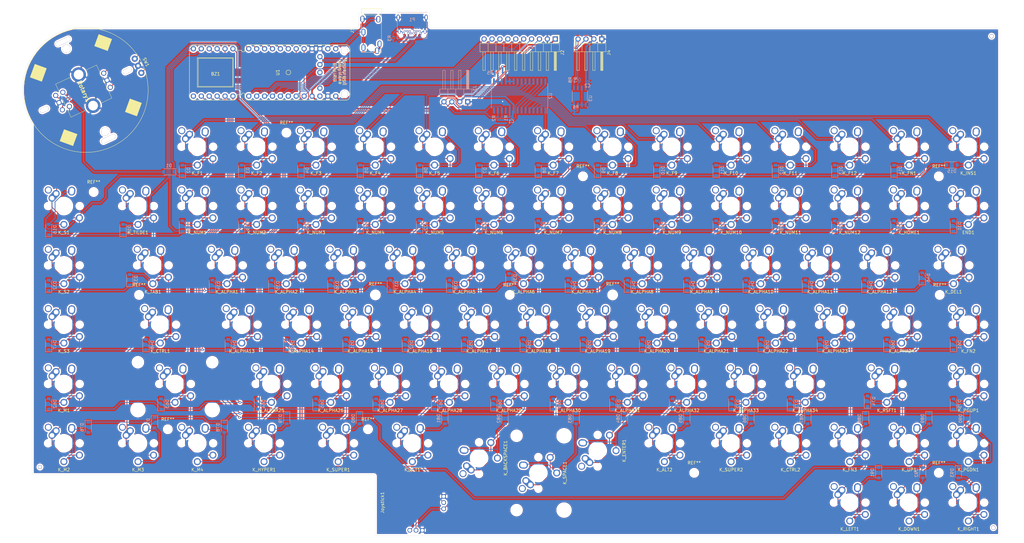
<source format=kicad_pcb>
(kicad_pcb (version 20211014) (generator pcbnew)
  (layers (0 "F.Cu" signal) (31 "B.Cu" signal) (34 "B.Paste" user) (35 "F.Paste" user) (36 "B.SilkS" user "B.Silkscreen") (37 "F.SilkS" user "F.Silkscreen") (38 "B.Mask" user) (39 "F.Mask" user) (44 "Edge.Cuts" user))
  (net 0 "")
  (net 1 "+3V3")
  (net 2 "GND")
  (net 3 "Row0")
  (net 4 "Net-(D1-Pad2)")
  (net 5 "Net-(D2-Pad2)")
  (net 6 "Net-(D3-Pad2)")
  (net 7 "Net-(D4-Pad2)")
  (net 8 "Net-(D5-Pad2)")
  (net 9 "Net-(D6-Pad2)")
  (net 10 "Net-(D7-Pad2)")
  (net 11 "Net-(D8-Pad2)")
  (net 12 "Net-(D9-Pad2)")
  (net 13 "Net-(D10-Pad2)")
  (net 14 "Net-(D11-Pad2)")
  (net 15 "Net-(D12-Pad2)")
  (net 16 "Net-(D13-Pad2)")
  (net 17 "Net-(D14-Pad2)")
  (net 18 "Row1")
  (net 19 "Net-(D15-Pad2)")
  (net 20 "Net-(D16-Pad2)")
  (net 21 "Net-(D17-Pad2)")
  (net 22 "Net-(D18-Pad2)")
  (net 23 "Net-(D19-Pad2)")
  (net 24 "Net-(D20-Pad2)")
  (net 25 "Net-(D21-Pad2)")
  (net 26 "Net-(D22-Pad2)")
  (net 27 "Net-(D23-Pad2)")
  (net 28 "Net-(D24-Pad2)")
  (net 29 "Net-(D25-Pad2)")
  (net 30 "Net-(D26-Pad2)")
  (net 31 "Net-(D27-Pad2)")
  (net 32 "Net-(D28-Pad2)")
  (net 33 "Net-(D29-Pad2)")
  (net 34 "Net-(D30-Pad2)")
  (net 35 "Net-(D31-Pad2)")
  (net 36 "Row2")
  (net 37 "Net-(D32-Pad2)")
  (net 38 "Net-(D33-Pad2)")
  (net 39 "Net-(D34-Pad2)")
  (net 40 "Net-(D35-Pad2)")
  (net 41 "Net-(D36-Pad2)")
  (net 42 "Net-(D37-Pad2)")
  (net 43 "Net-(D38-Pad2)")
  (net 44 "Net-(D39-Pad2)")
  (net 45 "Net-(D40-Pad2)")
  (net 46 "Net-(D41-Pad2)")
  (net 47 "Net-(D42-Pad2)")
  (net 48 "Net-(D43-Pad2)")
  (net 49 "Net-(D44-Pad2)")
  (net 50 "Net-(D45-Pad2)")
  (net 51 "Row3")
  (net 52 "Net-(D46-Pad2)")
  (net 53 "Net-(D47-Pad2)")
  (net 54 "Net-(D48-Pad2)")
  (net 55 "Net-(D49-Pad2)")
  (net 56 "Net-(D50-Pad2)")
  (net 57 "Net-(D51-Pad2)")
  (net 58 "Net-(D52-Pad2)")
  (net 59 "Net-(D53-Pad2)")
  (net 60 "Net-(D54-Pad2)")
  (net 61 "Net-(D55-Pad2)")
  (net 62 "Net-(D56-Pad2)")
  (net 63 "Net-(D57-Pad2)")
  (net 64 "Net-(D58-Pad2)")
  (net 65 "Net-(D59-Pad2)")
  (net 66 "Net-(D60-Pad2)")
  (net 67 "Row4")
  (net 68 "Net-(D61-Pad2)")
  (net 69 "Net-(D62-Pad2)")
  (net 70 "Net-(D63-Pad2)")
  (net 71 "Net-(D64-Pad2)")
  (net 72 "Net-(D65-Pad2)")
  (net 73 "Net-(D66-Pad2)")
  (net 74 "Net-(D67-Pad2)")
  (net 75 "Net-(D68-Pad2)")
  (net 76 "Net-(D69-Pad2)")
  (net 77 "Net-(D70-Pad2)")
  (net 78 "Net-(D71-Pad2)")
  (net 79 "Net-(D72-Pad2)")
  (net 80 "Net-(D73-Pad2)")
  (net 81 "Net-(D74-Pad2)")
  (net 82 "Net-(D75-Pad2)")
  (net 83 "Row5")
  (net 84 "Net-(D76-Pad2)")
  (net 85 "Net-(D77-Pad2)")
  (net 86 "Net-(D78-Pad2)")
  (net 87 "Net-(D79-Pad2)")
  (net 88 "Net-(D80-Pad2)")
  (net 89 "Net-(D81-Pad2)")
  (net 90 "Net-(D82-Pad2)")
  (net 91 "Net-(D83-Pad2)")
  (net 92 "Net-(D84-Pad2)")
  (net 93 "Net-(D85-Pad2)")
  (net 94 "Net-(D86-Pad2)")
  (net 95 "Net-(D87-Pad2)")
  (net 96 "Net-(D88-Pad2)")
  (net 97 "Net-(D89-Pad2)")
  (net 98 "Net-(D90-Pad2)")
  (net 99 "Row6")
  (net 100 "Net-(D91-Pad2)")
  (net 101 "Net-(D92-Pad2)")
  (net 102 "Net-(D93-Pad2)")
  (net 103 "Col15")
  (net 104 "X1")
  (net 105 "J_EN")
  (net 106 "Y1")
  (net 107 "Col3")
  (net 108 "Col4")
  (net 109 "Col5")
  (net 110 "Col6")
  (net 111 "Col7")
  (net 112 "Col8")
  (net 113 "Col9")
  (net 114 "Col10")
  (net 115 "Col11")
  (net 116 "Col12")
  (net 117 "Col13")
  (net 118 "Col14")
  (net 119 "Col1")
  (net 120 "Col2")
  (net 121 "Col0")
  (net 122 "SCL")
  (net 123 "SDA")
  (net 124 "A1")
  (net 125 "A2")
  (net 126 "B1")
  (net 127 "B2")
  (net 128 "A3")
  (net 129 "B3")
  (net 130 "Net-(U1-PadA3|5v)")
  (net 131 "Net-(U1-PadCHRG)")
  (net 132 "Net-(U2-Pad11)")
  (net 133 "Net-(U2-Pad14)")
  (net 134 "TX")
  (net 135 "RX")
  (net 136 "A0")
  (net 137 "B8")
  (net 138 "SCLK")
  (net 139 "MISO")
  (net 140 "MOSI")
  (net 141 "SPK")
  (net 142 "B9")
  (net 143 "VBUS")
  (net 144 "Net-(P1-PadA5)")
  (net 145 "D-")
  (net 146 "D+")
  (net 147 "Net-(U1-PadRST)")
  (net 148 "Net-(U1-PadDFU)")
  (net 149 "Net-(R4-Pad1)")
  (net 150 "Net-(P1-PadA2)")
  (net 151 "Net-(P1-PadA3)")
  (net 152 "Net-(P1-PadA10)")
  (net 153 "Net-(P1-PadA8)")
  (net 154 "Net-(P1-PadA11)")
  (net 155 "Net-(P1-PadB2)")
  (net 156 "Net-(P1-PadB3)")
  (net 157 "Net-(P1-PadB8)")
  (net 158 "Net-(P1-PadB10)")
  (net 159 "Net-(P1-PadB11)")
  (net 160 "SA2")
  (net 161 "SA1")
  (net 162 "Net-(R5-Pad1)")
  (net 163 "Net-(R6-Pad1)")
  (net 164 "Net-(R7-Pad1)")
  (net 165 "Net-(R8-Pad1)")
  (footprint "MX_Alps_Choc2_Hybrid:MX-1U" (layer "F.Cu") (at 356.092625 90.23)
    (fp_text reference "END1")
    (fp_text value "MX-NoLED")
  )
  (footprint "MX_Alps_Choc2_Hybrid:MX-1U" (layer "F.Cu") (at 117.966625 109.28008)
    (fp_text reference "K_ALPHA1")
    (fp_text value "MX-NoLED")
  )
  (footprint "MX_Alps_Choc2_Hybrid:MX-1U" (layer "F.Cu") (at 156.066785 109.28008)
    (fp_text reference "K_ALPHA3")
    (fp_text value "MX-NoLED")
  )
  (footprint "MX_Alps_Choc2_Hybrid:MX-1U" (layer "F.Cu") (at 175.116865 109.28008)
    (fp_text reference "K_ALPHA4")
    (fp_text value "MX-NoLED")
  )
  (footprint "MX_Alps_Choc2_Hybrid:MX-1U" (layer "F.Cu") (at 194.166945 109.28008)
    (fp_text reference "K_ALPHA5")
    (fp_text value "MX-NoLED")
  )
  (footprint "MX_Alps_Choc2_Hybrid:MX-1U" (layer "F.Cu") (at 213.217025 109.28008)
    (fp_text reference "K_ALPHA6")
    (fp_text value "MX-NoLED")
  )
  (footprint "MX_Alps_Choc2_Hybrid:MX-1U" (layer "F.Cu") (at 232.267105 109.28008)
    (fp_text reference "K_ALPHA7")
    (fp_text value "MX-NoLED")
  )
  (footprint "MX_Alps_Choc2_Hybrid:MX-1U" (layer "F.Cu") (at 251.317185 109.28008)
    (fp_text reference "K_ALPHA8")
    (fp_text value "MX-NoLED")
  )
  (footprint "MX_Alps_Choc2_Hybrid:MX-1U" (layer "F.Cu") (at 270.367265 109.28008)
    (fp_text reference "K_ALPHA9")
    (fp_text value "MX-NoLED")
  )
  (footprint "MX_Alps_Choc2_Hybrid:MX-1U" (layer "F.Cu") (at 289.417345 109.28008)
    (fp_text reference "K_ALPHA10")
    (fp_text value "MX-NoLED")
  )
  (footprint "MX_Alps_Choc2_Hybrid:MX-1U" (layer "F.Cu") (at 308.467425 109.28008)
    (fp_text reference "K_ALPHA11")
    (fp_text value "MX-NoLED")
  )
  (footprint "MX_Alps_Choc2_Hybrid:MX-1U" (layer "F.Cu") (at 327.517505 109.28008)
    (fp_text reference "K_ALPHA12")
    (fp_text value "MX-NoLED")
  )
  (footprint "MX_Alps_Choc2_Hybrid:MX-1U" (layer "F.Cu") (at 122.729145 128.33016)
    (fp_text reference "K_ALPHA13")
    (fp_text value "MX-NoLED")
  )
  (footprint "MX_Alps_Choc2_Hybrid:MX-1U" (layer "F.Cu") (at 141.779225 128.33016)
    (fp_text reference "K_ALPHA14")
    (fp_text value "MX-NoLED")
  )
  (footprint "MX_Alps_Choc2_Hybrid:MX-1U" (layer "F.Cu") (at 160.829305 128.33016)
    (fp_text reference "K_ALPHA15")
    (fp_text value "MX-NoLED")
  )
  (footprint "MX_Alps_Choc2_Hybrid:MX-1U" (layer "F.Cu") (at 179.879385 128.33016)
    (fp_text reference "K_ALPHA16")
    (fp_text value "MX-NoLED")
  )
  (footprint "MX_Alps_Choc2_Hybrid:MX-1U" (layer "F.Cu") (at 198.929465 128.33016)
    (fp_text reference "K_ALPHA17")
    (fp_text value "MX-NoLED")
  )
  (footprint "MX_Alps_Choc2_Hybrid:MX-1U" (layer "F.Cu") (at 217.979545 128.33016)
    (fp_text reference "K_ALPHA18")
    (fp_text value "MX-NoLED")
  )
  (footprint "MX_Alps_Choc2_Hybrid:MX-1U" (layer "F.Cu") (at 237.029625 128.33016)
    (fp_text reference "K_ALPHA19")
    (fp_text value "MX-NoLED")
  )
  (footprint "MX_Alps_Choc2_Hybrid:MX-1U" (layer "F.Cu") (at 256.079705 128.33016)
    (fp_text reference "K_ALPHA20")
    (fp_text value "MX-NoLED")
  )
  (footprint "MX_Alps_Choc2_Hybrid:MX-1U" (layer "F.Cu") (at 275.129785 128.33016)
    (fp_text reference "K_ALPHA21")
    (fp_text value "MX-NoLED")
  )
  (footprint "MX_Alps_Choc2_Hybrid:MX-1U" (layer "F.Cu") (at 294.179865 128.33016)
    (fp_text reference "K_ALPHA22")
    (fp_text value "MX-NoLED")
  )
  (footprint "MX_Alps_Choc2_Hybrid:MX-1U" (layer "F.Cu") (at 313.229945 128.33016)
    (fp_text reference "K_ALPHA23")
    (fp_text value "MX-NoLED")
  )
  (footprint "MX_Alps_Choc2_Hybrid:MX-1.25U" (layer "F.Cu") (at 334.661285 128.33016)
    (fp_text reference "K_ALPHA24")
    (fp_text value "MX-NoLED")
  )
  (footprint "MX_Alps_Choc2_Hybrid:MX-1U" (layer "F.Cu") (at 132.254185 147.38024)
    (fp_text reference "K_ALPHA25")
    (fp_text value "MX-NoLED")
  )
  (footprint "MX_Alps_Choc2_Hybrid:MX-1U" (layer "F.Cu") (at 151.304265 147.38024)
    (fp_text reference "K_ALPHA26")
    (fp_text value "MX-NoLED")
  )
  (footprint "MX_Alps_Choc2_Hybrid:MX-1U" (layer "F.Cu") (at 170.354345 147.38024)
    (fp_text reference "K_ALPHA27")
    (fp_text value "MX-NoLED")
  )
  (footprint "MX_Alps_Choc2_Hybrid:MX-1U" (layer "F.Cu") (at 189.404425 147.38024)
    (fp_text reference "K_ALPHA28")
    (fp_text value "MX-NoLED")
  )
  (footprint "MX_Alps_Choc2_Hybrid:MX-1U" (layer "F.Cu") (at 208.454505 147.38024)
    (fp_text reference "K_ALPHA29")
    (fp_text value "MX-NoLED")
  )
  (footprint "MX_Alps_Choc2_Hybrid:MX-1U" (layer "F.Cu") (at 227.504585 147.38024)
    (fp_text reference "K_ALPHA30")
    (fp_text value "MX-NoLED")
  )
  (footprint "MX_Alps_Choc2_Hybrid:MX-1U" (layer "F.Cu") (at 246.554665 147.38024)
    (fp_text reference "K_ALPHA31")
    (fp_text value "MX-NoLED")
  )
  (footprint "MX_Alps_Choc2_Hybrid:MX-1U" (layer "F.Cu") (at 265.604745 147.38024)
    (fp_text reference "K_ALPHA32")
    (fp_text value "MX-NoLED")
  )
  (footprint "MX_Alps_Choc2_Hybrid:MX-1U" (layer "F.Cu") (at 284.654825 147.38024)
    (fp_text reference "K_ALPHA33")
    (fp_text value "MX-NoLED")
  )
  (footprint "MX_Alps_Choc2_Hybrid:MX-1U" (layer "F.Cu") (at 303.704905 147.38024)
    (fp_text reference "K_ALPHA34")
    (fp_text value "MX-NoLED")
  )
  (footprint "MX_Alps_Choc2_Hybrid:MX-1.25U" (layer "F.Cu") (at 177.498125 166.43032)
    (fp_text reference "K_ALT1")
    (fp_text value "MX-NoLED")
  )
  (footprint "MX_Alps_Choc2_Hybrid:MX-1.25U" (layer "F.Cu") (at 258.460965 166.43032)
    (fp_text reference "K_ALT2")
    (fp_text value "MX-NoLED")
  )
  (footprint "MX_Alps_Choc2_Hybrid:MX-1.5U" (layer "F.Cu") (at 198.929465 171.19284 90)
    (fp_text reference "K_BACKSPACE1")
    (fp_text value "MX-NoLED")
  )
  (footprint "MX_Alps_Choc2_Hybrid:MX-1.75U" (layer "F.Cu") (at 96.535285 128.33016)
    (fp_text reference "K_CTRL1")
    (fp_text value "MX-NoLED")
  )
  (footprint "MX_Alps_Choc2_Hybrid:MX-1U" (layer "F.Cu") (at 298.942385 166.43032)
    (fp_text reference "K_CTRL2")
    (fp_text value "MX-NoLED")
  )
  (footprint "MX_Alps_Choc2_Hybrid:MX-1.5U" (layer "F.Cu") (at 351.330105 109.28008)
    (fp_text reference "K_DEL1")
    (fp_text value "MX-NoLED")
  )
  (footprint "MX_Alps_Choc2_Hybrid:MX-1U" (layer "F.Cu") (at 337.042545 185.4804)
    (fp_text reference "K_DOWN1")
    (fp_text value "MX-NoLED")
  )
  (footprint "MX_Alps_Choc2_Hybrid:MX-1.25U" (layer "F.Cu") (at 237.029625 168.81158 90)
    (fp_text reference "K_ENTER1")
    (fp_text value "MX-NoLED")
  )
  (footprint "MX_Alps_Choc2_Hybrid:MX-1U" (layer "F.Cu") (at 108.441585 71.17992)
    (fp_text reference "K_F1")
    (fp_text value "MX-NoLED")
  )
  (footprint "MX_Alps_Choc2_Hybrid:MX-1U" (layer "F.Cu") (at 127.491665 71.17992)
    (fp_text reference "K_F2")
    (fp_text value "MX-NoLED")
  )
  (footprint "MX_Alps_Choc2_Hybrid:MX-1U" (layer "F.Cu") (at 146.541745 71.17992)
    (fp_text reference "K_F3")
    (fp_text value "MX-NoLED")
  )
  (footprint "MX_Alps_Choc2_Hybrid:MX-1U" (layer "F.Cu") (at 165.591825 71.17992)
    (fp_text reference "K_F4")
    (fp_text value "MX-NoLED")
  )
  (footprint "MX_Alps_Choc2_Hybrid:MX-1U" (layer "F.Cu") (at 184.641905 71.17992)
    (fp_text reference "K_F5")
    (fp_text value "MX-NoLED")
  )
  (footprint "MX_Alps_Choc2_Hybrid:MX-1U" (layer "F.Cu") (at 203.691985 71.17992)
    (fp_text reference "K_F6")
    (fp_text value "MX-NoLED")
  )
  (footprint "MX_Alps_Choc2_Hybrid:MX-1U" (layer "F.Cu") (at 222.742065 71.17992)
    (fp_text reference "K_F7")
    (fp_text value "MX-NoLED")
  )
  (footprint "MX_Alps_Choc2_Hybrid:MX-1U" (layer "F.Cu") (at 241.792145 71.17992)
    (fp_text reference "K_F8")
    (fp_text value "MX-NoLED")
  )
  (footprint "MX_Alps_Choc2_Hybrid:MX-1U" (layer "F.Cu") (at 260.842225 71.17992)
    (fp_text reference "K_F9")
    (fp_text value "MX-NoLED")
  )
  (footprint "MX_Alps_Choc2_Hybrid:MX-1U" (layer "F.Cu") (at 279.892305 71.17992)
    (fp_text reference "K_F10")
    (fp_text value "MX-NoLED")
  )
  (footprint "MX_Alps_Choc2_Hybrid:MX-1U" (layer "F.Cu") (at 298.942385 71.17992)
    (fp_text reference "K_F11")
    (fp_text value "MX-NoLED")
  )
  (footprint "MX_Alps_Choc2_Hybrid:MX-1U" (layer "F.Cu") (at 317.992465 71.17992)
    (fp_text reference "K_F12")
    (fp_text value "MX-NoLED")
  )
  (footprint "MX_Alps_Choc2_Hybrid:MX-1U" (layer "F.Cu") (at 337.042545 71.17992)
    (fp_text reference "K_FN1")
    (fp_text value "MX-NoLED")
  )
  (footprint "MX_Alps_Choc2_Hybrid:MX-1U" (layer "F.Cu") (at 356.092625 128.33016)
    (fp_text reference "K_FN2")
    (fp_text value "MX-NoLED")
  )
  (footprint "MX_Alps_Choc2_Hybrid:MX-1U" (layer "F.Cu") (at 317.992465 166.43032)
    (fp_text reference "K_FN3")
    (fp_text value "MX-NoLED")
  )
  (footprint "MX_Alps_Choc2_Hybrid:MX-1U" (layer "F.Cu") (at 337.042545 90.23)
    (fp_text reference "K_HOME1")
    (fp_text value "MX-NoLED")
  )
  (footprint "MX_Alps_Choc2_Hybrid:MX-1.25U" (layer "F.Cu") (at 129.872925 166.43032)
    (fp_text reference "K_HYPER1")
    (fp_text value "MX-NoLED")
  )
  (footprint "MX_Alps_Choc2_Hybrid:MX-1U" (layer "F.Cu") (at 356.092625 71.17992)
    (fp_text reference "K_INS1")
    (fp_text value "MX-NoLED")
  )
  (footprint "MX_Alps_Choc2_Hybrid:MX-1U" (layer "F.Cu") (at 317.992465 185.4804)
    (fp_text reference "K_LEFT1")
    (fp_text value "MX-NoLED")
  )
  (footprint "MX_Alps_Choc2_Hybrid:MX-2.25U" (layer "F.Cu") (at 101.297805 147.38024)
    (fp_text reference "K_LSFT1")
    (fp_text value "MX-NoLED")
  )
  (footprint "MX_Alps_Choc2_Hybrid:MX-1U" (layer "F.Cu") (at 65.578905 147.38024)
    (fp_text reference "K_M1")
    (fp_text value "MX-NoLED")
  )
  (footprint "MX_Alps_Choc2_Hybrid:MX-1U" (layer "F.Cu") (at 89.391505 166.43032)
    (fp_text reference "K_M3")
    (fp_text value "MX-NoLED")
  )
  (footprint "MX_Alps_Choc2_Hybrid:MX-1U" (layer "F.Cu") (at 108.441585 166.43032)
    (fp_text reference "K_M4")
    (fp_text value "MX-NoLED")
  )
  (footprint "MX_Alps_Choc2_Hybrid:MX-1U" (layer "F.Cu") (at 108.441585 90.23)
    (fp_text reference "K_NUM1")
    (fp_text value "MX-NoLED")
  )
  (footprint "MX_Alps_Choc2_Hybrid:MX-1U" (layer "F.Cu") (at 127.491665 90.23)
    (fp_text reference "K_NUM2")
    (fp_text value "MX-NoLED")
  )
  (footprint "MX_Alps_Choc2_Hybrid:MX-1U" (layer "F.Cu") (at 146.541745 90.23)
    (fp_text reference "K_NUM3")
    (fp_text value "MX-NoLED")
  )
  (footprint "MX_Alps_Choc2_Hybrid:MX-1U" (layer "F.Cu") (at 184.641905 90.23)
    (fp_text reference "K_NUM5")
    (fp_text value "MX-NoLED")
  )
  (footprint "MX_Alps_Choc2_Hybrid:MX-1U" (layer "F.Cu") (at 203.691985 90.23)
    (fp_text reference "K_NUM6")
    (fp_text value "MX-NoLED")
  )
  (footprint "MX_Alps_Choc2_Hybrid:MX-1U" (layer "F.Cu") (at 222.742065 90.23)
    (fp_text reference "K_NUM7")
    (fp_text value "MX-NoLED")
  )
  (footprint "MX_Alps_Choc2_Hybrid:MX-1U" (layer "F.Cu") (at 241.792145 90.23)
    (fp_text reference "K_NUM8")
    (fp_text value "MX-NoLED")
  )
  (footprint "MX_Alps_Choc2_Hybrid:MX-1U" (layer "F.Cu") (at 260.842225 90.23)
    (fp_text reference "K_NUM9")
    (fp_text value "MX-NoLED")
  )
  (footprint "MX_Alps_Choc2_Hybrid:MX-1U" (layer "F.Cu") (at 279.892305 90.23)
    (fp_text reference "K_NUM10")
    (fp_text value "MX-NoLED")
  )
  (footprint "MX_Alps_Choc2_Hybrid:MX-1U" (layer "F.Cu") (at 298.942385 90.23)
    (fp_text reference "K_NUM11")
    (fp_text value "MX-NoLED")
  )
  (footprint "MX_Alps_Choc2_Hybrid:MX-1U" (layer "F.Cu") (at 317.992465 90.23)
    (fp_text reference "K_NUM12")
    (fp_text value "MX-NoLED")
  )
  (footprint "MX_Alps_Choc2_Hybrid:MX-1U" (layer "F.Cu") (at 356.092625 166.43032)
    (fp_text reference "K_PGDN1")
    (fp_text value "MX-NoLED")
  )
  (footprint "MX_Alps_Choc2_Hybrid:MX-1U" (layer "F.Cu") (at 356.092625 147.38024)
    (fp_text reference "K_PGUP1")
    (fp_text value "MX-NoLED")
  )
  (footprint "MX_Alps_Choc2_Hybrid:MX-1U" (layer "F.Cu") (at 356.092625 185.4804)
    (fp_text reference "K_RIGHT1")
    (fp_text value "MX-NoLED")
  )
  (footprint "MX_Alps_Choc2_Hybrid:MX-1.75U" (layer "F.Cu") (at 329.898765 147.38024)
    (fp_text reference "K_RSFT1")
    (fp_text value "MX-NoLED")
  )
  (footprint "MX_Alps_Choc2_Hybrid:MX-1U" (layer "F.Cu") (at 65.578905 90.23)
    (fp_text reference "K_S1")
    (fp_text value "MX-NoLED")
  )
  (footprint "MX_Alps_Choc2_Hybrid:MX-1U" (layer "F.Cu") (at 65.578905 109.28008)
    (fp_text reference "K_S2")
    (fp_text value "MX-NoLED")
  )
  (footprint "MX_Alps_Choc2_Hybrid:MX-1U" (layer "F.Cu") (at 65.578905 128.33016)
    (fp_text reference "K_S3")
    (fp_text value "MX-NoLED")
  )
  (footprint "MX_Alps_Choc2_Hybrid:MX-2U" (layer "F.Cu") (at 217.979545 175.95536 90)
    (fp_text reference "K_SPACE1")
    (fp_text value "MX-NoLED")
  )
  (footprint "MX_Alps_Choc2_Hybrid:MX-1U" (layer "F.Cu") (at 279.892305 166.43032)
    (fp_text reference "K_SUPER2")
    (fp_text value "MX-NoLED")
  )
  (footprint "MX_Alps_Choc2_Hybrid:MX-1.5U" (layer "F.Cu") (at 94.154025 109.28008)
    (fp_text reference "K_TAB1")
    (fp_text value "MX-NoLED")
  )
  (footprint "MX_Alps_Choc2_Hybrid:MX-1U" (layer "F.Cu") (at 89.391505 90.23)
    (fp_text reference "K_TILDE1")
    (fp_text value "MX-NoLED")
  )
  (footprint "MX_Alps_Choc2_Hybrid:MX-1U" (layer "F.Cu") (at 337.042545 166.43032)
    (fp_text reference "K_UP1")
    (fp_text value "MX-NoLED")
  )
  (footprint "SamacSys_Parts:EC11EBB24C03" (layer "F.Cu") (at 80.491271 52.093065 115)
    (fp_text reference "Rotary1")
    (fp_text value "EC11EBB24C03" hide)
  )
  (footprint "proton_c:proton_c" (layer "F.Cu") (at 137.651585 47.30392 -90)
    (fp_text reference "U1")
    (fp_text value "proton_c")
  )
  (footprint "my_lib:EC35A1520402" (layer "F.Cu") (at 72.637416 52.996932 115)
    (fp_text reference "SW1")
    (fp_text value "Rotary_Encoder")
  )
  (footprint "my_lib:AST1109MLTRQ" (layer "F.Cu") (at 114.283585 47.30392)
    (fp_text reference "BZ1")
    (fp_text value "Buzzer")
  )
  (footprint "my_lib:3.5mm_phone_jack_THT" (layer "F.Cu") (at 164.3796 33.8508 -90)
    (fp_text reference "J1")
    (fp_text value "AudioPlug4")
  )
  (footprint "Connector_PinHeader_2.54mm:PinHeader_1x10_P2.54mm_Horizontal" (layer "F.Cu") (at 223.4184 36.576 -90)
    (fp_text reference "J2")
    (fp_text value "Conn_01x10_Male")
  )
  (footprint "MX_Alps_Choc2_Hybrid:MX-1U" (layer "F.Cu") (at 165.591825 90.23)
    (fp_text reference "K_NUM4")
    (fp_text value "MX-NoLED")
  )
  (footprint "MX_Alps_Choc2_Hybrid:MX-1U" (layer "F.Cu") (at 65.578905 166.43032)
    (fp_text reference "K_M2")
    (fp_text value "MX-NoLED")
  )
  (footprint "MX_Alps_Choc2_Hybrid:MX-1.25U" (layer "F.Cu") (at 153.685525 166.43032)
    (fp_text reference "K_SUPER1")
    (fp_text value "MX-NoLED")
  )
  (footprint "my_lib:2_axis_thumbstick" (layer "F.Cu") (at 178.688755 185.4804 -90)
    (fp_text reference "Joystick1")
    (fp_text value "2_axis_thumbstick")
  )
  (footprint "MX_Alps_Choc2_Hybrid:MX-1U" (layer "F.Cu") (at 137.016705 109.28008)
    (fp_text reference "K_ALPHA2")
    (fp_text value "MX-NoLED")
  )
  (footprint "my_lib:SMT_Tooling_Hole_JLCPCB" (layer "F.Cu") (at 363.56955 35.691369)
    (fp_text reference "REF**")
    (fp_text value "SMT_Tooling_Hole_JLCPCB")
  )
  (footprint "my_lib:SMT_Tooling_Hole_JLCPCB" (layer "F.Cu") (at 364.14105 193.526969)
    (fp_text reference "REF**")
    (fp_text value "SMT_Tooling_Hole_JLCPCB")
  )
  (footprint "my_lib:SMT_Tooling_Hole_JLCPCB" (layer "F.Cu") (at 57.89325 174.057869)
    (fp_text reference "REF**")
    (fp_text value "SMT_Tooling_Hole_JLCPCB")
  )
  (footprint "Connector_PinHeader_2.54mm:PinHeader_1x04_P2.54mm_Horizontal" (layer "F.Cu") (at 238.3536 36.576 -90)
    (fp_text reference "J4")
    (fp_text value "Conn_01x04_Male")
  )
  (footprint "MountingHole:MountingHole_2.2mm_M2" (layer "F.Cu") (at 98.96455 161.92427)
    (fp_text reference "REF**")
    (fp_text value "MountingHole_2.2mm_M2")
  )
  (footprint "MountingHole:MountingHole_2.2mm_M2" (layer "F.Cu") (at 163.25805 161.92427)
    (fp_text reference "REF**")
    (fp_text value "MountingHole_2.2mm_M2")
  )
  (footprint "MountingHole:MountingHole_2.2mm_M2" (layer "F.Cu") (at 268.03305 175.92517)
    (fp_text reference "REF**")
    (fp_text value "MountingHole_2.2mm_M2")
  )
  (footprint "MountingHole:MountingHole_2.2mm_M2" (layer "F.Cu") (at 346.61505 175.92517)
    (fp_text reference "REF**")
    (fp_text value "MountingHole_2.2mm_M2")
  )
  (footprint "MountingHole:MountingHole_2.2mm_M2" (layer "F.Cu") (at 346.90305 118.77497)
    (fp_text reference "REF**")
    (fp_text value "MountingHole_2.2mm_M2")
  )
  (footprint "MountingHole:MountingHole_2.5mm" (layer "F.Cu") (at 241.84005 118.77497)
    (fp_text reference "REF**")
    (fp_text value "MountingHole_2.5mm")
  )
  (footprint "MountingHole:MountingHole_2.5mm" (layer "F.Cu") (at 165.64005 118.77497)
    (fp_text reference "REF**")
    (fp_text value "MountingHole_2.5mm")
  )
  (footprint "MountingHole:MountingHole_2.2mm_M2" (layer "F.Cu") (at 208.79005 118.77497)
    (fp_text reference "REF**")
    (fp_text value "MountingHole_2.2mm_M2")
  )
  (footprint "MountingHole:MountingHole_2.2mm_M2" (layer "F.Cu") (at 89.72775 118.77497)
    (fp_text reference "REF**")
    (fp_text value "MountingHole_2.2mm_M2")
  )
  (footprint "MountingHole:MountingHole_2.2mm_M2" (layer "F.Cu") (at 75.15225 85.725769)
    (fp_text reference "REF**")
    (fp_text value "MountingHole_2.2mm_M2")
  )
  (footprint "MountingHole:MountingHole_2.2mm_M2" (layer "F.Cu") (at 137.06455 66.67577)
    (fp_text reference "REF**")
    (fp_text value "MountingHole_2.2mm_M2")
  )
  (footprint "MountingHole:MountingHole_2.2mm_M2" (layer "F.Cu") (at 232.31505 80.674769)
    (fp_text reference "REF**")
    (fp_text value "MountingHole_2.2mm_M2")
  )
  (footprint "MountingHole:MountingHole_2.2mm_M2" (layer "F.Cu") (at 346.61505 80.674769)
    (fp_text reference "REF**")
    (fp_text value "MountingHole_2.2mm_M2")
  )
  (footprint "Capacitor_SMD:C_0402_1005Metric" (layer "B.Cu") (at 209.268 61.722 180)
    (fp_text reference "C1")
    (fp_text value "100nF")
  )
  (footprint "Diode_SMD:D_SOD-123" (layer "B.Cu") (at 103.632 78.7644 90)
    (fp_text reference "D2")
    (fp_text value "1N4148")
  )
  (footprint "Diode_SMD:D_SOD-123" (layer "B.Cu") (at 122.682 78.7644 90)
    (fp_text reference "D3")
    (fp_text value "1N4148")
  )
  (footprint "Diode_SMD:D_SOD-123" (layer "B.Cu") (at 141.732 78.7644 90)
    (fp_text reference "D4")
    (fp_text value "1N4148")
  )
  (footprint "Diode_SMD:D_SOD-123" (layer "B.Cu") (at 160.782 78.7644 90)
    (fp_text reference "D5")
    (fp_text value "1N4148")
  )
  (footprint "Diode_SMD:D_SOD-123" (layer "B.Cu") (at 179.832 78.7644 90)
    (fp_text reference "D6")
    (fp_text value "1N4148")
  )
  (footprint "Diode_SMD:D_SOD-123" (layer "B.Cu") (at 198.882 78.7644 90)
    (fp_text reference "D7")
    (fp_text value "1N4148")
  )
  (footprint "Diode_SMD:D_SOD-123" (layer "B.Cu") (at 217.932 78.7664 90)
    (fp_text reference "D8")
    (fp_text value "1N4148")
  )
  (footprint "Diode_SMD:D_SOD-123" (layer "B.Cu") (at 236.982 78.7644 90)
    (fp_text reference "D9")
    (fp_text value "1N4148")
  )
  (footprint "Diode_SMD:D_SOD-123" (layer "B.Cu") (at 256.032 78.7644 90)
    (fp_text reference "D10")
    (fp_text value "1N4148")
  )
  (footprint "Diode_SMD:D_SOD-123" (layer "B.Cu") (at 275.082 78.7664 90)
    (fp_text reference "D11")
    (fp_text value "1N4148")
  )
  (footprint "Diode_SMD:D_SOD-123" (layer "B.Cu") (at 294.132 78.7644 90)
    (fp_text reference "D12")
    (fp_text value "1N4148")
  )
  (footprint "Diode_SMD:D_SOD-123" (layer "B.Cu") (at 313.182 78.7664 90)
    (fp_text reference "D13")
    (fp_text value "1N4148")
  )
  (footprint "Diode_SMD:D_SOD-123" (layer "B.Cu") (at 332.215585 78.7644 90)
    (fp_text reference "D14")
    (fp_text value "1N4148")
  )
  (footprint "Diode_SMD:D_SOD-123" (layer "B.Cu") (at 350.79335 77.055269)
    (fp_text reference "D15")
    (fp_text value "1N4148")
  )
  (footprint "Diode_SMD:D_SOD-123" (layer "B.Cu") (at 60.706 97.79 90)
    (fp_text reference "D16")
    (fp_text value "1N4148")
  )
  (footprint "Diode_SMD:D_SOD-123" (layer "B.Cu") (at 84.582 97.79 90)
    (fp_text reference "D17")
    (fp_text value "1N4148")
  )
  (footprint "Diode_SMD:D_SOD-123" (layer "B.Cu") (at 103.632 96.646 90)
    (fp_text reference "D18")
    (fp_text value "1N4148")
  )
  (footprint "Diode_SMD:D_SOD-123" (layer "B.Cu") (at 122.682 96.646 90)
    (fp_text reference "D19")
    (fp_text value "1N4148")
  )
  (footprint "Diode_SMD:D_SOD-123" (layer "B.Cu") (at 141.732 96.646 90)
    (fp_text reference "D20")
    (fp_text value "1N4148")
  )
  (footprint "Diode_SMD:D_SOD-123" (layer "B.Cu") (at 160.782 96.646 90)
    (fp_text reference "D21")
    (fp_text value "1N4148")
  )
  (footprint "Diode_SMD:D_SOD-123" (layer "B.Cu") (at 179.832 96.646 90)
    (fp_text reference "D22")
    (fp_text value "1N4148")
  )
  (footprint "Diode_SMD:D_SOD-123" (layer "B.Cu") (at 198.882 96.646 90)
    (fp_text reference "D23")
    (fp_text value "1N4148")
  )
  (footprint "Diode_SMD:D_SOD-123" (layer "B.Cu") (at 217.932 96.646 90)
    (fp_text reference "D24")
    (fp_text value "1N4148")
  )
  (footprint "Diode_SMD:D_SOD-123" (layer "B.Cu") (at 236.982 96.646 90)
    (fp_text reference "D25")
    (fp_text value "1N4148")
  )
  (footprint "Diode_SMD:D_SOD-123" (layer "B.Cu") (at 256.032 96.646 90)
    (fp_text reference "D26")
    (fp_text value "1N4148")
  )
  (footprint "Diode_SMD:D_SOD-123" (layer "B.Cu") (at 275.082 96.646 90)
    (fp_text reference "D27")
    (fp_text value "1N4148")
  )
  (footprint "Diode_SMD:D_SOD-123" (layer "B.Cu") (at 294.132 96.646 90)
    (fp_text reference "D28")
    (fp_text value "1N4148")
  )
  (footprint "Diode_SMD:D_SOD-123" (layer "B.Cu") (at 313.182 96.646 90)
    (fp_text reference "D29")
    (fp_text value "1N4148")
  )
  (footprint "Diode_SMD:D_SOD-123" (layer "B.Cu") (at 332.215585 96.646 90)
    (fp_text reference "D30")
    (fp_text value "1N4148")
  )
  (footprint "Diode_SMD:D_SOD-123" (layer "B.Cu") (at 351.282 96.648 90)
    (fp_text reference "D31")
    (fp_text value "1N4148")
  )
  (footprint "Diode_SMD:D_SOD-123" (layer "B.Cu") (at 60.706 115.698 90)
    (fp_text reference "D32")
    (fp_text value "1N4148")
  )
  (footprint "Diode_SMD:D_SOD-123" (layer "B.Cu") (at 86.74765 113.923369 90)
    (fp_text reference "D33")
    (fp_text value "1N4148")
  )
  (footprint "Diode_SMD:D_SOD-123" (layer "B.Cu") (at 113.284 115.698 90)
    (fp_text reference "D34")
    (fp_text value "1N4148")
  )
  (footprint "Diode_SMD:D_SOD-123" (layer "B.Cu") (at 132.334 115.698 90)
    (fp_text reference "D35")
    (fp_text value "1N4148")
  )
  (footprint "Diode_SMD:D_SOD-123" (layer "B.Cu") (at 151.384 115.698 90)
    (fp_text reference "D36")
    (fp_text value "1N4148")
  )
  (footprint "Diode_SMD:D_SOD-123" (layer "B.Cu") (at 170.434 115.698 90)
    (fp_text reference "D37")
    (fp_text value "1N4148")
  )
  (footprint "Diode_SMD:D_SOD-123" (layer "B.Cu") (at 189.484 115.698 90)
    (fp_text reference "D38")
    (fp_text value "1N4148")
  )
  (footprint "Diode_SMD:D_SOD-123" (layer "B.Cu") (at 208.534 113.56697 90)
    (fp_text reference "D39")
    (fp_text value "1N4148")
  )
  (footprint "Diode_SMD:D_SOD-123" (layer "B.Cu") (at 227.584 115.698 90)
    (fp_text reference "D40")
    (fp_text value "1N4148")
  )
  (footprint "Diode_SMD:D_SOD-123" (layer "B.Cu") (at 246.617585 115.698 90)
    (fp_text reference "D41")
    (fp_text value "1N4148")
  )
  (footprint "Diode_SMD:D_SOD-123" (layer "B.Cu") (at 265.684 115.698 90)
    (fp_text reference "D42")
    (fp_text value "1N4148")
  )
  (footprint "Diode_SMD:D_SOD-123" (layer "B.Cu") (at 284.734 115.698 90)
    (fp_text reference "D43")
    (fp_text value "1N4148")
  )
  (footprint "Diode_SMD:D_SOD-123" (layer "B.Cu") (at 303.784 115.698 90)
    (fp_text reference "D44")
    (fp_text value "1N4148")
  )
  (footprint "Diode_SMD:D_SOD-123" (layer "B.Cu") (at 322.834 115.698 90)
    (fp_text reference "D45")
    (fp_text value "1N4148")
  )
  (footprint "Diode_SMD:D_SOD-123" (layer "B.Cu") (at 341.28105 113.31317 90)
    (fp_text reference "D46")
    (fp_text value "1N4148")
  )
  (footprint "Diode_SMD:D_SOD-123" (layer "B.Cu") (at 60.706 134.748 90)
    (fp_text reference "D47")
    (fp_text value "1N4148")
  )
  (footprint "Diode_SMD:D_SOD-123" (layer "B.Cu") (at 91.948 134.748 90)
    (fp_text reference "D48")
    (fp_text value "1N4148")
  )
  (footprint "Diode_SMD:D_SOD-123" (layer "B.Cu") (at 118.364 134.748 90)
    (fp_text reference "D49")
    (fp_text value "1N4148")
  )
  (footprint "Diode_SMD:D_SOD-123" (layer "B.Cu") (at 137.143585 134.748 90)
    (fp_text reference "D50")
    (fp_text value "1N4148")
  )
  (footprint "Diode_SMD:D_SOD-123" (layer "B.Cu") (at 156.21 134.748 90)
    (fp_text reference "D51")
    (fp_text value "1N4148")
  )
  (footprint "Diode_SMD:D_SOD-123" (layer "B.Cu") (at 175.26 134.748 90)
    (fp_text reference "D52")
    (fp_text value "1N4148")
  )
  (footprint "Diode_SMD:D_SOD-123" (layer "B.Cu") (at 194.31 134.748 90)
    (fp_text reference "D53")
    (fp_text value "1N4148")
  )
  (footprint "Diode_SMD:D_SOD-123" (layer "B.Cu") (at 213.106 134.748 90)
    (fp_text reference "D54")
    (fp_text value "1N4148")
  )
  (footprint "Diode_SMD:D_SOD-123" (layer "B.Cu") (at 232.41 134.748 90)
    (fp_text reference "D55")
    (fp_text value "1N4148")
  )
  (footprint "Diode_SMD:D_SOD-123" (layer "B.Cu") (at 251.46 134.748 90)
    (fp_text reference "D56")
    (fp_text value "1N4148")
  )
  (footprint "Diode_SMD:D_SOD-123" (layer "B.Cu") (at 270.51 134.748 90)
    (fp_text reference "D57")
    (fp_text value "1N4148")
  )
  (footprint "Diode_SMD:D_SOD-123" (layer "B.Cu") (at 289.56 134.748 90)
    (fp_text reference "D58")
    (fp_text value "1N4148")
  )
  (footprint "Diode_SMD:D_SOD-123" (layer "B.Cu") (at 308.593585 134.748 90)
    (fp_text reference "D59")
    (fp_text value "1N4148")
  )
  (footprint "Diode_SMD:D_SOD-123" (layer "B.Cu") (at 329.929585 134.748 90)
    (fp_text reference "D60")
    (fp_text value "1N4148")
  )
  (footprint "Diode_SMD:D_SOD-123" (layer "B.Cu") (at 351.282 134.748 90)
    (fp_text reference "D61")
    (fp_text value "1N4148")
  )
  (footprint "Diode_SMD:D_SOD-123" (layer "B.Cu") (at 60.706 153.798 90)
    (fp_text reference "D62")
    (fp_text value "1N4148")
  )
  (footprint "Diode_SMD:D_SOD-123" (layer "B.Cu") (at 96.774 153.798 90)
    (fp_text reference "D63")
    (fp_text value "1N4148")
  )
  (footprint "Diode_SMD:D_SOD-123" (layer "B.Cu") (at 127.762 153.798 90)
    (fp_text reference "D64")
    (fp_text value "1N4148")
  )
  (footprint "Diode_SMD:D_SOD-123" (layer "B.Cu") (at 146.558 153.798 90)
    (fp_text reference "D65")
    (fp_text value "1N4148")
  )
  (footprint "Diode_SMD:D_SOD-123" (layer "B.Cu") (at 165.862 153.798 90)
    (fp_text reference "D66")
    (fp_text value "1N4148")
  )
  (footprint "Diode_SMD:D_SOD-123" (layer "B.Cu") (at 184.658 153.798 90)
    (fp_text reference "D67")
    (fp_text value "1N4148")
  )
  (footprint "Diode_SMD:D_SOD-123" (layer "B.Cu") (at 203.691585 153.798 90)
    (fp_text reference "D68")
    (fp_text value "1N4148")
  )
  (footprint "Diode_SMD:D_SOD-123" (layer "B.Cu") (at 222.741585 153.798 90)
    (fp_text reference "D69")
    (fp_text value "1N4148")
  )
  (footprint "Diode_SMD:D_SOD-123" (layer "B.Cu") (at 241.919585 153.798 90)
    (fp_text reference "D70")
    (fp_text value "1N4148")
  )
  (footprint "Diode_SMD:D_SOD-123" (layer "B.Cu") (at 261.112 153.798 90)
    (fp_text reference "D71")
    (fp_text value "1N4148")
  )
  (footprint "Diode_SMD:D_SOD-123" (layer "B.Cu") (at 280.162 153.798 90)
    (fp_text reference "D72")
    (fp_text value "1N4148")
  )
  (footprint "Diode_SMD:D_SOD-123" (layer "B.Cu") (at 298.958 153.798 90)
    (fp_text reference "D73")
    (fp_text value "1N4148")
  )
  (footprint "Diode_SMD:D_SOD-123" (layer "B.Cu") (at 323.6976 152.8836 90)
    (fp_text reference "D74")
    (fp_text value "1N4148")
  )
  (footprint "Diode_SMD:D_SOD-123" (layer "B.Cu") (at 351.282 153.798 90)
    (fp_text reference "D75")
    (fp_text value "1N4148")
  )
  (footprint "Diode_SMD:D_SOD-123" (layer "B.Cu") (at 73.406 161.29 -90)
    (fp_text reference "D76")
    (fp_text value "1N4148")
  )
  (footprint "Diode_SMD:D_SOD-123" (layer "B.Cu") (at 94.69785 159.808469 -90)
    (fp_text reference "D77")
    (fp_text value "1N4148")
  )
  (footprint "Diode_SMD:D_SOD-123" (layer "B.Cu") (at 117.094 161.29 -90)
    (fp_text reference "D78")
    (fp_text value "1N4148")
  )
  (footprint "Diode_SMD:D_SOD-123" (layer "B.Cu") (at 137.16 158.496 -90)
    (fp_text reference "D79")
    (fp_text value "1N4148")
  )
  (footprint "Diode_SMD:D_SOD-123" (layer "B.Cu") (at 160.528 158.496 -90)
    (fp_text reference "D80")
    (fp_text value "1N4148")
  )
  (footprint "Diode_SMD:D_SOD-123" (layer "B.Cu") (at 187.96 158.496 -90)
    (fp_text reference "D81")
    (fp_text value "1N4148")
  )
  (footprint "Diode_SMD:D_SOD-123" (layer "B.Cu") (at 207.264 158.496 -90)
    (fp_text reference "D82")
    (fp_text value "1N4148")
  )
  (footprint "Diode_SMD:D_SOD-123" (layer "B.Cu") (at 230.124 158.496 -90)
    (fp_text reference "D83")
    (fp_text value "1N4148")
  )
  (footprint "Diode_SMD:D_SOD-123" (layer "B.Cu") (at 245.618 158.496 -90)
    (fp_text reference "D84")
    (fp_text value "1N4148")
  )
  (footprint "Diode_SMD:D_SOD-123" (layer "B.Cu") (at 265.684 158.496 -90)
    (fp_text reference "D85")
    (fp_text value "1N4148")
  )
  (footprint "Diode_SMD:D_SOD-123" (layer "B.Cu") (at 286.258 158.496 -90)
    (fp_text reference "D86")
    (fp_text value "1N4148")
  )
  (footprint "Diode_SMD:D_SOD-123" (layer "B.Cu") (at 304.546 158.496 -90)
    (fp_text reference "D87")
    (fp_text value "1N4148")
  )
  (footprint "Diode_SMD:D_SOD-123" (layer "B.Cu") (at 323.088 158.496 -90)
    (fp_text reference "D88")
    (fp_text value "1N4148")
  )
  (footprint "Diode_SMD:D_SOD-123" (layer "B.Cu") (at 343.408 158.496 -90)
    (fp_text reference "D89")
    (fp_text value "1N4148")
  )
  (footprint "Diode_SMD:D_SOD-123" (layer "B.Cu") (at 355.6 158.496 -90)
    (fp_text reference "D90")
    (fp_text value "1N4148")
  )
  (footprint "Diode_SMD:D_SOD-123" (layer "B.Cu") (at 327.279 175.895 -90)
    (fp_text reference "D91")
    (fp_text value "1N4148")
  )
  (footprint "Diode_SMD:D_SOD-123" (layer "B.Cu") (at 341.43905 175.895 -90)
    (fp_text reference "D92")
    (fp_text value "1N4148")
  )
  (footprint "Diode_SMD:D_SOD-123" (layer "B.Cu") (at 352.86905 175.895 -90)
    (fp_text reference "D93")
    (fp_text value "1N4148")
  )
  (footprint "Diode_SMD:D_SOD-123" (layer "B.Cu") (at 99.314 79.248 180)
    (fp_text reference "D1")
    (fp_text value "1N4148")
  )
  (footprint "Resistor_SMD:R_0402_1005Metric" (layer "B.Cu") (at 206.248 62.103 90)
    (fp_text reference "R1")
    (fp_text value "10K")
  )
  (footprint "Resistor_SMD:R_0402_1005Metric" (layer "B.Cu") (at 204.978 62.103 90)
    (fp_text reference "R2")
    (fp_text value "10K")
  )
  (footprint "Resistor_SMD:R_0402_1005Metric" (layer "B.Cu") (at 207.01 47.4345 180)
    (fp_text reference "R4")
    (fp_text value "10K")
  )
  (footprint "Resistor_SMD:R_0402_1005Metric" (layer "B.Cu") (at 204.47 47.4345 180)
    (fp_text reference "R5")
    (fp_text value "10K")
  )
  (footprint "Package_SO:SOIC-28W_7.5x17.9mm_P1.27mm" (layer "B.Cu") (at 211.963 54.864 90)
    (fp_text reference "U2")
    (fp_text value "MCP23017_SO")
  )
  (footprint "Connector_PinHeader_2.54mm:PinHeader_1x04_P2.54mm_Horizontal" (layer "B.Cu") (at 195.2752 56.7436 90)
    (fp_text reference "J3")
    (fp_text value "Conn_01x04_Male")
  )
  (footprint "Resistor_SMD:R_0402_1005Metric" (layer "B.Cu") (at 171.3484 36.322 -90)
    (fp_text reference "R3")
    (fp_text value "5.1K")
  )
  (footprint "Capacitor_SMD:C_0402_1005Metric" (layer "B.Cu") (at 233.76025 50.423369)
    (fp_text reference "C2")
    (fp_text value "100nF")
  )
  (footprint "Resistor_SMD:R_0402_1005Metric" (layer "B.Cu") (at 229.99095 59.592769 180)
    (fp_text reference "R6")
    (fp_text value "10K")
  )
  (footprint "Resistor_SMD:R_0402_1005Metric" (layer "B.Cu") (at 231.23555 49.712169 -90)
    (fp_text reference "R7")
    (fp_text value "10K")
  )
  (footprint "Resistor_SMD:R_0402_1005Metric" (layer "B.Cu") (at 229.39005 49.712169 -90)
    (fp_text reference "R8")
    (fp_text value "10K")
  )
  (footprint "my_lib:SOIC127P600X175-8N" (layer "B.Cu") (at 231.29505 55.004769 90)
    (fp_text reference "U3")
    (fp_text value "AT24C256C-SSHL-B")
  )
  (footprint "my_lib:TYPE-C-31-M-04" (layer "B.Cu") (at 177.4444 31.0388)
    (fp_text reference "P1")
    (fp_text value "USB_C_Plug")
  )
  (gr_line (start 226.314 196.088) (end 227.076 196.088) (layer "Edge.Cuts") (width 0.05))
  (gr_line (start 160.3248 28.448) (end 160.3248 32.4612) (layer "Edge.Cuts") (width 0.05))
  (gr_line (start 171.9072 27.9908) (end 182.5244 27.9908) (layer "Edge.Cuts") (width 0.05))
  (gr_arc (start 55.4228 63.9064) (mid 53.947963 44.868965) (end 68.878572 32.966191) (layer "Edge.Cuts") (width 0.05))
  (gr_arc (start 165.1508 176.53) (mid 165.474089 176.663911) (end 165.608 176.9872) (layer "Edge.Cuts") (width 0.05))
  (gr_line (start 68.5292 176.53) (end 165.1508 176.53) (layer "Edge.Cuts") (width 0.05))
  (gr_line (start 171.9072 27.9908) (end 160.782 27.9908) (layer "Edge.Cuts") (width 0.05))
  (gr_line (start 55.4228 63.9064) (end 55.4228 176.0728) (layer "Edge.Cuts") (width 0.05))
  (gr_arc (start 183.4388 32.9692) (mid 183.115511 32.835289) (end 182.9816 32.512) (layer "Edge.Cuts") (width 0.05))
  (gr_arc (start 55.88 176.53) (mid 55.556711 176.396089) (end 55.4228 176.0728) (layer "Edge.Cuts") (width 0.05))
  (gr_line (start 74.2696 32.9692) (end 159.8168 32.9692) (layer "Edge.Cuts") (width 0.05))
  (gr_line (start 366.1664 65.5828) (end 366.1664 33.4264) (layer "Edge.Cuts") (width 0.05))
  (gr_line (start 365.7092 196.088) (end 227.076 196.088) (layer "Edge.Cuts") (width 0.05))
  (gr_arc (start 160.3248 28.448) (mid 160.458711 28.124711) (end 160.782 27.9908) (layer "Edge.Cuts") (width 0.05))
  (gr_line (start 55.88 176.53) (end 68.5292 176.53) (layer "Edge.Cuts") (width 0.05))
  (gr_arc (start 166.0652 196.088) (mid 165.741911 195.954089) (end 165.608 195.6308) (layer "Edge.Cuts") (width 0.05))
  (gr_line (start 366.1664 193.9036) (end 366.1664 65.5828) (layer "Edge.Cuts") (width 0.05))
  (gr_line (start 166.0652 196.088) (end 190.4492 196.088) (layer "Edge.Cuts") (width 0.05))
  (gr_arc (start 366.1664 195.6308) (mid 366.032489 195.954089) (end 365.7092 196.088) (layer "Edge.Cuts") (width 0.05))
  (gr_arc (start 365.7092 32.9692) (mid 366.032489 33.103111) (end 366.1664 33.4264) (layer "Edge.Cuts") (width 0.05))
  (gr_line (start 365.7092 32.9692) (end 183.4388 32.9692) (layer "Edge.Cuts") (width 0.05))
  (gr_line (start 68.87875 32.967141) (end 74.2696 32.9692) (layer "Edge.Cuts") (width 0.05))
  (gr_line (start 190.4492 196.088) (end 226.314 196.088) (layer "Edge.Cuts") (width 0.05))
  (gr_line (start 165.608 176.9872) (end 165.608 195.6308) (layer "Edge.Cuts") (width 0.05))
  (gr_arc (start 160.3248 32.4612) (mid 160.17601 32.82041) (end 159.8168 32.9692) (layer "Edge.Cuts") (width 0.05))
  (gr_arc (start 182.5244 27.9908) (mid 182.847689 28.124711) (end 182.9816 28.448) (layer "Edge.Cuts") (width 0.05))
  (gr_line (start 182.9816 28.448) (end 182.9816 32.512) (layer "Edge.Cuts") (width 0.05))
  (gr_line (start 366.1664 195.6308) (end 366.1664 193.9036) (layer "Edge.Cuts") (width 0.05))
  (segment (start 230.043199 35.275999) (end 229.950801 35.275999) (width 0.5) (layer "F.Cu") (net 1))
  (segment (start 197.2564 54.6608) (end 206.5 45.4172) (width 0.5) (layer "F.Cu") (net 1))
  (segment (start 190.861694 54.857906) (end 192.135209 56.131421) (width 0.5) (layer "F.Cu") (net 1))
  (segment (start 186.797694 54.857906) (end 190.861694 54.857906) (width 0.5) (layer "F.Cu") (net 1))
  (segment (start 192.135209 56.296009) (end 192.5828 56.7436) (width 0.5) (layer "F.Cu") (net 1))
  (segment (start 234.513599 35.275999) (end 235.8136 36.576) (width 0.5) (layer "F.Cu") (net 1))
  (segment (start 166.9796 39.5508) (end 166.1796 40.3508) (width 0.5) (layer "F.Cu") (net 1))
  (segment (start 221.5388 38.4556) (end 222.118399 37.876001) (width 0.5) (layer "F.Cu") (net 1))
  (segment (start 192.7352 56.7436) (end 194.818 54.6608) (width 0.5) (layer "F.Cu") (net 1))
  (segment (start 230.805199 35.275999) (end 234.513599 35.275999) (width 0.5) (layer "F.Cu") (net 1))
  (segment (start 194.818 54.6608) (end 197.2564 54.6608) (width 0.5) (layer "F.Cu") (net 1))
  (segment (start 170.260801 58.907201) (end 149.269866 58.907201) (width 0.5) (layer "F.Cu") (net 1))
  (segment (start 214.63 38.4556) (end 220.6244 38.4556) (width 0.5) (layer "F.Cu") (net 1))
  (segment (start 225.9076 38.4556) (end 220.6244 38.4556) (width 0.5) (layer "F.Cu") (net 1))
  (segment (start 220.6244 38.4556) (end 221.5388 38.4556) (width 0.5) (layer "F.Cu") (net 1))
  (segment (start 157.425693 40.85081) (end 165.67959 40.85081) (width 0.5) (layer "F.Cu") (net 1))
  (segment (start 165.67959 40.85081) (end 166.1796 40.3508) (width 0.5) (layer "F.Cu") (net 1))
  (segment (start 222.118399 37.876001) (end 223.4184 36.576) (width 0.5) (layer "F.Cu") (net 1))
  (segment (start 182.748399 58.907201) (end 186.797694 54.857906) (width 0.5) (layer "F.Cu") (net 1))
  (segment (start 230.001601 35.275999) (end 230.805199 35.275999) (width 0.5) (layer "F.Cu") (net 1))
  (segment (start 145.281585 52.994918) (end 157.425693 40.85081) (width 0.5) (layer "F.Cu") (net 1))
  (segment (start 192.5828 56.7436) (end 192.7352 56.7436) (width 0.5) (layer "F.Cu") (net 1))
  (segment (start 145.281585 54.91892) (end 145.281585 52.994918) (width 0.5) (layer "F.Cu") (net 1))
  (segment (start 229.087201 35.275999) (end 225.9076 38.4556) (width 0.5) (layer "F.Cu") (net 1))
  (segment (start 166.9796 38.1508) (end 166.9796 39.5508) (width 0.5) (layer "F.Cu") (net 1))
  (segment (start 206.5 45.4172) (end 207.6684 45.4172) (width 0.5) (layer "F.Cu") (net 1))
  (segment (start 230.805199 35.275999) (end 229.087201 35.275999) (width 0.5) (layer "F.Cu") (net 1))
  (segment (start 207.6684 45.4172) (end 214.63 38.4556) (width 0.5) (layer "F.Cu") (net 1))
  (segment (start 170.556399 58.907201) (end 170.260801 58.907201) (width 0.5) (layer "F.Cu") (net 1))
  (segment (start 170.260801 58.907201) (end 182.748399 58.907201) (width 0.5) (layer "F.Cu") (net 1))
  (segment (start 230.043199 35.275999) (end 230.805199 35.275999) (width 0.5) (layer "F.Cu") (net 1))
  (segment (start 192.135209 56.131421) (end 192.135209 56.296009) (width 0.5) (layer "F.Cu") (net 1))
  (segment (start 149.269866 58.907201) (end 145.281585 54.91892) (width 0.5) (layer "F.Cu") (net 1))
  (via (at 206.5 45.4172) (size 0.8) (drill 0.4) (layers "F.Cu" "B.Cu") (net 1))
  (segment (start 206.5 45.4172) (end 206.5 45.4172) (width 0.5) (layer "B.Cu") (net 1))
  (segment (start 209.041402 62.613) (end 209.748 61.906402) (width 0.5) (layer "B.Cu") (net 1))
  (segment (start 233.28025 50.423369) (end 233.28025 52.224569) (width 0.5) (layer "B.Cu") (net 1))
  (segment (start 206.248 62.613) (end 204.978 62.613) (width 0.5) (layer "B.Cu") (net 1))
  (segment (start 233.28025 52.224569) (end 233.20005 52.304769) (width 0.5) (layer "B.Cu") (net 1))
  (segment (start 206.248 62.613) (end 207.643 62.613) (width 0.5) (layer "B.Cu") (net 1))
  (segment (start 233.28025 50.423369) (end 233.28025 39.10935) (width 0.5) (layer "B.Cu") (net 1))
  (segment (start 233.28025 39.10935) (end 235.8136 36.576) (width 0.5) (layer "B.Cu") (net 1))
  (segment (start 206.5 47.4345) (end 206.5 45.4172) (width 0.5) (layer "B.Cu") (net 1))
  (segment (start 192.7352 56.7436) (end 194.387732 55.091068) (width 0.5) (layer "B.Cu") (net 1))
  (segment (start 207.643 62.613) (end 209.041402 62.613) (width 0.5) (layer "B.Cu") (net 1))
  (segment (start 194.387732 55.091068) (end 207.459034 55.091068) (width 0.5) (layer "B.Cu") (net 1))
  (segment (start 209.748 61.722) (end 209.748 59.824) (width 0.5) (layer "B.Cu") (net 1))
  (segment (start 207.459034 55.091068) (end 210.058 57.690034) (width 0.5) (layer "B.Cu") (net 1))
  (segment (start 210.058 57.690034) (end 210.058 59.514) (width 0.5) (layer "B.Cu") (net 1))
  (segment (start 209.748 61.906402) (end 209.748 61.722) (width 0.5) (layer "B.Cu") (net 1))
  (segment (start 209.748 59.824) (end 210.058 59.514) (width 0.5) (layer "B.Cu") (net 1))
  (via (at 206.5 56.642) (size 0.8) (drill 0.4) (layers "F.Cu" "B.Cu") (net 2))
  (segment (start 181.5744 34.1488) (end 180.8444 34.1488) (width 0.25) (layer "B.Cu") (net 2))
  (segment (start 180.1944 34.7988) (end 180.2444 34.7488) (width 0.25) (layer "B.Cu") (net 2))
  (segment (start 174.6944 34.7988) (end 174.6444 34.7488) (width 0.25) (layer "B.Cu") (net 2))
  (segment (start 173.3144 34.1488) (end 174.0444 34.1488) (width 0.25) (layer "B.Cu") (net 2))
  (segment (start 174.6944 36.1088) (end 174.6944 34.7988) (width 0.25) (layer "B.Cu") (net 2))
  (segment (start 208.788 61.722) (end 208.788 59.514) (width 0.5) (layer "B.Cu") (net 2))
  (segment (start 180.1944 36.1088) (end 180.1944 34.7988) (width 0.25) (layer "B.Cu") (net 2))
  (segment (start 174.0444 34.1488) (end 174.6444 34.7488) (width 0.25) (layer "B.Cu") (net 2))
  (segment (start 180.8444 34.1488) (end 180.2444 34.7488) (width 0.25) (layer "B.Cu") (net 2))
  (segment (start 233.229169 76.661569) (end 236.982 80.4144) (width 0.25) (layer "B.Cu") (net 3))
  (segment (start 344.26555 77.055269) (end 343.73215 77.588669) (width 0.25) (layer "B.Cu") (net 3))
  (segment (start 100.2792 49.3776) (end 100.2792 46.15462) (width 0.25) (layer "B.Cu") (net 3))
  (segment (start 104.918868 41.514952) (end 107.910552 41.514952) (width 0.25) (layer "B.Cu") (net 3))
  (segment (start 236.982 80.4144) (end 340.906419 80.4144) (width 0.25) (layer "B.Cu") (net 3))
  (segment (start 100.2792 75.72627) (end 100.2792 49.3776) (width 0.25) (layer "B.Cu") (net 3))
  (segment (start 100.964 76.41107) (end 100.2792 75.72627) (width 0.25) (layer "B.Cu") (net 3))
  (segment (start 100.964 79.248) (end 100.964 76.41107) (width 0.25) (layer "B.Cu") (net 3))
  (segment (start 103.632 80.4144) (end 226.085719 80.4144) (width 0.25) (layer "B.Cu") (net 3))
  (segment (start 343.73215 77.588669) (end 344.08775 77.233069) (width 0.25) (layer "B.Cu") (net 3))
  (segment (start 100.2792 46.15462) (end 104.918868 41.514952) (width 0.25) (layer "B.Cu") (net 3))
  (segment (start 229.83855 76.661569) (end 233.229169 76.661569) (width 0.25) (layer "B.Cu") (net 3))
  (segment (start 103.632 80.4144) (end 102.1304 80.4144) (width 0.25) (layer "B.Cu") (net 3))
  (segment (start 109.721585 39.70392) (end 107.910552 41.514952) (width 0.25) (layer "B.Cu") (net 3))
  (segment (start 226.085719 80.4144) (end 229.83855 76.661569) (width 0.25) (layer "B.Cu") (net 3))
  (segment (start 102.1304 80.4144) (end 100.964 79.248) (width 0.25) (layer "B.Cu") (net 3))
  (segment (start 100.2792 49.3776) (end 100.2792 49.146304) (width 0.25) (layer "B.Cu") (net 3))
  (segment (start 340.906419 80.4144) (end 343.73215 77.588669) (width 0.25) (layer "B.Cu") (net 3))
  (segment (start 349.14335 77.055269) (end 344.26555 77.055269) (width 0.25) (layer "B.Cu") (net 3))
  (segment (start 71.882 60.334774) (end 71.882 75.946) (width 0.25) (layer "B.Cu") (net 4))
  (segment (start 97.664 79.248) (end 75.184 79.248) (width 0.25) (layer "B.Cu") (net 4))
  (segment (start 75.184 79.248) (end 71.882 75.946) (width 0.25) (layer "B.Cu") (net 4))
  (segment (start 65.236717 53.689491) (end 71.882 60.334774) (width 0.25) (layer "B.Cu") (net 4))
  (segment (start 103.66648 77.07992) (end 103.632 77.1144) (width 0.25) (layer "B.Cu") (net 5))
  (segment (start 108.441585 77.07992) (end 111.266586 74.254919) (width 0.25) (layer "B.Cu") (net 5))
  (segment (start 111.266586 67.004921) (end 110.941585 66.67992) (width 0.25) (layer "B.Cu") (net 5))
  (segment (start 108.441585 77.07992) (end 103.66648 77.07992) (width 0.25) (layer "B.Cu") (net 5))
  (segment (start 111.266586 74.254919) (end 111.266586 67.004921) (width 0.25) (layer "B.Cu") (net 5))
  (segment (start 122.71648 77.07992) (end 122.682 77.1144) (width 0.25) (layer "B.Cu") (net 6))
  (segment (start 127.491665 77.07992) (end 130.316666 74.254919) (width 0.25) (layer "B.Cu") (net 6))
  (segment (start 127.491665 77.07992) (end 122.71648 77.07992) (width 0.25) (layer "B.Cu") (net 6))
  (segment (start 130.316666 66.384921) (end 130.031665 66.09992) (width 0.25) (layer "B.Cu") (net 6))
  (segment (start 130.316666 74.254919) (end 130.316666 66.384921) (width 0.25) (layer "B.Cu") (net 6))
  (segment (start 146.541745 77.07992) (end 149.366746 74.254919) (width 0.25) (layer "B.Cu") (net 7))
  (segment (start 141.76648 77.07992) (end 141.732 77.1144) (width 0.25) (layer "B.Cu") (net 7))
  (segment (start 149.366746 67.004921) (end 149.041745 66.67992) (width 0.25) (layer "B.Cu") (net 7))
  (segment (start 149.366746 74.254919) (end 149.366746 67.004921) (width 0.25) (layer "B.Cu") (net 7))
  (segment (start 146.541745 77.07992) (end 141.76648 77.07992) (width 0.25) (layer "B.Cu") (net 7))
  (segment (start 168.416826 74.254919) (end 168.416826 67.004921) (width 0.25) (layer "B.Cu") (net 8))
  (segment (start 165.591825 77.07992) (end 168.416826 74.254919) (width 0.25) (layer "B.Cu") (net 8))
  (segment (start 160.81648 77.07992) (end 160.782 77.1144) (width 0.25) (layer "B.Cu") (net 8))
  (segment (start 168.416826 67.004921) (end 168.091825 66.67992) (width 0.25) (layer "B.Cu") (net 8))
  (segment (start 165.591825 77.07992) (end 160.81648 77.07992) (width 0.25) (layer "B.Cu") (net 8))
  (segment (start 179.86648 77.07992) (end 179.832 77.1144) (width 0.25) (layer "B.Cu") (net 9))
  (segment (start 184.641905 77.07992) (end 179.86648 77.07992) (width 0.25) (layer "B.Cu") (net 9))
  (segment (start 192.4304 76.1492) (end 192.4304 72.112413) (width 0.25) (layer "B.Cu") (net 9))
  (segment (start 187.181905 66.863918) (end 187.181905 66.09992) (width 0.25) (layer "B.Cu") (net 9))
  (segment (start 191.49968 77.07992) (end 192.4304 76.1492) (width 0.25) (layer "B.Cu") (net 9))
  (segment (start 184.641905 77.07992) (end 191.49968 77.07992) (width 0.25) (layer "B.Cu") (net 9))
  (segment (start 192.4304 72.112413) (end 187.181905 66.863918) (width 0.25) (layer "B.Cu") (net 9))
  (segment (start 211.328 76.5556) (end 211.328 71.815935) (width 0.25) (layer "B.Cu") (net 10))
  (segment (start 198.91648 77.07992) (end 198.882 77.1144) (width 0.25) (layer "B.Cu") (net 10))
  (segment (start 203.691985 77.07992) (end 210.80368 77.07992) (width 0.25) (layer "B.Cu") (net 10))
  (segment (start 210.80368 77.07992) (end 211.328 76.5556) (width 0.25) (layer "B.Cu") (net 10))
  (segment (start 211.328 71.815935) (end 206.191985 66.67992) (width 0.25) (layer "B.Cu") (net 10))
  (segment (start 203.691985 77.07992) (end 198.91648 77.07992) (width 0.25) (layer "B.Cu") (net 10))
  (segment (start 225.567066 67.004921) (end 225.242065 66.67992) (width 0.25) (layer "B.Cu") (net 11))
  (segment (start 225.567066 74.254919) (end 225.567066 67.004921) (width 0.25) (layer "B.Cu") (net 11))
  (segment (start 222.742065 77.07992) (end 225.567066 74.254919) (width 0.25) (layer "B.Cu") (net 11))
  (segment (start 222.742065 77.07992) (end 217.96848 77.07992) (width 0.25) (layer "B.Cu") (net 11))
  (segment (start 217.96848 77.07992) (end 217.932 77.1164) (width 0.25) (layer "B.Cu") (net 11))
  (segment (start 248.95448 77.07992) (end 249.2756 76.7588) (width 0.25) (layer "B.Cu") (net 12))
  (segment (start 241.792145 77.07992) (end 248.95448 77.07992) (width 0.25) (layer "B.Cu") (net 12))
  (segment (start 241.792145 77.07992) (end 237.01648 77.07992) (width 0.25) (layer "B.Cu") (net 12))
  (segment (start 244.40792 66.09992) (end 244.332145 66.09992) (width 0.25) (layer "B.Cu") (net 12))
  (segment (start 249.2756 70.9676) (end 244.40792 66.09992) (width 0.25) (layer "B.Cu") (net 12))
  (segment (start 249.2756 76.7588) (end 249.2756 70.9676) (width 0.25) (layer "B.Cu") (net 12))
  (segment (start 237.01648 77.07992) (end 236.982 77.1144) (width 0.25) (layer "B.Cu") (net 12))
  (segment (start 260.842225 77.07992) (end 256.06648 77.07992) (width 0.25) (layer "B.Cu") (net 13))
  (segment (start 256.06648 77.07992) (end 256.032 77.1144) (width 0.25) (layer "B.Cu") (net 13))
  (segment (start 263.667226 67.004921) (end 263.342225 66.67992) (width 0.25) (layer "B.Cu") (net 13))
  (segment (start 263.667226 74.254919) (end 263.667226 67.004921) (width 0.25) (layer "B.Cu") (net 13))
  (segment (start 260.842225 77.07992) (end 263.667226 74.254919) (width 0.25) (layer "B.Cu") (net 13))
  (segment (start 275.11848 77.07992) (end 275.082 77.1164) (width 0.25) (layer "B.Cu") (net 14))
  (segment (start 279.892305 77.07992) (end 275.11848 77.07992) (width 0.25) (layer "B.Cu") (net 14))
  (segment (start 279.892305 77.07992) (end 282.717306 74.254919) (width 0.25) (layer "B.Cu") (net 14))
  (segment (start 282.717306 67.004921) (end 282.392305 66.67992) (width 0.25) (layer "B.Cu") (net 14))
  (segment (start 282.717306 74.254919) (end 282.717306 67.004921) (width 0.25) (layer "B.Cu") (net 14))
  (segment (start 301.482385 66.863918) (end 301.482385 66.09992) (width 0.25) (layer "B.Cu") (net 15))
  (segment (start 306.9844 75.72464) (end 306.9844 72.365933) (width 0.25) (layer "B.Cu") (net 15))
  (segment (start 306.9844 72.365933) (end 301.482385 66.863918) (width 0.25) (layer "B.Cu") (net 15))
  (segment (start 298.942385 77.07992) (end 294.16648 77.07992) (width 0.25) (layer "B.Cu") (net 15))
  (segment (start 298.942385 77.07992) (end 305.62912 77.07992) (width 0.25) (layer "B.Cu") (net 15))
  (segment (start 305.62912 77.07992) (end 306.9844 75.72464) (width 0.25) (layer "B.Cu") (net 15))
  (segment (start 294.16648 77.07992) (end 294.132 77.1144) (width 0.25) (layer "B.Cu") (net 15))
  (segment (start 317.992465 77.07992) (end 320.817466 74.254919) (width 0.25) (layer "B.Cu") (net 16))
  (segment (start 317.992465 77.07992) (end 313.21848 77.07992) (width 0.25) (layer "B.Cu") (net 16))
  (segment (start 313.21848 77.07992) (end 313.182 77.1164) (width 0.25) (layer "B.Cu") (net 16))
  (segment (start 320.817466 74.254919) (end 320.817466 67.004921) (width 0.25) (layer "B.Cu") (net 16))
  (segment (start 320.817466 67.004921) (end 320.492465 66.67992) (width 0.25) (layer "B.Cu") (net 16))
  (segment (start 337.042545 77.07992) (end 332.250065 77.07992) (width 0.25) (layer "B.Cu") (net 17))
  (segment (start 332.250065 77.07992) (end 332.215585 77.1144) (width 0.25) (layer "B.Cu") (net 17))
  (segment (start 337.042545 77.07992) (end 339.867546 74.254919) (width 0.25) (layer "B.Cu") (net 17))
  (segment (start 339.867546 74.254919) (end 339.867546 67.004921) (width 0.25) (layer "B.Cu") (net 17))
  (segment (start 339.867546 67.004921) (end 339.542545 66.67992) (width 0.25) (layer "B.Cu") (net 17))
  (segment (start 101.34064 98.296) (end 99.64252 96.59788) (width 0.25) (layer "B.Cu") (net 18))
  (segment (start 99.64252 80.1923) (end 99.64252 79.77972) (width 0.25) (layer "B.Cu") (net 18))
  (segment (start 99.64252 79.77972) (end 99.64252 96.59788) (width 0.25) (layer "B.Cu") (net 18))
  (segment (start 103.632 98.296) (end 101.34064 98.296) (width 0.25) (layer "B.Cu") (net 18))
  (segment (start 233.17 98.296) (end 236.982 98.296) (width 0.25) (layer "B.Cu") (net 18))
  (segment (start 236.984 98.298) (end 236.982 98.296) (width 0.25) (layer "B.Cu") (net 18))
  (segment (start 103.632 98.296) (end 351.28 98.296) (width 0.25) (layer "B.Cu") (net 18))
  (segment (start 99.64252 79.77972) (end 99.64252 46.15489) (width 0.25) (layer "B.Cu") (net 18))
  (segment (start 102.488 99.44) (end 103.632 98.296) (width 0.25) (layer "B.Cu") (net 18))
  (segment (start 99.64252 46.15489) (end 106.09349 39.70392) (width 0.25) (layer "B.Cu") (net 18))
  (segment (start 84.582 99.44) (end 102.488 99.44) (width 0.25) (layer "B.Cu") (net 18))
  (segment (start 351.282 98.298) (end 236.984 98.298) (width 0.25) (layer "B.Cu") (net 18))
  (segment (start 351.28 98.296) (end 351.282 98.298) (width 0.25) (layer "B.Cu") (net 18))
  (segment (start 106.09349 39.70392) (end 107.181585 39.70392) (width 0.25) (layer "B.Cu") (net 18))
  (segment (start 60.706 99.44) (end 84.582 99.44) (width 0.25) (layer "B.Cu") (net 18))
  (segment (start 352.44335 77.055269) (end 356.067974 77.055269) (width 0.25) (layer "B.Cu") (net 19))
  (segment (start 356.067974 77.055269) (end 356.092625 77.07992) (width 0.25) (layer "B.Cu") (net 19))
  (segment (start 356.092625 77.07992) (end 358.917626 74.254919) (width 0.25) (layer "B.Cu") (net 19))
  (segment (start 358.917626 66.384921) (end 358.632625 66.09992) (width 0.25) (layer "B.Cu") (net 19))
  (segment (start 358.917626 74.254919) (end 358.917626 66.384921) (width 0.25) (layer "B.Cu") (net 19))
  (segment (start 62.753904 88.873999) (end 65.897903 85.73) (width 0.25) (layer "B.Cu") (net 20))
  (segment (start 60.706 96.14) (end 65.568905 96.14) (width 0.25) (layer "B.Cu") (net 20))
  (segment (start 65.568905 96.14) (end 65.578905 96.13) (width 0.25) (layer "B.Cu") (net 20))
  (segment (start 62.753904 94.092096) (end 62.753904 88.873999) (width 0.25) (layer "B.Cu") (net 20))
  (segment (start 65.897903 85.73) (end 68.078905 85.73) (width 0.25) (layer "B.Cu") (net 20))
  (segment (start 60.706 96.14) (end 62.753904 94.092096) (width 0.25) (layer "B.Cu") (net 20))
  (segment (start 89.381505 96.14) (end 89.391505 96.13) (width 0.25) (layer "B.Cu") (net 21))
  (segment (start 92.216506 86.055001) (end 91.891505 85.73) (width 0.25) (layer "B.Cu") (net 21))
  (segment (start 92.216506 93.304999) (end 92.216506 86.055001) (width 0.25) (layer "B.Cu") (net 21))
  (segment (start 84.582 96.14) (end 89.381505 96.14) (width 0.25) (layer "B.Cu") (net 21))
  (segment (start 89.391505 96.13) (end 92.216506 93.304999) (width 0.25) (layer "B.Cu") (net 21))
  (segment (start 111.266586 86.055001) (end 110.941585 85.73) (width 0.25) (layer "B.Cu") (net 22))
  (segment (start 104.766 96.13) (end 103.632 94.996) (width 0.25) (layer "B.Cu") (net 22))
  (segment (start 108.441585 96.13) (end 104.766 96.13) (width 0.25) (layer "B.Cu") (net 22))
  (segment (start 108.441585 96.13) (end 111.266586 93.304999) (width 0.25) (layer "B.Cu") (net 22))
  (segment (start 111.266586 93.304999) (end 111.266586 86.055001) (width 0.25) (layer "B.Cu") (net 22))
  (segment (start 127.491665 96.13) (end 130.316666 93.304999) (width 0.25) (layer "B.Cu") (net 23))
  (segment (start 130.316666 86.055001) (end 129.991665 85.73) (width 0.25) (layer "B.Cu") (net 23))
  (segment (start 127.491665 96.13) (end 123.816 96.13) (width 0.25) (layer "B.Cu") (net 23))
  (segment (start 130.316666 93.304999) (end 130.316666 86.055001) (width 0.25) (layer "B.Cu") (net 23))
  (segment (start 123.816 96.13) (end 122.682 94.996) (width 0.25) (layer "B.Cu") (net 23))
  (segment (start 149.366746 86.055001) (end 149.041745 85.73) (width 0.25) (layer "B.Cu") (net 24))
  (segment (start 142.866 96.13) (end 141.732 94.996) (width 0.25) (layer "B.Cu") (net 24))
  (segment (start 146.541745 96.13) (end 149.366746 93.304999) (width 0.25) (layer "B.Cu") (net 24))
  (segment (start 149.366746 93.304999) (end 149.366746 86.055001) (width 0.25) (layer "B.Cu") (net 24))
  (segment (start 146.541745 96.13) (end 142.866 96.13) (width 0.25) (layer "B.Cu") (net 24))
  (segment (start 165.591825 96.13) (end 161.916 96.13) (width 0.25) (layer "B.Cu") (net 25))
  (segment (start 168.416826 93.304999) (end 168.416826 86.055001) (width 0.25) (layer "B.Cu") (net 25))
  (segment (start 168.416826 86.055001) (end 168.091825 85.73) (width 0.25) (layer "B.Cu") (net 25))
  (segment (start 165.591825 96.13) (end 168.416826 93.304999) (width 0.25) (layer "B.Cu") (net 25))
  (segment (start 161.916 96.13) (end 160.782 94.996) (width 0.25) (layer "B.Cu") (net 25))
  (segment (start 180.966 96.13) (end 179.832 94.996) (width 0.25) (layer "B.Cu") (net 26))
  (segment (start 184.641905 96.13) (end 180.966 96.13) (width 0.25) (layer "B.Cu") (net 26))
  (segment (start 184.641905 96.13) (end 187.466906 93.304999) (width 0.25) (layer "B.Cu") (net 26))
  (segment (start 187.466906 86.055001) (end 187.141905 85.73) (width 0.25) (layer "B.Cu") (net 26))
  (segment (start 187.466906 93.304999) (end 187.466906 86.055001) (width 0.25) (layer "B.Cu") (net 26))
  (segment (start 203.691985 96.13) (end 206.516986 93.304999) (width 0.25) (layer "B.Cu") (net 27))
  (segment (start 200.016 96.13) (end 198.882 94.996) (width 0.25) (layer "B.Cu") (net 27))
  (segment (start 206.516986 93.304999) (end 206.516986 86.055001) (width 0.25) (layer "B.Cu") (net 27))
  (segment (start 206.516986 86.055001) (end 206.191985 85.73) (width 0.25) (layer "B.Cu") (net 27))
  (segment (start 203.691985 96.13) (end 200.016 96.13) (width 0.25) (layer "B.Cu") (net 27))
  (segment (start 219.066 96.13) (end 217.932 94.996) (width 0.25) (layer "B.Cu") (net 28))
  (segment (start 222.742065 96.13) (end 219.066 96.13) (width 0.25) (layer "B.Cu") (net 28))
  (segment (start 225.567066 86.055001) (end 225.242065 85.73) (width 0.25) (layer "B.Cu") (net 28))
  (segment (start 222.742065 96.13) (end 225.567066 93.304999) (width 0.25) (layer "B.Cu") (net 28))
  (segment (start 225.567066 93.304999) (end 225.567066 86.055001) (width 0.25) (layer "B.Cu") (net 28))
  (segment (start 244.617146 86.055001) (end 244.292145 85.73) (width 0.25) (layer "B.Cu") (net 29))
  (segment (start 238.116 96.13) (end 236.982 94.996) (width 0.25) (layer "B.Cu") (net 29))
  (segment (start 241.792145 96.13) (end 244.617146 93.304999) (width 0.25) (layer "B.Cu") (net 29))
  (segment (start 241.792145 96.13) (end 238.116 96.13) (width 0.25) (layer "B.Cu") (net 29))
  (segment (start 244.617146 93.304999) (end 244.617146 86.055001) (width 0.25) (layer "B.Cu") (net 29))
  (segment (start 257.166 96.13) (end 256.032 94.996) (width 0.25) (layer "B.Cu") (net 30))
  (segment (start 260.842225 96.13) (end 257.166 96.13) (width 0.25) (layer "B.Cu") (net 30))
  (segment (start 260.842225 96.13) (end 263.667226 93.304999) (width 0.25) (layer "B.Cu") (net 30))
  (segment (start 263.667226 86.055001) (end 263.342225 85.73) (width 0.25) (layer "B.Cu") (net 30))
  (segment (start 263.667226 93.304999) (end 263.667226 86.055001) (width 0.25) (layer "B.Cu") (net 30))
  (segment (start 276.216 96.13) (end 275.082 94.996) (width 0.25) (layer "B.Cu") (net 31))
  (segment (start 279.892305 96.13) (end 276.216 96.13) (width 0.25) (layer "B.Cu") (net 31))
  (segment (start 282.717306 93.304999) (end 282.717306 86.055001) (width 0.25) (layer "B.Cu") (net 31))
  (segment (start 279.892305 96.13) (end 282.717306 93.304999) (width 0.25) (layer "B.Cu") (net 31))
  (segment (start 282.717306 86.055001) (end 282.392305 85.73) (width 0.25) (layer "B.Cu") (net 31))
  (segment (start 295.266 96.13) (end 294.132 94.996) (width 0.25) (layer "B.Cu") (net 32))
  (segment (start 298.942385 96.13) (end 301.767386 93.304999) (width 0.25) (layer "B.Cu") (net 32))
  (segment (start 301.767386 93.304999) (end 301.767386 85.435001) (width 0.25) (layer "B.Cu") (net 32))
  (segment (start 298.942385 96.13) (end 295.266 96.13) (width 0.25) (layer "B.Cu") (net 32))
  (segment (start 301.767386 85.435001) (end 301.482385 85.15) (width 0.25) (layer "B.Cu") (net 32))
  (segment (start 317.992465 96.13) (end 314.316 96.13) (width 0.25) (layer "B.Cu") (net 33))
  (segment (start 317.992465 96.13) (end 320.817466 93.304999) (width 0.25) (layer "B.Cu") (net 33))
  (segment (start 314.316 96.13) (end 313.182 94.996) (width 0.25) (layer "B.Cu") (net 33))
  (segment (start 320.817466 86.055001) (end 320.492465 85.73) (width 0.25) (layer "B.Cu") (net 33))
  (segment (start 320.817466 93.304999) (end 320.817466 86.055001) (width 0.25) (layer "B.Cu") (net 33))
  (segment (start 339.867546 93.304999) (end 339.867546 85.435001) (width 0.25) (layer "B.Cu") (net 34))
  (segment (start 337.042545 96.13) (end 339.867546 93.304999) (width 0.25) (layer "B.Cu") (net 34))
  (segment (start 333.349585 96.13) (end 332.215585 94.996) (width 0.25) (layer "B.Cu") (net 34))
  (segment (start 339.867546 85.435001) (end 339.582545 85.15) (width 0.25) (layer "B.Cu") (net 34))
  (segment (start 337.042545 96.13) (end 333.349585 96.13) (width 0.25) (layer "B.Cu") (net 34))
  (segment (start 358.917626 93.304999) (end 358.917626 85.435001) (width 0.25) (layer "B.Cu") (net 35))
  (segment (start 356.092625 96.13) (end 358.917626 93.304999) (width 0.25) (layer "B.Cu") (net 35))
  (segment (start 352.414 96.13) (end 351.282 94.998) (width 0.25) (layer "B.Cu") (net 35))
  (segment (start 358.917626 85.435001) (end 358.632625 85.15) (width 0.25) (layer "B.Cu") (net 35))
  (segment (start 356.092625 96.13) (end 352.414 96.13) (width 0.25) (layer "B.Cu") (net 35))
  (segment (start 119.881585 92.398915) (end 119.881583 92.398917) (width 0.25) (layer "F.Cu") (net 36))
  (segment (start 110.744 102.36764) (end 110.744 115.6335) (width 0.25) (layer "F.Cu") (net 36))
  (segment (start 119.881583 92.398917) (end 119.881581 93.230059) (width 0.25) (layer "F.Cu") (net 36))
  (segment (start 119.881585 54.91892) (end 119.881585 92.398915) (width 0.25) (layer "F.Cu") (net 36))
  (segment (start 119.881581 93.230059) (end 110.744 102.36764) (width 0.25) (layer "F.Cu") (net 36))
  (segment (start 110.744 115.6335) (end 110.744 117.348) (width 0.25) (layer "F.Cu") (net 36))
  (via (at 110.744 117.348) (size 0.8) (drill 0.4) (layers "F.Cu" "B.Cu") (net 36))
  (segment (start 60.706 117.348) (end 84.973019 117.348) (width 0.25) (layer "B.Cu") (net 36))
  (segment (start 84.973019 117.348) (end 85.8772 116.443819) (width 0.25) (layer "B.Cu") (net 36))
  (segment (start 206.396149 115.21697) (end 208.534 115.21697) (width 0.25) (layer "B.Cu") (net 36))
  (segment (start 189.484 117.348) (end 170.434 117.348) (width 0.25) (layer "B.Cu") (net 36))
  (segment (start 338.89622 117.348) (end 341.28105 114.96317) (width 0.25) (layer "B.Cu") (net 36))
  (segment (start 322.834 117.348) (end 246.617585 117.348) (width 0.25) (layer "B.Cu") (net 36))
  (segment (start 322.834 117.348) (end 338.89622 117.348) (width 0.25) (layer "B.Cu") (net 36))
  (segment (start 208.534 115.21697) (end 210.875651 115.21697) (width 0.25) (layer "B.Cu") (net 36))
  (segment (start 243.954954 114.685369) (end 246.617585 117.348) (width 0.25) (layer "B.Cu") (net 36))
  (segment (start 204.265119 117.348) (end 206.396149 115.21697) (width 0.25) (layer "B.Cu") (net 36))
  (segment (start 189.484 117.348) (end 204.265119 117.348) (width 0.25) (layer "B.Cu") (net 36))
  (segment (start 237.234319 117.348) (end 239.89695 114.685369) (width 0.25) (layer "B.Cu") (net 36))
  (segment (start 210.875651 115.21697) (end 213.006681 117.348) (width 0.25) (layer "B.Cu") (net 36))
  (segment (start 85.8772 116.443819) (end 86.74765 115.573369) (width 0.25) (layer "B.Cu") (net 36))
  (segment (start 239.89695 114.685369) (end 243.954954 114.685369) (width 0.25) (layer "B.Cu") (net 36))
  (segment (start 161.643919 117.348) (end 163.88745 115.104469) (width 0.25) (layer "B.Cu") (net 36))
  (segment (start 86.74765 115.573369) (end 91.517888 115.573369) (width 0.25) (layer "B.Cu") (net 36))
  (segment (start 163.88745 115.104469) (end 168.75155 115.104469) (width 0.25) (layer "B.Cu") (net 36))
  (segment (start 110.744 117.348) (end 93.292519 117.348) (width 0.25) (layer "B.Cu") (net 36))
  (segment (start 168.75155 115.104469) (end 170.434 116.786919) (width 0.25) (layer "B.Cu") (net 36))
  (segment (start 170.434 116.786919) (end 170.434 117.348) (width 0.25) (layer "B.Cu") (net 36))
  (segment (start 110.744 117.348) (end 161.643919 117.348) (width 0.25) (layer "B.Cu") (net 36))
  (segment (start 213.006681 117.348) (end 237.234319 117.348) (width 0.25) (layer "B.Cu") (net 36))
  (segment (start 91.517888 115.573369) (end 93.292519 117.348) (width 0.25) (layer "B.Cu") (net 36))
  (segment (start 61.83808 115.18008) (end 60.706 114.048) (width 0.25) (layer "B.Cu") (net 37))
  (segment (start 68.403906 112.355079) (end 68.403906 105.105081) (width 0.25) (layer "B.Cu") (net 37))
  (segment (start 65.578905 115.18008) (end 68.403906 112.355079) (width 0.25) (layer "B.Cu") (net 37))
  (segment (start 65.578905 115.18008) (end 61.83808 115.18008) (width 0.25) (layer "B.Cu") (net 37))
  (segment (start 68.403906 105.105081) (end 68.078905 104.78008) (width 0.25) (layer "B.Cu") (net 37))
  (segment (start 91.247314 112.273369) (end 94.154025 115.18008) (width 0.25) (layer "B.Cu") (net 38))
  (segment (start 86.74765 112.273369) (end 91.247314 112.273369) (width 0.25) (layer "B.Cu") (net 38))
  (segment (start 96.979026 112.355079) (end 96.979026 105.105081) (width 0.25) (layer "B.Cu") (net 38))
  (segment (start 94.154025 115.18008) (end 96.979026 112.355079) (width 0.25) (layer "B.Cu") (net 38))
  (segment (start 96.979026 105.105081) (end 96.654025 104.78008) (width 0.25) (layer "B.Cu") (net 38))
  (segment (start 120.791626 112.355079) (end 120.791626 104.485081) (width 0.25) (layer "B.Cu") (net 39))
  (segment (start 117.966625 115.18008) (end 114.41608 115.18008) (width 0.25) (layer "B.Cu") (net 39))
  (segment (start 117.966625 115.18008) (end 120.791626 112.355079) (width 0.25) (layer "B.Cu") (net 39))
  (segment (start 120.791626 104.485081) (end 120.506625 104.20008) (width 0.25) (layer "B.Cu") (net 39))
  (segment (start 114.41608 115.18008) (end 113.284 114.048) (width 0.25) (layer "B.Cu") (net 39))
  (segment (start 139.841706 112.355079) (end 139.841706 105.105081) (width 0.25) (layer "B.Cu") (net 40))
  (segment (start 137.016705 115.18008) (end 133.46608 115.18008) (width 0.25) (layer "B.Cu") (net 40))
  (segment (start 139.841706 105.105081) (end 139.516705 104.78008) (width 0.25) (layer "B.Cu") (net 40))
  (segment (start 137.016705 115.18008) (end 139.841706 112.355079) (width 0.25) (layer "B.Cu") (net 40))
  (segment (start 133.46608 115.18008) (end 132.334 114.048) (width 0.25) (layer "B.Cu") (net 40))
  (segment (start 152.51608 115.18008) (end 151.384 114.048) (width 0.25) (layer "B.Cu") (net 41))
  (segment (start 156.066785 115.18008) (end 158.891786 112.355079) (width 0.25) (layer "B.Cu") (net 41))
  (segment (start 158.891786 105.105081) (end 158.566785 104.78008) (width 0.25) (layer "B.Cu") (net 41))
  (segment (start 158.891786 112.355079) (end 158.891786 105.105081) (width 0.25) (layer "B.Cu") (net 41))
  (segment (start 156.066785 115.18008) (end 152.51608 115.18008) (width 0.25) (layer "B.Cu") (net 41))
  (segment (start 175.116865 115.18008) (end 177.941866 112.355079) (width 0.25) (layer "B.Cu") (net 42))
  (segment (start 171.56608 115.18008) (end 170.434 114.048) (width 0.25) (layer "B.Cu") (net 42))
  (segment (start 177.941866 112.355079) (end 177.941866 105.105081) (width 0.25) (layer "B.Cu") (net 42))
  (segment (start 177.941866 105.105081) (end 177.616865 104.78008) (width 0.25) (layer "B.Cu") (net 42))
  (segment (start 175.116865 115.18008) (end 171.56608 115.18008) (width 0.25) (layer "B.Cu") (net 42))
  (segment (start 196.991946 104.485081) (end 196.706945 104.20008) (width 0.25) (layer "B.Cu") (net 43))
  (segment (start 190.61608 115.18008) (end 189.484 114.048) (width 0.25) (layer "B.Cu") (net 43))
  (segment (start 194.166945 115.18008) (end 190.61608 115.18008) (width 0.25) (layer "B.Cu") (net 43))
  (segment (start 194.166945 115.18008) (end 196.991946 112.355079) (width 0.25) (layer "B.Cu") (net 43))
  (segment (start 196.991946 112.355079) (end 196.991946 104.485081) (width 0.25) (layer "B.Cu") (net 43))
  (segment (start 216.042026 105.105081) (end 215.717025 104.78008) (width 0.25) (layer "B.Cu") (net 44))
  (segment (start 213.217025 115.18008) (end 216.042026 112.355079) (width 0.25) (layer "B.Cu") (net 44))
  (segment (start 209.953915 111.91697) (end 208.534 111.91697) (width 0.25) (layer "B.Cu") (net 44))
  (segment (start 213.217025 115.18008) (end 209.953915 111.91697) (width 0.25) (layer "B.Cu") (net 44))
  (segment (start 216.042026 112.355079) (end 216.042026 105.105081) (width 0.25) (layer "B.Cu") (net 44))
  (segment (start 232.267105 115.18008) (end 228.71608 115.18008) (width 0.25) (layer "B.Cu") (net 45))
  (segment (start 235.092106 105.105081) (end 234.767105 104.78008) (width 0.25) (layer "B.Cu") (net 45))
  (segment (start 228.71608 115.18008) (end 227.584 114.048) (width 0.25) (layer "B.Cu") (net 45))
  (segment (start 232.267105 115.18008) (end 235.092106 112.355079) (width 0.25) (layer "B.Cu") (net 45))
  (segment (start 235.092106 112.355079) (end 235.092106 105.105081) (width 0.25) (layer "B.Cu") (net 45))
  (segment (start 254.142186 112.355079) (end 254.142186 105.105081) (width 0.25) (layer "B.Cu") (net 46))
  (segment (start 254.142186 105.105081) (end 253.817185 104.78008) (width 0.25) (layer "B.Cu") (net 46))
  (segment (start 247.749665 115.18008) (end 246.617585 114.048) (width 0.25) (layer "B.Cu") (net 46))
  (segment (start 251.317185 115.18008) (end 247.749665 115.18008) (width 0.25) (layer "B.Cu") (net 46))
  (segment (start 251.317185 115.18008) (end 254.142186 112.355079) (width 0.25) (layer "B.Cu") (net 46))
  (segment (start 270.367265 115.18008) (end 266.81608 115.18008) (width 0.25) (layer "B.Cu") (net 47))
  (segment (start 273.192266 105.105081) (end 272.867265 104.78008) (width 0.25) (layer "B.Cu") (net 47))
  (segment (start 270.367265 115.18008) (end 273.192266 112.355079) (width 0.25) (layer "B.Cu") (net 47))
  (segment (start 273.192266 112.355079) (end 273.192266 105.105081) (width 0.25) (layer "B.Cu") (net 47))
  (segment (start 266.81608 115.18008) (end 265.684 114.048) (width 0.25) (layer "B.Cu") (net 47))
  (segment (start 292.242346 112.355079) (end 292.242346 105.105081) (width 0.25) (layer "B.Cu") (net 48))
  (segment (start 289.417345 115.18008) (end 285.86608 115.18008) (width 0.25) (layer "B.Cu") (net 48))
  (segment (start 285.86608 115.18008) (end 284.734 114.048) (width 0.25) (layer "B.Cu") (net 48))
  (segment (start 292.242346 105.105081) (end 291.917345 104.78008) (width 0.25) (layer "B.Cu") (net 48))
  (segment (start 289.417345 115.18008) (end 292.242346 112.355079) (width 0.25) (layer "B.Cu") (net 48))
  (segment (start 308.467425 115.18008) (end 304.91608 115.18008) (width 0.25) (layer "B.Cu") (net 49))
  (segment (start 304.91608 115.18008) (end 303.784 114.048) (width 0.25) (layer "B.Cu") (net 49))
  (segment (start 308.467425 115.18008) (end 311.292426 112.355079) (width 0.25) (layer "B.Cu") (net 49))
  (segment (start 311.292426 112.355079) (end 311.292426 105.105081) (width 0.25) (layer "B.Cu") (net 49))
  (segment (start 311.292426 105.105081) (end 310.967425 104.78008) (width 0.25) (layer "B.Cu") (net 49))
  (segment (start 323.96608 115.18008) (end 322.834 114.048) (width 0.25) (layer "B.Cu") (net 50))
  (segment (start 327.517505 115.18008) (end 323.96608 115.18008) (width 0.25) (layer "B.Cu") (net 50))
  (segment (start 330.342506 104.485081) (end 330.057505 104.20008) (width 0.25) (layer "B.Cu") (net 50))
  (segment (start 327.517505 115.18008) (end 330.342506 112.355079) (width 0.25) (layer "B.Cu") (net 50))
  (segment (start 330.342506 112.355079) (end 330.342506 104.485081) (width 0.25) (layer "B.Cu") (net 50))
  (segment (start 110.018999 133.630501) (end 110.018999 133.630501) (width 0.25) (layer "F.Cu") (net 51))
  (segment (start 110.018999 136.371499) (end 110.0455 136.398) (width 0.25) (layer "F.Cu") (net 51))
  (segment (start 110.018999 102.456231) (end 110.018999 136.371499) (width 0.25) (layer "F.Cu") (net 51))
  (segment (start 119.431572 93.043658) (end 110.018999 102.456231) (width 0.25) (layer "F.Cu") (net 51))
  (segment (start 119.431575 57.00891) (end 119.431575 92.023425) (width 0.25) (layer "F.Cu") (net 51))
  (segment (start 117.341585 54.91892) (end 119.431575 57.00891) (width 0.25) (layer "F.Cu") (net 51))
  (segment (start 119.431575 92.023425) (end 119.431572 93.043658) (width 0.25) (layer "F.Cu") (net 51))
  (via (at 110.0455 136.398) (size 0.8) (drill 0.4) (layers "F.Cu" "B.Cu") (net 51))
  (segment (start 110.0455 136.398) (end 232.41 136.398) (width 0.25) (layer "B.Cu") (net 51))
  (segment (start 232.41 136.398) (end 233.934 136.398) (width 0.25) (layer "B.Cu") (net 51))
  (segment (start 233.934 136.398) (end 351.282 136.398) (width 0.25) (layer "B.Cu") (net 51))
  (segment (start 60.706 136.398) (end 110.0455 136.398) (width 0.25) (layer "B.Cu") (net 51))
  (segment (start 347.58808 115.18008) (end 344.79796 115.18008) (width 0.25) (layer "B.Cu") (net 52))
  (segment (start 351.330105 115.18008) (end 347.58808 115.18008) (width 0.25) (layer "B.Cu") (net 52))
  (segment (start 354.155106 105.105081) (end 353.830105 104.78008) (width 0.25) (layer "B.Cu") (net 52))
  (segment (start 354.155106 112.355079) (end 354.155106 105.105081) (width 0.25) (layer "B.Cu") (net 52))
  (segment (start 344.79796 115.18008) (end 341.28105 111.66317) (width 0.25) (layer "B.Cu") (net 52))
  (segment (start 351.330105 115.18008) (end 354.155106 112.355079) (width 0.25) (layer "B.Cu") (net 52))
  (segment (start 61.83816 134.23016) (end 60.706 133.098) (width 0.25) (layer "B.Cu") (net 53))
  (segment (start 68.403906 131.405159) (end 68.403906 124.155161) (width 0.25) (layer "B.Cu") (net 53))
  (segment (start 65.578905 134.23016) (end 61.83816 134.23016) (width 0.25) (layer "B.Cu") (net 53))
  (segment (start 65.578905 134.23016) (end 68.403906 131.405159) (width 0.25) (layer "B.Cu") (net 53))
  (segment (start 68.403906 124.155161) (end 68.078905 123.83016) (width 0.25) (layer "B.Cu") (net 53))
  (segment (start 99.360286 124.155161) (end 99.035285 123.83016) (width 0.25) (layer "B.Cu") (net 54))
  (segment (start 93.08016 134.23016) (end 91.948 133.098) (width 0.25) (layer "B.Cu") (net 54))
  (segment (start 96.535285 134.23016) (end 99.360286 131.405159) (width 0.25) (layer "B.Cu") (net 54))
  (segment (start 96.535285 134.23016) (end 93.08016 134.23016) (width 0.25) (layer "B.Cu") (net 54))
  (segment (start 99.360286 131.405159) (end 99.360286 124.155161) (width 0.25) (layer "B.Cu") (net 54))
  (segment (start 119.49616 134.23016) (end 118.364 133.098) (width 0.25) (layer "B.Cu") (net 55))
  (segment (start 122.729145 134.23016) (end 125.554146 131.405159) (width 0.25) (layer "B.Cu") (net 55))
  (segment (start 122.729145 134.23016) (end 119.49616 134.23016) (width 0.25) (layer "B.Cu") (net 55))
  (segment (start 125.554146 131.405159) (end 125.554146 124.155161) (width 0.25) (layer "B.Cu") (net 55))
  (segment (start 125.554146 124.155161) (end 125.229145 123.83016) (width 0.25) (layer "B.Cu") (net 55))
  (segment (start 144.604226 131.405159) (end 144.604226 123.535161) (width 0.25) (layer "B.Cu") (net 56))
  (segment (start 144.604226 123.535161) (end 144.319225 123.25016) (width 0.25) (layer "B.Cu") (net 56))
  (segment (start 141.779225 134.23016) (end 138.275745 134.23016) (width 0.25) (layer "B.Cu") (net 56))
  (segment (start 138.275745 134.23016) (end 137.143585 133.098) (width 0.25) (layer "B.Cu") (net 56))
  (segment (start 141.779225 134.23016) (end 144.604226 131.405159) (width 0.25) (layer "B.Cu") (net 56))
  (segment (start 163.654306 131.405159) (end 163.654306 124.155161) (width 0.25) (layer "B.Cu") (net 57))
  (segment (start 160.829305 134.23016) (end 157.34216 134.23016) (width 0.25) (layer "B.Cu") (net 57))
  (segment (start 160.829305 134.23016) (end 163.654306 131.405159) (width 0.25) (layer "B.Cu") (net 57))
  (segment (start 163.654306 124.155161) (end 163.329305 123.83016) (width 0.25) (layer "B.Cu") (net 57))
  (segment (start 157.34216 134.23016) (end 156.21 133.098) (width 0.25) (layer "B.Cu") (net 57))
  (segment (start 179.879385 134.23016) (end 182.704386 131.405159) (width 0.25) (layer "B.Cu") (net 58))
  (segment (start 176.39216 134.23016) (end 175.26 133.098) (width 0.25) (layer "B.Cu") (net 58))
  (segment (start 179.879385 134.23016) (end 176.39216 134.23016) (width 0.25) (layer "B.Cu") (net 58))
  (segment (start 182.704386 131.405159) (end 182.704386 124.155161) (width 0.25) (layer "B.Cu") (net 58))
  (segment (start 182.704386 124.155161) (end 182.379385 123.83016) (width 0.25) (layer "B.Cu") (net 58))
  (segment (start 201.754466 124.155161) (end 201.429465 123.83016) (width 0.25) (layer "B.Cu") (net 59))
  (segment (start 201.754466 131.405159) (end 201.754466 124.155161) (width 0.25) (layer "B.Cu") (net 59))
  (segment (start 198.929465 134.23016) (end 195.44216 134.23016) (width 0.25) (layer "B.Cu") (net 59))
  (segment (start 198.929465 134.23016) (end 201.754466 131.405159) (width 0.25) (layer "B.Cu") (net 59))
  (segment (start 195.44216 134.23016) (end 194.31 133.098) (width 0.25) (layer "B.Cu") (net 59))
  (segment (start 220.804546 123.535161) (end 220.519545 123.25016) (width 0.25) (layer "B.Cu") (net 60))
  (segment (start 217.979545 134.23016) (end 220.804546 131.405159) (width 0.25) (layer "B.Cu") (net 60))
  (segment (start 217.979545 134.23016) (end 214.23816 134.23016) (width 0.25) (layer "B.Cu") (net 60))
  (segment (start 214.23816 134.23016) (end 213.106 133.098) (width 0.25) (layer "B.Cu") (net 60))
  (segment (start 220.804546 131.405159) (end 220.804546 123.535161) (width 0.25) (layer "B.Cu") (net 60))
  (segment (start 233.54216 134.23016) (end 232.41 133.098) (width 0.25) (layer "B.Cu") (net 61))
  (segment (start 237.029625 134.23016) (end 239.854626 131.405159) (width 0.25) (layer "B.Cu") (net 61))
  (segment (start 237.029625 134.23016) (end 233.54216 134.23016) (width 0.25) (layer "B.Cu") (net 61))
  (segment (start 239.854626 131.405159) (end 239.854626 124.155161) (width 0.25) (layer "B.Cu") (net 61))
  (segment (start 239.854626 124.155161) (end 239.529625 123.83016) (width 0.25) (layer "B.Cu") (net 61))
  (segment (start 256.079705 134.23016) (end 258.904706 131.405159) (width 0.25) (layer "B.Cu") (net 62))
  (segment (start 258.904706 131.405159) (end 258.904706 124.155161) (width 0.25) (layer "B.Cu") (net 62))
  (segment (start 252.59216 134.23016) (end 251.46 133.098) (width 0.25) (layer "B.Cu") (net 62))
  (segment (start 258.904706 124.155161) (end 258.579705 123.83016) (width 0.25) (layer "B.Cu") (net 62))
  (segment (start 256.079705 134.23016) (end 252.59216 134.23016) (width 0.25) (layer "B.Cu") (net 62))
  (segment (start 277.954786 124.155161) (end 277.629785 123.83016) (width 0.25) (layer "B.Cu") (net 63))
  (segment (start 275.129785 134.23016) (end 271.64216 134.23016) (width 0.25) (layer "B.Cu") (net 63))
  (segment (start 277.954786 131.405159) (end 277.954786 124.155161) (width 0.25) (layer "B.Cu") (net 63))
  (segment (start 271.64216 134.23016) (end 270.51 133.098) (width 0.25) (layer "B.Cu") (net 63))
  (segment (start 275.129785 134.23016) (end 277.954786 131.405159) (width 0.25) (layer "B.Cu") (net 63))
  (segment (start 290.69216 134.23016) (end 289.56 133.098) (width 0.25) (layer "B.Cu") (net 64))
  (segment (start 294.179865 134.23016) (end 297.004866 131.405159) (width 0.25) (layer "B.Cu") (net 64))
  (segment (start 297.004866 131.405159) (end 297.004866 124.155161) (width 0.25) (layer "B.Cu") (net 64))
  (segment (start 297.004866 124.155161) (end 296.679865 123.83016) (width 0.25) (layer "B.Cu") (net 64))
  (segment (start 294.179865 134.23016) (end 290.69216 134.23016) (width 0.25) (layer "B.Cu") (net 64))
  (segment (start 313.229945 134.23016) (end 309.725745 134.23016) (width 0.25) (layer "B.Cu") (net 65))
  (segment (start 309.725745 134.23016) (end 308.593585 133.098) (width 0.25) (layer "B.Cu") (net 65))
  (segment (start 313.229945 134.23016) (end 316.054946 131.405159) (width 0.25) (layer "B.Cu") (net 65))
  (segment (start 316.054946 131.405159) (end 316.054946 124.155161) (width 0.25) (layer "B.Cu") (net 65))
  (segment (start 316.054946 124.155161) (end 315.729945 123.83016) (width 0.25) (layer "B.Cu") (net 65))
  (segment (start 331.061745 134.23016) (end 329.929585 133.098) (width 0.25) (layer "B.Cu") (net 66))
  (segment (start 334.661285 134.23016) (end 337.486286 131.405159) (width 0.25) (layer "B.Cu") (net 66))
  (segment (start 337.486286 124.155161) (end 337.161285 123.83016) (width 0.25) (layer "B.Cu") (net 66))
  (segment (start 334.661285 134.23016) (end 331.061745 134.23016) (width 0.25) (layer "B.Cu") (net 66))
  (segment (start 337.486286 131.405159) (end 337.486286 124.155161) (width 0.25) (layer "B.Cu") (net 66))
  (segment (start 117.880176 56.093921) (end 115.976586 56.093921) (width 0.25) (layer "F.Cu") (net 67))
  (segment (start 109.293998 140.463676) (end 109.293999 102.544821) (width 0.25) (layer "F.Cu") (net 67))
  (segment (start 118.981563 92.857257) (end 118.981565 91.774935) (width 0.25) (layer "F.Cu") (net 67))
  (segment (start 118.981565 57.19531) (end 117.880176 56.093921) (width 0.25) (layer "F.Cu") (net 67))
  (segment (start 109.293999 102.544821) (end 118.981563 92.857257) (width 0.25) (layer "F.Cu") (net 67))
  (segment (start 118.981565 91.774935) (end 118.981565 57.19531) (width 0.25) (layer "F.Cu") (net 67))
  (segment (start 122.146661 153.316339) (end 109.293998 140.463676) (width 0.25) (layer "F.Cu") (net 67))
  (segment (start 115.976586 56.093921) (end 114.801585 54.91892) (width 0.25) (layer "F.Cu") (net 67))
  (via (at 122.146661 153.316339) (size 0.8) (drill 0.4) (layers "F.Cu" "B.Cu") (net 67))
  (segment (start 122.146661 153.316339) (end 124.487339 153.316339) (width 0.25) (layer "B.Cu") (net 67))
  (segment (start 124.46 153.289) (end 124.487339 153.316339) (width 0.25) (layer "B.Cu") (net 67))
  (segment (start 94.642339 153.316339) (end 96.774 155.448) (width 0.25) (layer "B.Cu") (net 67))
  (segment (start 125.630339 153.316339) (end 127.762 155.448) (width 0.25) (layer "B.Cu") (net 67))
  (segment (start 60.706 155.448) (end 81.788 155.448) (width 0.25) (layer "B.Cu") (net 67))
  (segment (start 222.741585 155.448) (end 127.762 155.448) (width 0.25) (layer "B.Cu") (net 67))
  (segment (start 323.6976 155.2448) (end 323.9008 155.448) (width 0.25) (layer "B.Cu") (net 67))
  (segment (start 81.788 155.448) (end 83.919661 153.316339) (width 0.25) (layer "B.Cu") (net 67))
  (segment (start 235.458 155.448) (end 222.741585 155.448) (width 0.25) (layer "B.Cu") (net 67))
  (segment (start 108.966 155.448) (end 111.097661 153.316339) (width 0.25) (layer "B.Cu") (net 67))
  (segment (start 96.774 155.448) (end 108.966 155.448) (width 0.25) (layer "B.Cu") (net 67))
  (segment (start 323.9008 155.448) (end 235.458 155.448) (width 0.25) (layer "B.Cu") (net 67))
  (segment (start 323.6976 154.5336) (end 323.6976 155.2448) (width 0.25) (layer "B.Cu") (net 67))
  (segment (start 124.487339 153.316339) (end 125.630339 153.316339) (width 0.25) (layer "B.Cu") (net 67))
  (segment (start 111.097661 153.316339) (end 122.146661 153.316339) (width 0.25) (layer "B.Cu") (net 67))
  (segment (start 83.919661 153.316339) (end 94.642339 153.316339) (width 0.25) (layer "B.Cu") (net 67))
  (segment (start 351.282 155.448) (end 323.9008 155.448) (width 0.25) (layer "B.Cu") (net 67))
  (segment (start 356.092625 134.23016) (end 358.917626 131.405159) (width 0.25) (layer "B.Cu") (net 68))
  (segment (start 352.41416 134.23016) (end 351.282 133.098) (width 0.25) (layer "B.Cu") (net 68))
  (segment (start 358.917626 131.405159) (end 358.917626 124.155161) (width 0.25) (layer "B.Cu") (net 68))
  (segment (start 358.917626 124.155161) (end 358.592625 123.83016) (width 0.25) (layer "B.Cu") (net 68))
  (segment (start 356.092625 134.23016) (end 352.41416 134.23016) (width 0.25) (layer "B.Cu") (net 68))
  (segment (start 61.83824 153.28024) (end 60.706 152.148) (width 0.25) (layer "B.Cu") (net 69))
  (segment (start 68.403906 150.455239) (end 68.403906 143.205241) (width 0.25) (layer "B.Cu") (net 69))
  (segment (start 65.578905 153.28024) (end 68.403906 150.455239) (width 0.25) (layer "B.Cu") (net 69))
  (segment (start 68.403906 143.205241) (end 68.078905 142.88024) (width 0.25) (layer "B.Cu") (net 69))
  (segment (start 65.578905 153.28024) (end 61.83824 153.28024) (width 0.25) (layer "B.Cu") (net 69))
  (segment (start 104.122806 143.205241) (end 103.797805 142.88024) (width 0.25) (layer "B.Cu") (net 70))
  (segment (start 97.90624 153.28024) (end 96.774 152.148) (width 0.25) (layer "B.Cu") (net 70))
  (segment (start 101.297805 153.28024) (end 97.90624 153.28024) (width 0.25) (layer "B.Cu") (net 70))
  (segment (start 101.297805 153.28024) (end 104.122806 150.455239) (width 0.25) (layer "B.Cu") (net 70))
  (segment (start 104.122806 150.455239) (end 104.122806 143.205241) (width 0.25) (layer "B.Cu") (net 70))
  (segment (start 132.254185 153.28024) (end 135.079186 150.455239) (width 0.25) (layer "B.Cu") (net 71))
  (segment (start 135.079186 150.455239) (end 135.079186 143.205241) (width 0.25) (layer "B.Cu") (net 71))
  (segment (start 128.89424 153.28024) (end 127.762 152.148) (width 0.25) (layer "B.Cu") (net 71))
  (segment (start 132.254185 153.28024) (end 128.89424 153.28024) (width 0.25) (layer "B.Cu") (net 71))
  (segment (start 135.079186 143.205241) (end 134.754185 142.88024) (width 0.25) (layer "B.Cu") (net 71))
  (segment (start 151.304265 153.28024) (end 147.69024 153.28024) (width 0.25) (layer "B.Cu") (net 72))
  (segment (start 151.304265 153.28024) (end 154.129266 150.455239) (width 0.25) (layer "B.Cu") (net 72))
  (segment (start 154.129266 143.205241) (end 153.804265 142.88024) (width 0.25) (layer "B.Cu") (net 72))
  (segment (start 154.129266 150.455239) (end 154.129266 143.205241) (width 0.25) (layer "B.Cu") (net 72))
  (segment (start 147.69024 153.28024) (end 146.558 152.148) (width 0.25) (layer "B.Cu") (net 72))
  (segment (start 173.179346 143.205241) (end 172.854345 142.88024) (width 0.25) (layer "B.Cu") (net 73))
  (segment (start 170.354345 153.28024) (end 166.99424 153.28024) (width 0.25) (layer "B.Cu") (net 73))
  (segment (start 173.179346 150.455239) (end 173.179346 143.205241) (width 0.25) (layer "B.Cu") (net 73))
  (segment (start 166.99424 153.28024) (end 165.862 152.148) (width 0.25) (layer "B.Cu") (net 73))
  (segment (start 170.354345 153.28024) (end 173.179346 150.455239) (width 0.25) (layer "B.Cu") (net 73))
  (segment (start 192.229426 150.455239) (end 192.229426 143.205241) (width 0.25) (layer "B.Cu") (net 74))
  (segment (start 189.404425 153.28024) (end 192.229426 150.455239) (width 0.25) (layer "B.Cu") (net 74))
  (segment (start 189.404425 153.28024) (end 185.79024 153.28024) (width 0.25) (layer "B.Cu") (net 74))
  (segment (start 185.79024 153.28024) (end 184.658 152.148) (width 0.25) (layer "B.Cu") (net 74))
  (segment (start 192.229426 143.205241) (end 191.904425 142.88024) (width 0.25) (layer "B.Cu") (net 74))
  (segment (start 211.279506 150.455239) (end 211.279506 142.585241) (width 0.25) (layer "B.Cu") (net 75))
  (segment (start 204.823825 153.28024) (end 203.691585 152.148) (width 0.25) (layer "B.Cu") (net 75))
  (segment (start 208.454505 153.28024) (end 211.279506 150.455239) (width 0.25) (layer "B.Cu") (net 75))
  (segment (start 211.279506 142.585241) (end 210.994505 142.30024) (width 0.25) (layer "B.Cu") (net 75))
  (segment (start 208.454505 153.28024) (end 204.823825 153.28024) (width 0.25) (layer "B.Cu") (net 75))
  (segment (start 230.329586 143.205241) (end 230.004585 142.88024) (width 0.25) (layer "B.Cu") (net 76))
  (segment (start 223.873825 153.28024) (end 222.741585 152.148) (width 0.25) (layer "B.Cu") (net 76))
  (segment (start 227.504585 153.28024) (end 230.329586 150.455239) (width 0.25) (layer "B.Cu") (net 76))
  (segment (start 230.329586 150.455239) (end 230.329586 143.205241) (width 0.25) (layer "B.Cu") (net 76))
  (segment (start 227.504585 153.28024) (end 223.873825 153.28024) (width 0.25) (layer "B.Cu") (net 76))
  (segment (start 249.379666 142.585241) (end 249.094665 142.30024) (width 0.25) (layer "B.Cu") (net 77))
  (segment (start 246.554665 153.28024) (end 243.051825 153.28024) (width 0.25) (layer "B.Cu") (net 77))
  (segment (start 249.379666 150.455239) (end 249.379666 142.585241) (width 0.25) (layer "B.Cu") (net 77))
  (segment (start 246.554665 153.28024) (end 249.379666 150.455239) (width 0.25) (layer "B.Cu") (net 77))
  (segment (start 243.051825 153.28024) (end 241.919585 152.148) (width 0.25) (layer "B.Cu") (net 77))
  (segment (start 268.429746 143.205241) (end 268.104745 142.88024) (width 0.25) (layer "B.Cu") (net 78))
  (segment (start 265.604745 153.28024) (end 262.24424 153.28024) (width 0.25) (layer "B.Cu") (net 78))
  (segment (start 268.429746 150.455239) (end 268.429746 143.205241) (width 0.25) (layer "B.Cu") (net 78))
  (segment (start 265.604745 153.28024) (end 268.429746 150.455239) (width 0.25) (layer "B.Cu") (net 78))
  (segment (start 262.24424 153.28024) (end 261.112 152.148) (width 0.25) (layer "B.Cu") (net 78))
  (segment (start 281.29424 153.28024) (end 280.162 152.148) (width 0.25) (layer "B.Cu") (net 79))
  (segment (start 287.479826 150.455239) (end 287.479826 143.205241) (width 0.25) (layer "B.Cu") (net 79))
  (segment (start 284.654825 153.28024) (end 287.479826 150.455239) (width 0.25) (layer "B.Cu") (net 79))
  (segment (start 284.654825 153.28024) (end 281.29424 153.28024) (width 0.25) (layer "B.Cu") (net 79))
  (segment (start 287.479826 143.205241) (end 287.154825 142.88024) (width 0.25) (layer "B.Cu") (net 79))
  (segment (start 303.704905 153.28024) (end 306.529906 150.455239) (width 0.25) (layer "B.Cu") (net 80))
  (segment (start 300.09024 153.28024) (end 298.958 152.148) (width 0.25) (layer "B.Cu") (net 80))
  (segment (start 306.529906 150.455239) (end 306.529906 143.205241) (width 0.25) (layer "B.Cu") (net 80))
  (segment (start 303.704905 153.28024) (end 300.09024 153.28024) (width 0.25) (layer "B.Cu") (net 80))
  (segment (start 306.529906 143.205241) (end 306.204905 142.88024) (width 0.25) (layer "B.Cu") (net 80))
  (segment (start 325.74424 153.28024) (end 323.6976 151.2336) (width 0.25) (layer "B.Cu") (net 81))
  (segment (start 332.723766 143.205241) (end 332.398765 142.88024) (width 0.25) (layer "B.Cu") (net 81))
  (segment (start 332.723766 150.455239) (end 332.723766 143.205241) (width 0.25) (layer "B.Cu") (net 81))
  (segment (start 329.898765 153.28024) (end 332.723766 150.455239) (width 0.25) (layer "B.Cu") (net 81))
  (segment (start 329.898765 153.28024) (end 325.74424 153.28024) (width 0.25) (layer "B.Cu") (net 81))
  (segment (start 358.917626 143.205241) (end 358.592625 142.88024) (width 0.25) (layer "B.Cu") (net 82))
  (segment (start 356.092625 153.28024) (end 358.917626 150.455239) (width 0.25) (layer "B.Cu") (net 82))
  (segment (start 356.092625 153.28024) (end 352.41424 153.28024) (width 0.25) (layer "B.Cu") (net 82))
  (segment (start 358.917626 150.455239) (end 358.917626 143.205241) (width 0.25) (layer "B.Cu") (net 82))
  (segment (start 352.41424 153.28024) (end 351.282 152.148) (width 0.25) (layer "B.Cu") (net 82))
  (segment (start 108.843989 102.358421) (end 118.531554 92.670856) (width 0.25) (layer "F.Cu") (net 83))
  (segment (start 113.886596 56.543931) (end 112.261585 54.91892) (width 0.25) (layer "F.Cu") (net 83))
  (segment (start 118.531554 92.670856) (end 118.531554 57.381709) (width 0.25) (layer "F.Cu") (net 83))
  (segment (start 122.173 156.846) (end 108.843989 143.516989) (width 0.25) (layer "F.Cu") (net 83))
  (segment (start 118.531554 57.381709) (end 117.693776 56.543931) (width 0.25) (layer "F.Cu") (net 83))
  (segment (start 117.693776 56.543931) (end 113.886596 56.543931) (width 0.25) (layer "F.Cu") (net 83))
  (segment (start 108.843989 143.516989) (end 108.843989 102.358421) (width 0.25) (layer "F.Cu") (net 83))
  (via (at 122.173 156.846) (size 0.8) (drill 0.4) (layers "F.Cu" "B.Cu") (net 83))
  (segment (start 122.173 156.846) (end 137.16 156.846) (width 0.25) (layer "B.Cu") (net 83))
  (segment (start 119.888 156.846) (end 117.094 159.64) (width 0.25) (layer "B.Cu") (net 83))
  (segment (start 117.094 159.64) (end 111.837481 159.64) (width 0.25) (layer "B.Cu") (net 83))
  (segment (start 73.406 159.64) (end 93.216319 159.64) (width 0.25) (layer "B.Cu") (net 83))
  (segment (start 121.9845 156.846) (end 119.888 156.846) (width 0.25) (layer "B.Cu") (net 83))
  (segment (start 93.216319 159.64) (end 94.69785 158.158469) (width 0.25) (layer "B.Cu") (net 83))
  (segment (start 111.837481 159.64) (end 110.35595 158.158469) (width 0.25) (layer "B.Cu") (net 83))
  (segment (start 94.69785 158.158469) (end 110.35595 158.158469) (width 0.25) (layer "B.Cu") (net 83))
  (segment (start 121.9835 156.845) (end 121.9845 156.846) (width 0.25) (layer "B.Cu") (net 83))
  (segment (start 121.9845 156.846) (end 122.173 156.846) (width 0.25) (layer "B.Cu") (net 83))
  (segment (start 137.16 156.846) (end 355.6 156.846) (width 0.25) (layer "B.Cu") (net 83))
  (segment (start 68.078905 161.93032) (end 72.39632 161.93032) (width 0.25) (layer "B.Cu") (net 84))
  (segment (start 68.403906 169.505319) (end 68.403906 161.635321) (width 0.25) (layer "B.Cu") (net 84))
  (segment (start 72.39632 161.93032) (end 73.406 162.94) (width 0.25) (layer "B.Cu") (net 84))
  (segment (start 68.403906 161.635321) (end 68.118905 161.35032) (width 0.25) (layer "B.Cu") (net 84))
  (segment (start 65.578905 172.33032) (end 68.403906 169.505319) (width 0.25) (layer "B.Cu") (net 84))
  (segment (start 96.19645 162.957069) (end 94.69785 161.458469) (width 0.25) (layer "B.Cu") (net 85))
  (segment (start 96.19645 170.571377) (end 96.19645 162.957069) (width 0.25) (layer "B.Cu") (net 85))
  (segment (start 91.891505 161.93032) (end 94.225999 161.93032) (width 0.25) (layer "B.Cu") (net 85))
  (segment (start 94.225999 161.93032) (end 94.69785 161.458469) (width 0.25) (layer "B.Cu") (net 85))
  (segment (start 94.437507 172.33032) (end 96.19645 170.571377) (width 0.25) (layer "B.Cu") (net 85))
  (segment (start 89.391505 172.33032) (end 94.437507 172.33032) (width 0.25) (layer "B.Cu") (net 85))
  (segment (start 117.094 170.5864) (end 117.094 162.94) (width 0.25) (layer "B.Cu") (net 86))
  (segment (start 115.35008 172.33032) (end 117.094 170.5864) (width 0.25) (layer "B.Cu") (net 86))
  (segment (start 110.941585 161.93032) (end 116.08432 161.93032) (width 0.25) (layer "B.Cu") (net 86))
  (segment (start 108.441585 172.33032) (end 115.35008 172.33032) (width 0.25) (layer "B.Cu") (net 86))
  (segment (start 116.08432 161.93032) (end 117.094 162.94) (width 0.25) (layer "B.Cu") (net 86))
  (segment (start 132.697926 162.255321) (end 132.372925 161.93032) (width 0.25) (layer "B.Cu") (net 87))
  (segment (start 135.37568 161.93032) (end 137.16 160.146) (width 0.25) (layer "B.Cu") (net 87))
  (segment (start 132.697926 169.505319) (end 132.697926 162.255321) (width 0.25) (layer "B.Cu") (net 87))
  (segment (start 132.372925 161.93032) (end 135.37568 161.93032) (width 0.25) (layer "B.Cu") (net 87))
  (segment (start 129.872925 172.33032) (end 132.697926 169.505319) (width 0.25) (layer "B.Cu") (net 87))
  (segment (start 158.74368 161.93032) (end 160.528 160.146) (width 0.25) (layer "B.Cu") (net 88))
  (segment (start 156.510526 162.255321) (end 156.185525 161.93032) (width 0.25) (layer "B.Cu") (net 88))
  (segment (start 153.685525 172.33032) (end 156.510526 169.505319) (width 0.25) (layer "B.Cu") (net 88))
  (segment (start 156.185525 161.93032) (end 158.74368 161.93032) (width 0.25) (layer "B.Cu") (net 88))
  (segment (start 156.510526 169.505319) (end 156.510526 162.255321) (width 0.25) (layer "B.Cu") (net 88))
  (segment (start 177.498125 172.33032) (end 180.323126 169.505319) (width 0.25) (layer "B.Cu") (net 89))
  (segment (start 180.323126 161.635321) (end 180.038125 161.35032) (width 0.25) (layer "B.Cu") (net 89))
  (segment (start 186.17568 161.93032) (end 187.96 160.146) (width 0.25) (layer "B.Cu") (net 89))
  (segment (start 179.998125 161.93032) (end 186.17568 161.93032) (width 0.25) (layer "B.Cu") (net 89))
  (segment (start 180.323126 169.505319) (end 180.323126 161.635321) (width 0.25) (layer "B.Cu") (net 89))
  (segment (start 201.862561 168.367839) (end 204.765891 168.367839) (width 0.25) (layer "B.Cu") (net 90))
  (segment (start 204.829465 162.580535) (end 207.264 160.146) (width 0.25) (layer "B.Cu") (net 90))
  (segment (start 204.829465 168.304265) (end 204.829465 162.580535) (width 0.25) (layer "B.Cu") (net 90))
  (segment (start 202.004464 168.367839) (end 201.862561 168.367839) (width 0.25) (layer "B.Cu") (net 90))
  (segment (start 204.829465 171.19284) (end 204.829465 168.304265) (width 0.25) (layer "B.Cu") (net 90))
  (segment (start 201.862561 168.367839) (end 194.754466 168.367839) (width 0.25) (layer "B.Cu") (net 90))
  (segment (start 204.765891 168.367839) (end 204.829465 168.304265) (width 0.25) (layer "B.Cu") (net 90))
  (segment (start 194.754466 168.367839) (end 194.429465 168.69284) (width 0.25) (layer "B.Cu") (net 90))
  (segment (start 221.054544 173.130359) (end 213.184546 173.130359) (width 0.25) (layer "B.Cu") (net 91))
  (segment (start 223.879545 175.95536) (end 230.124 169.710905) (width 0.25) (layer "B.Cu") (net 91))
  (segment (start 223.879545 175.95536) (end 221.054544 173.130359) (width 0.25) (layer "B.Cu") (net 91))
  (segment (start 213.184546 173.130359) (end 212.899545 173.41536) (width 0.25) (layer "B.Cu") (net 91))
  (segment (start 230.124 169.710905) (end 230.124 160.146) (width 0.25) (layer "B.Cu") (net 91))
  (segment (start 242.851821 165.986579) (end 242.929625 165.908775) (width 0.25) (layer "B.Cu") (net 92))
  (segment (start 240.104624 165.986579) (end 239.854621 165.986579) (width 0.25) (layer "B.Cu") (net 92))
  (segment (start 232.854626 165.986579) (end 232.529625 166.31158) (width 0.25) (layer "B.Cu") (net 92))
  (segment (start 239.854621 165.986579) (end 242.851821 165.986579) (width 0.25) (layer "B.Cu") (net 92))
  (segment (start 242.929625 168.81158) (end 242.929625 165.908775) (width 0.25) (layer "B.Cu") (net 92))
  (segment (start 239.854621 165.986579) (end 232.854626 165.986579) (width 0.25) (layer "B.Cu") (net 92))
  (segment (start 242.929625 162.834375) (end 245.618 160.146) (width 0.25) (layer "B.Cu") (net 92))
  (segment (start 242.929625 165.908775) (end 242.929625 162.834375) (width 0.25) (layer "B.Cu") (net 92))
  (segment (start 260.960965 161.93032) (end 263.89968 161.93032) (width 0.25) (layer "B.Cu") (net 93))
  (segment (start 258.460965 172.33032) (end 261.285966 169.505319) (width 0.25) (layer "B.Cu") (net 93))
  (segment (start 261.285966 169.505319) (end 261.285966 162.255321) (width 0.25) (layer "B.Cu") (net 93))
  (segment (start 263.89968 161.93032) (end 265.684 160.146) (width 0.25) (layer "B.Cu") (net 93))
  (segment (start 261.285966 162.255321) (end 260.960965 161.93032) (width 0.25) (layer "B.Cu") (net 93))
  (segment (start 282.717306 162.255321) (end 282.392305 161.93032) (width 0.25) (layer "B.Cu") (net 94))
  (segment (start 282.392305 161.93032) (end 284.47368 161.93032) (width 0.25) (layer "B.Cu") (net 94))
  (segment (start 279.892305 172.33032) (end 282.717306 169.505319) (width 0.25) (layer "B.Cu") (net 94))
  (segment (start 284.47368 161.93032) (end 286.258 160.146) (width 0.25) (layer "B.Cu") (net 94))
  (segment (start 282.717306 169.505319) (end 282.717306 162.255321) (width 0.25) (layer "B.Cu") (net 94))
  (segment (start 301.767386 162.255321) (end 301.442385 161.93032) (width 0.25) (layer "B.Cu") (net 95))
  (segment (start 298.942385 172.33032) (end 301.767386 169.505319) (width 0.25) (layer "B.Cu") (net 95))
  (segment (start 301.767386 169.505319) (end 301.767386 162.255321) (width 0.25) (layer "B.Cu") (net 95))
  (segment (start 302.76168 161.93032) (end 304.546 160.146) (width 0.25) (layer "B.Cu") (net 95))
  (segment (start 301.442385 161.93032) (end 302.76168 161.93032) (width 0.25) (layer "B.Cu") (net 95))
  (segment (start 320.492465 161.93032) (end 321.30368 161.93032) (width 0.25) (layer "B.Cu") (net 96))
  (segment (start 321.30368 161.93032) (end 323.088 160.146) (width 0.25) (layer "B.Cu") (net 96))
  (segment (start 317.992465 172.33032) (end 320.817466 169.505319) (width 0.25) (layer "B.Cu") (net 96))
  (segment (start 320.817466 169.505319) (end 320.817466 162.255321) (width 0.25) (layer "B.Cu") (net 96))
  (segment (start 320.817466 162.255321) (end 320.492465 161.93032) (width 0.25) (layer "B.Cu") (net 96))
  (segment (start 339.867546 162.255321) (end 339.542545 161.93032) (width 0.25) (layer "B.Cu") (net 97))
  (segment (start 339.867546 169.505319) (end 339.867546 162.255321) (width 0.25) (layer "B.Cu") (net 97))
  (segment (start 337.042545 172.33032) (end 339.867546 169.505319) (width 0.25) (layer "B.Cu") (net 97))
  (segment (start 341.62368 161.93032) (end 343.408 160.146) (width 0.25) (layer "B.Cu") (net 97))
  (segment (start 339.542545 161.93032) (end 341.62368 161.93032) (width 0.25) (layer "B.Cu") (net 97))
  (segment (start 363.22 166.701693) (end 358.632625 162.114318) (width 0.25) (layer "B.Cu") (net 98))
  (segment (start 363.22 171.958) (end 363.22 166.701693) (width 0.25) (layer "B.Cu") (net 98))
  (segment (start 362.84768 172.33032) (end 363.22 171.958) (width 0.25) (layer "B.Cu") (net 98))
  (segment (start 358.592625 161.93032) (end 357.38432 161.93032) (width 0.25) (layer "B.Cu") (net 98))
  (segment (start 356.092625 172.33032) (end 362.84768 172.33032) (width 0.25) (layer "B.Cu") (net 98))
  (segment (start 357.38432 161.93032) (end 355.6 160.146) (width 0.25) (layer "B.Cu") (net 98))
  (segment (start 358.632625 162.114318) (end 358.632625 161.35032) (width 0.25) (layer "B.Cu") (net 98))
  (segment (start 121.92 158.115) (end 121.92 158.115) (width 0.25) (layer "F.Cu") (net 99))
  (segment (start 108.1405 102.4255) (end 118.081545 92.484455) (width 0.25) (layer "F.Cu") (net 99))
  (segment (start 118.081545 92.484455) (end 118.081545 57.56811) (width 0.25) (layer "F.Cu") (net 99))
  (segment (start 121.92 158.115) (end 108.1405 144.3355) (width 0.25) (layer "F.Cu") (net 99))
  (segment (start 118.081545 57.56811) (end 117.507376 56.993941) (width 0.25) (layer "F.Cu") (net 99))
  (segment (start 111.796606 56.993941) (end 109.721585 54.91892) (width 0.25) (layer "F.Cu") (net 99))
  (segment (start 117.507376 56.993941) (end 111.796606 56.993941) (width 0.25) (layer "F.Cu") (net 99))
  (segment (start 108.1405 144.3355) (end 108.1405 102.4255) (width 0.25) (layer "F.Cu") (net 99))
  (via (at 121.92 158.115) (size 0.8) (drill 0.4) (layers "F.Cu" "B.Cu") (net 99))
  (segment (start 164.302181 158.115) (end 167.123661 160.93648) (width 0.25) (layer "B.Cu") (net 99))
  (segment (start 197.358 184.0484) (end 296.7736 184.0484) (width 0.25) (layer "B.Cu") (net 99))
  (segment (start 342.884619 174.245) (end 344.25285 172.876769) (width 0.25) (layer "B.Cu") (net 99))
  (segment (start 296.7736 184.0484) (end 306.577 174.245) (width 0.25) (layer "B.Cu") (net 99))
  (segment (start 121.92 158.115) (end 164.302181 158.115) (width 0.25) (layer "B.Cu") (net 99))
  (segment (start 167.123661 165.106658) (end 176.921402 174.9044) (width 0.25) (layer "B.Cu") (net 99))
  (segment (start 341.43905 174.245) (end 342.884619 174.245) (width 0.25) (layer "B.Cu") (net 99))
  (segment (start 176.921402 174.9044) (end 188.214 174.9044) (width 0.25) (layer "B.Cu") (net 99))
  (segment (start 344.25285 172.876769) (end 351.500819 172.876769) (width 0.25) (layer "B.Cu") (net 99))
  (segment (start 306.577 174.245) (end 327.279 174.245) (width 0.25) (layer "B.Cu") (net 99))
  (segment (start 188.214 174.9044) (end 197.358 184.0484) (width 0.25) (layer "B.Cu") (net 99))
  (segment (start 351.500819 172.876769) (end 352.86905 174.245) (width 0.25) (layer "B.Cu") (net 99))
  (segment (start 341.43905 174.245) (end 327.279 174.245) (width 0.25) (layer "B.Cu") (net 99))
  (segment (start 167.123661 160.93648) (end 167.123661 165.106658) (width 0.25) (layer "B.Cu") (net 99))
  (segment (start 317.992465 191.3804) (end 320.817466 188.555399) (width 0.25) (layer "B.Cu") (net 100))
  (segment (start 320.817466 181.305401) (end 320.492465 180.9804) (width 0.25) (layer "B.Cu") (net 100))
  (segment (start 327.279 177.545) (end 323.927865 177.545) (width 0.25) (layer "B.Cu") (net 100))
  (segment (start 320.817466 188.555399) (end 320.817466 181.305401) (width 0.25) (layer "B.Cu") (net 100))
  (segment (start 323.927865 177.545) (end 320.492465 180.9804) (width 0.25) (layer "B.Cu") (net 100))
  (segment (start 339.867546 181.305401) (end 339.542545 180.9804) (width 0.25) (layer "B.Cu") (net 101))
  (segment (start 337.042545 191.3804) (end 339.867546 188.555399) (width 0.25) (layer "B.Cu") (net 101))
  (segment (start 339.867546 188.555399) (end 339.867546 181.305401) (width 0.25) (layer "B.Cu") (net 101))
  (segment (start 341.43905 178.543895) (end 339.582545 180.4004) (width 0.25) (layer "B.Cu") (net 101))
  (segment (start 341.43905 177.545) (end 341.43905 178.543895) (width 0.25) (layer "B.Cu") (net 101))
  (segment (start 352.86905 177.545) (end 355.157225 177.545) (width 0.25) (layer "B.Cu") (net 102))
  (segment (start 358.917626 188.555399) (end 358.917626 181.305401) (width 0.25) (layer "B.Cu") (net 102))
  (segment (start 358.917626 181.305401) (end 358.592625 180.9804) (width 0.25) (layer "B.Cu") (net 102))
  (segment (start 355.157225 177.545) (end 358.592625 180.9804) (width 0.25) (layer "B.Cu") (net 102))
  (segment (start 356.092625 191.3804) (end 358.917626 188.555399) (width 0.25) (layer "B.Cu") (net 102))
  (segment (start 352.282625 144.84024) (end 352.282625 147.751242) (width 0.25) (layer "F.Cu") (net 103))
  (segment (start 352.282625 147.751242) (end 355.711623 151.18024) (width 0.25) (layer "F.Cu") (net 103))
  (segment (start 350.949103 113.08008) (end 356.330105 113.08008) (width 0.25) (layer "F.Cu") (net 103))
  (segment (start 356.330105 113.08008) (end 356.330105 121.59268) (width 0.25) (layer "F.Cu") (net 103))
  (segment (start 352.282625 68.63992) (end 352.282625 71.550922) (width 0.25) (layer "F.Cu") (net 103))
  (segment (start 355.711623 74.97992) (end 361.092625 74.97992) (width 0.25) (layer "F.Cu") (net 103))
  (segment (start 349.842545 105.28008) (end 348.830105 105.28008) (width 0.25) (layer "F.Cu") (net 103))
  (segment (start 355.711623 151.18024) (end 361.092625 151.18024) (width 0.25) (layer "F.Cu") (net 103))
  (segment (start 361.092625 94.03) (end 349.842545 105.28008) (width 0.25) (layer "F.Cu") (net 103))
  (segment (start 355.711623 94.03) (end 361.092625 94.03) (width 0.25) (layer "F.Cu") (net 103))
  (segment (start 361.092625 132.13016) (end 361.092625 135.88024) (width 0.25) (layer "F.Cu") (net 103))
  (segment (start 352.282625 71.550922) (end 355.711623 74.97992) (width 0.25) (layer "F.Cu") (net 103))
  (segment (start 361.092625 135.88024) (end 353.592625 143.38024) (width 0.25) (layer "F.Cu") (net 103))
  (segment (start 361.092625 170.23032) (end 361.092625 173.9804) (width 0.25) (layer "F.Cu") (net 103))
  (segment (start 361.092625 173.9804) (end 353.592625 181.4804) (width 0.25) (layer "F.Cu") (net 103))
  (segment (start 352.282625 87.69) (end 352.282625 90.601002) (width 0.25) (layer "F.Cu") (net 103))
  (segment (start 347.520105 106.74008) (end 347.520105 109.651082) (width 0.25) (layer "F.Cu") (net 103))
  (segment (start 361.092625 154.93032) (end 353.592625 162.43032) (width 0.25) (layer "F.Cu") (net 103))
  (segment (start 355.39632 170.23032) (end 361.092625 170.23032) (width 0.25) (layer "F.Cu") (net 103))
  (segment (start 347.520105 109.651082) (end 350.949103 113.08008) (width 0.25) (layer "F.Cu") (net 103))
  (segment (start 352.282625 182.9404) (end 352.282625 185.851402) (width 0.25) (layer "F.Cu") (net 103))
  (segment (start 352.282625 90.601002) (end 355.711623 94.03) (width 0.25) (layer "F.Cu") (net 103))
  (segment (start 352.282625 185.851402) (end 353.598611 187.167389) (width 0.25) (layer "F.Cu") (net 103))
  (segment (start 355.711623 132.13016) (end 361.092625 132.13016) (width 0.25) (layer "F.Cu") (net 103))
  (segment (start 352.282625 125.79016) (end 352.282625 128.701162) (width 0.25) (layer "F.Cu") (net 103))
  (segment (start 361.092625 74.97992) (end 361.092625 78.73) (width 0.25) (layer "F.Cu") (net 103))
  (segment (start 352.282625 163.89032) (end 352.282625 167.116625) (width 0.25) (layer "F.Cu") (net 103))
  (segment (start 355.711623 189.2804) (end 361.092625 189.2804) (width 0.25) (layer "F.Cu") (net 103))
  (segment (start 361.092625 78.73) (end 353.592625 86.23) (width 0.25) (layer "F.Cu") (net 103))
  (segment (start 352.282625 167.116625) (end 355.39632 170.23032) (width 0.25) (layer "F.Cu") (net 103))
  (segment (start 361.092625 151.18024) (end 361.092625 154.93032) (width 0.25) (layer "F.Cu") (net 103))
  (segment (start 352.282625 128.701162) (end 355.711623 132.13016) (width 0.25) (layer "F.Cu") (net 103))
  (segment (start 356.330105 121.59268) (end 353.592625 124.33016) (width 0.25) (layer "F.Cu") (net 103))
  (segment (start 353.598611 187.167389) (end 355.711623 189.2804) (width 0.25) (layer "F.Cu") (net 103))
  (segment (start 222.798911 55.463931) (end 229.042066 61.707086) (width 0.25) (layer "B.Cu") (net 103))
  (segment (start 343.266086 61.707086) (end 350.19892 68.63992) (width 0.25) (layer "B.Cu") (net 103))
  (segment (start 229.042066 61.707086) (end 343.266086 61.707086) (width 0.25) (layer "B.Cu") (net 103))
  (segment (start 211.328 58.489) (end 214.35307 55.46393) (width 0.25) (layer "B.Cu") (net 103))
  (segment (start 211.328 59.514) (end 211.328 58.489) (width 0.25) (layer "B.Cu") (net 103))
  (segment (start 350.19892 68.63992) (end 352.282625 68.63992) (width 0.25) (layer "B.Cu") (net 103))
  (segment (start 214.35307 55.46393) (end 222.798911 55.463931) (width 0.25) (layer "B.Cu") (net 103))
  (segment (start 141.224 167.4495) (end 148.46626 174.69176) (width 0.25) (layer "F.Cu") (net 104))
  (segment (start 122.607481 56.062301) (end 133.4811 66.935919) (width 0.25) (layer "F.Cu") (net 104))
  (segment (start 118.295857 52.411077) (end 118.705079 52.411079) (width 0.25) (layer "F.Cu") (net 104))
  (segment (start 141.224 139.24562) (end 141.224 167.4495) (width 0.25) (layer "F.Cu") (net 104))
  (segment (start 129.9845 125.476) (end 129.9845 128.00612) (width 0.25) (layer "F.Cu") (net 104))
  (segment (start 148.46626 174.69176) (end 176.153706 174.69176) (width 0.25) (layer "F.Cu") (net 104))
  (segment (start 116.441565 43.8839) (end 116.441565 50.556785) (width 0.25) (layer "F.Cu") (net 104))
  (segment (start 135.85358 71.906799) (end 135.85358 94.58792) (width 0.25) (layer "F.Cu") (net 104))
  (segment (start 176.153706 174.69176) (end 178.688755 177.22681) (width 0.25) (layer "F.Cu") (net 104))
  (segment (start 178.688755 177.22681) (end 178.688755 194.3704) (width 0.25) (layer "F.Cu") (net 104))
  (segment (start 133.4811 69.534319) (end 135.85358 71.906799) (width 0.25) (layer "F.Cu") (net 104))
  (segment (start 129.9845 128.00612) (end 141.224 139.24562) (width 0.25) (layer "F.Cu") (net 104))
  (segment (start 128.016 123.5075) (end 129.9845 125.476) (width 0.25) (layer "F.Cu") (net 104))
  (segment (start 133.4811 66.935919) (end 133.4811 69.534319) (width 0.25) (layer "F.Cu") (net 104))
  (segment (start 112.261585 39.70392) (end 116.441565 43.8839) (width 0.25) (layer "F.Cu") (net 104))
  (segment (start 131.04495 99.39655) (end 129.15265 99.39655) (width 0.25) (layer "F.Cu") (net 104))
  (segment (start 128.016 100.5332) (end 128.016 123.5075) (width 0.25) (layer "F.Cu") (net 104))
  (segment (start 118.705079 52.411079) (end 121.832921 52.411079) (width 0.25) (layer "F.Cu") (net 104))
  (segment (start 122.60748 53.185637) (end 122.607481 56.062301) (width 0.25) (layer "F.Cu") (net 104))
  (segment (start 116.441565 50.556785) (end 118.295857 52.411077) (width 0.25) (layer "F.Cu") (net 104))
  (segment (start 121.832921 52.411079) (end 122.60748 53.185637) (width 0.25) (layer "F.Cu") (net 104))
  (segment (start 135.85358 94.58792) (end 131.04495 99.39655) (width 0.25) (layer "F.Cu") (net 104))
  (segment (start 129.15265 99.39655) (end 128.016 100.5332) (width 0.25) (layer "F.Cu") (net 104))
  (segment (start 130.884518 127.633318) (end 142.1765 138.9253) (width 0.25) (layer "F.Cu") (net 105))
  (segment (start 130.884518 125.1032) (end 130.884518 127.633318) (width 0.25) (layer "F.Cu") (net 105))
  (segment (start 122.205721 51.511059) (end 123.5075 52.812837) (width 0.25) (layer "F.Cu") (net 105))
  (segment (start 123.5075 52.812837) (end 123.5075 55.6895) (width 0.25) (layer "F.Cu") (net 105))
  (segment (start 180.39574 173.79174) (end 189.2935 182.6895) (width 0.25) (layer "F.Cu") (net 105))
  (segment (start 131.41775 100.29657) (end 129.52545 100.29657) (width 0.25) (layer "F.Cu") (net 105))
  (segment (start 136.7536 94.96072) (end 131.41775 100.29657) (width 0.25) (layer "F.Cu") (net 105))
  (segment (start 148.83906 173.79174) (end 180.39574 173.79174) (width 0.25) (layer "F.Cu") (net 105))
  (segment (start 134.38112 66.563119) (end 134.38112 69.161519) (width 0.25) (layer "F.Cu") (net 105))
  (segment (start 128.91602 100.906) (end 128.91602 123.1347) (width 0.25) (layer "F.Cu") (net 105))
  (segment (start 142.1765 167.12918) (end 148.83906 173.79174) (width 0.25) (layer "F.Cu") (net 105))
  (segment (start 136.7536 71.533999) (end 136.7536 94.96072) (width 0.25) (layer "F.Cu") (net 105))
  (segment (start 118.668659 51.511059) (end 122.205721 51.511059) (width 0.25) (layer "F.Cu") (net 105))
  (segment (start 117.341585 50.183985) (end 118.668659 51.511059) (width 0.25) (layer "F.Cu") (net 105))
  (segment (start 189.2935 182.6895) (end 189.2935 185.765655) (width 0.25) (layer "F.Cu") (net 105))
  (segment (start 123.5075 55.6895) (end 134.38112 66.563119) (width 0.25) (layer "F.Cu") (net 105))
  (segment (start 142.1765 138.9253) (end 142.1765 167.12918) (width 0.25) (layer "F.Cu") (net 105))
  (segment (start 117.341585 39.70392) (end 117.341585 50.183985) (width 0.25) (layer "F.Cu") (net 105))
  (segment (start 129.52545 100.29657) (end 128.91602 100.906) (width 0.25) (layer "F.Cu") (net 105))
  (segment (start 128.91602 123.1347) (end 130.884518 125.1032) (width 0.25) (layer "F.Cu") (net 105))
  (segment (start 189.2935 185.765655) (end 187.578755 187.4804) (width 0.25) (layer "F.Cu") (net 105))
  (segment (start 134.38112 69.161519) (end 136.7536 71.533999) (width 0.25) (layer "F.Cu") (net 105))
  (segment (start 176.688755 194.3704) (end 183.578755 187.4804) (width 0.25) (layer "B.Cu") (net 105))
  (segment (start 183.578755 187.4804) (end 187.578755 187.4804) (width 0.25) (layer "B.Cu") (net 105))
  (segment (start 123.05749 54.74251) (end 123.05749 55.8759) (width 0.25) (layer "F.Cu") (net 106))
  (segment (start 136.30359 94.77432) (end 131.23135 99.84656) (width 0.25) (layer "F.Cu") (net 106))
  (segment (start 133.93111 66.749519) (end 133.93111 69.347919) (width 0.25) (layer "F.Cu") (net 106))
  (segment (start 141.67401 167.2631) (end 148.65266 174.24175) (width 0.25) (layer "F.Cu") (net 106))
  (segment (start 118.482258 51.961068) (end 116.891575 50.370385) (width 0.25) (layer "F.Cu") (net 106))
  (segment (start 123.05749 52.999237) (end 122.019321 51.961069) (width 0.25) (layer "F.Cu") (net 106))
  (segment (start 148.65266 174.24175) (end 176.340106 174.24175) (width 0.25) (layer "F.Cu") (net 106))
  (segment (start 128.46601 100.7196) (end 128.46601 123.321099) (width 0.25) (layer "F.Cu") (net 106))
  (segment (start 123.05749 54.74251) (end 123.05749 52.999237) (width 0.25) (layer "F.Cu") (net 106))
  (segment (start 141.67401 139.05922) (end 141.67401 167.2631) (width 0.25) (layer "F.Cu") (net 106))
  (segment (start 131.23135 99.84656) (end 129.33905 99.84656) (width 0.25) (layer "F.Cu") (net 106))
  (segment (start 127.920045 60.738455) (end 133.93111 66.749519) (width 0.25) (layer "F.Cu") (net 106))
  (segment (start 128.46601 123.321099) (end 130.434509 125.289599) (width 0.25) (layer "F.Cu") (net 106))
  (segment (start 116.891575 50.370385) (end 116.891575 41.79391) (width 0.25) (layer "F.Cu") (net 106))
  (segment (start 177.121978 175.023622) (end 187.578755 185.4804) (width 0.25) (layer "F.Cu") (net 106))
  (segment (start 116.891575 41.79391) (end 114.801585 39.70392) (width 0.25) (layer "F.Cu") (net 106))
  (segment (start 123.05749 55.8759) (end 127.920045 60.738455) (width 0.25) (layer "F.Cu") (net 106))
  (segment (start 130.43451 127.81972) (end 141.67401 139.05922) (width 0.25) (layer "F.Cu") (net 106))
  (segment (start 129.33905 99.84656) (end 128.46601 100.7196) (width 0.25) (layer "F.Cu") (net 106))
  (segment (start 176.340106 174.24175) (end 177.121978 175.023622) (width 0.25) (layer "F.Cu") (net 106))
  (segment (start 136.30359 71.720399) (end 136.30359 94.77432) (width 0.25) (layer "F.Cu") (net 106))
  (segment (start 133.93111 69.347919) (end 136.30359 71.720399) (width 0.25) (layer "F.Cu") (net 106))
  (segment (start 123.05749 54.74251) (end 123.05749 54.9275) (width 0.25) (layer "F.Cu") (net 106))
  (segment (start 122.019321 51.961069) (end 118.482258 51.961068) (width 0.25) (layer "F.Cu") (net 106))
  (segment (start 127.920045 60.738455) (end 128.143 60.96141) (width 0.25) (layer "F.Cu") (net 106))
  (segment (start 130.434509 125.289599) (end 130.43451 127.81972) (width 0.25) (layer "F.Cu") (net 106))
  (segment (start 128.854144 142.480199) (end 129.754185 143.38024) (width 0.25) (layer "F.Cu") (net 107))
  (segment (start 127.110663 94.03) (end 132.491665 94.03) (width 0.25) (layer "F.Cu") (net 107))
  (segment (start 122.348143 132.13016) (end 127.729145 132.13016) (width 0.25) (layer "F.Cu") (net 107))
  (segment (start 128.444185 161.50906) (end 128.444185 159.99024) (width 0.25) (layer "F.Cu") (net 107))
  (segment (start 132.491665 78.88) (end 123.681665 87.69) (width 0.25) (layer "F.Cu") (net 107))
  (segment (start 123.681665 71.550922) (end 127.110663 74.97992) (width 0.25) (layer "F.Cu") (net 107))
  (segment (start 122.966625 121.59268) (end 120.229145 124.33016) (width 0.25) (layer "F.Cu") (net 107))
  (segment (start 122.966625 113.08008) (end 122.966625 121.59268) (width 0.25) (layer "F.Cu") (net 107))
  (segment (start 123.681665 68.63992) (end 123.681665 71.550922) (width 0.25) (layer "F.Cu") (net 107))
  (segment (start 123.681665 90.601002) (end 126.395332 93.314668) (width 0.25) (layer "F.Cu") (net 107))
  (segment (start 118.919145 125.79016) (end 118.919145 128.701162) (width 0.25) (layer "F.Cu") (net 107))
  (segment (start 126.395332 93.314668) (end 127.110663 94.03) (width 0.25) (layer "F.Cu") (net 107))
  (segment (start 114.156625 109.651082) (end 117.585623 113.08008) (width 0.25) (layer "F.Cu") (net 107))
  (segment (start 114.156625 106.74008) (end 114.156625 105.553375) (width 0.25) (layer "F.Cu") (net 107))
  (segment (start 129.491923 170.23032) (end 134.872925 170.23032) (width 0.25) (layer "F.Cu") (net 107))
  (segment (start 128.854144 133.255159) (end 128.854144 142.480199) (width 0.25) (layer "F.Cu") (net 107))
  (segment (start 128.444185 161.50906) (end 128.444185 144.84024) (width 0.25) (layer "F.Cu") (net 107))
  (segment (start 127.729145 132.13016) (end 128.854144 133.255159) (width 0.25) (layer "F.Cu") (net 107))
  (segment (start 117.585623 113.08008) (end 122.966625 113.08008) (width 0.25) (layer "F.Cu") (net 107))
  (segment (start 128.444185 159.99024) (end 137.254185 151.18024) (width 0.25) (layer "F.Cu") (net 107))
  (segment (start 126.062925 163.89032) (end 128.444185 161.50906) (width 0.25) (layer "F.Cu") (net 107))
  (segment (start 114.156625 106.74008) (end 114.156625 109.651082) (width 0.25) (layer "F.Cu") (net 107))
  (segment (start 132.491665 74.97992) (end 132.491665 78.88) (width 0.25) (layer "F.Cu") (net 107))
  (segment (start 126.062925 163.89032) (end 126.062925 166.801322) (width 0.25) (layer "F.Cu") (net 107))
  (segment (start 127.110663 74.97992) (end 132.491665 74.97992) (width 0.25) (layer "F.Cu") (net 107))
  (segment (start 118.919145 128.701162) (end 122.348143 132.13016) (width 0.25) (layer "F.Cu") (net 107))
  (segment (start 123.681665 87.69) (end 123.681665 90.601002) (width 0.25) (layer "F.Cu") (net 107))
  (segment (start 126.062925 166.801322) (end 129.491923 170.23032) (width 0.25) (layer "F.Cu") (net 107))
  (segment (start 114.156625 105.553375) (end 126.395332 93.314668) (width 0.25) (layer "F.Cu") (net 107))
  (segment (start 212.61274 53.166028) (end 205.97243 53.16603) (width 0.25) (layer "B.Cu") (net 107))
  (segment (start 129.267203 63.054381) (end 127.434542 64.887042) (width 0.25) (layer "B.Cu") (net 107))
  (segment (start 168.1992 53.16603) (end 158.310849 63.054381) (width 0.25) (layer "B.Cu") (net 107))
  (segment (start 215.138 50.214) (end 215.138 50.640768) (width 0.25) (layer "B.Cu") (net 107))
  (segment (start 205.97243 53.16603) (end 168.1992 53.16603) (width 0.25) (layer "B.Cu") (net 107))
  (segment (start 158.310849 63.054381) (end 129.267203 63.054381) (width 0.25) (layer "B.Cu") (net 107))
  (segment (start 215.138 50.640768) (end 212.61274 53.166028) (width 0.25) (layer "B.Cu") (net 107))
  (segment (start 127.434542 64.887042) (end 123.681665 68.63992) (width 0.25) (layer "B.Cu") (net 107))
  (segment (start 151.541745 78.88) (end 142.731745 87.69) (width 0.25) (layer "F.Cu") (net 108))
  (segment (start 145.953372 93.822628) (end 146.160743 94.03) (width 0.25) (layer "F.Cu") (net 108))
  (segment (start 156.304265 151.18024) (end 156.304265 157.46158) (width 0.25) (layer "F.Cu") (net 108))
  (segment (start 142.016705 121.74268) (end 137.969225 125.79016) (width 0.25) (layer "F.Cu") (net 108))
  (segment (start 133.206705 106.74008) (end 133.206705 109.651082) (width 0.25) (layer "F.Cu") (net 108))
  (segment (start 146.779225 132.13016) (end 147.904224 133.255159) (width 0.25) (layer "F.Cu") (net 108))
  (segment (start 147.904224 144.430281) (end 147.494265 144.84024) (width 0.25) (layer "F.Cu") (net 108))
  (segment (start 141.398223 132.13016) (end 146.779225 132.13016) (width 0.25) (layer "F.Cu") (net 108))
  (segment (start 150.923263 151.18024) (end 156.304265 151.18024) (width 0.25) (layer "F.Cu") (net 108))
  (segment (start 149.875525 163.89032) (end 149.875525 166.801322) (width 0.25) (layer "F.Cu") (net 108))
  (segment (start 147.904224 133.255159) (end 147.904224 144.430281) (width 0.25) (layer "F.Cu") (net 108))
  (segment (start 142.016705 113.08008) (end 142.016705 121.74268) (width 0.25) (layer "F.Cu") (net 108))
  (segment (start 142.731745 90.601002) (end 145.953372 93.822628) (width 0.25) (layer "F.Cu") (net 108))
  (segment (start 136.635703 113.08008) (end 142.016705 113.08008) (width 0.25) (layer "F.Cu") (net 108))
  (segment (start 147.494265 147.751242) (end 150.923263 151.18024) (width 0.25) (layer "F.Cu") (net 108))
  (segment (start 146.160743 74.97992) (end 151.541745 74.97992) (width 0.25) (layer "F.Cu") (net 108))
  (segment (start 149.875525 166.801322) (end 153.304523 170.23032) (width 0.25) (layer "F.Cu") (net 108))
  (segment (start 147.494265 144.84024) (end 147.494265 147.751242) (width 0.25) (layer "F.Cu") (net 108))
  (segment (start 133.206705 106.74008) (end 133.206705 106.569295) (width 0.25) (layer "F.Cu") (net 108))
  (segment (start 137.969225 128.701162) (end 141.398223 132.13016) (width 0.25) (layer "F.Cu") (net 108))
  (segment (start 133.206705 106.569295) (end 145.953372 93.822628) (width 0.25) (layer "F.Cu") (net 108))
  (segment (start 137.969225 125.79016) (end 137.969225 128.701162) (width 0.25) (layer "F.Cu") (net 108))
  (segment (start 133.206705 109.651082) (end 136.635703 113.08008) (width 0.25) (layer "F.Cu") (net 108))
  (segment (start 146.160743 94.03) (end 151.541745 94.03) (width 0.25) (layer "F.Cu") (net 108))
  (segment (start 153.304523 170.23032) (end 158.685525 170.23032) (width 0.25) (layer "F.Cu") (net 108))
  (segment (start 151.541745 74.97992) (end 151.541745 78.88) (width 0.25) (layer "F.Cu") (net 108))
  (segment (start 142.731745 87.69) (end 142.731745 90.601002) (width 0.25) (layer "F.Cu") (net 108))
  (segment (start 142.731745 71.550922) (end 146.160743 74.97992) (width 0.25) (layer "F.Cu") (net 108))
  (segment (start 156.304265 157.46158) (end 149.875525 163.89032) (width 0.25) (layer "F.Cu") (net 108))
  (segment (start 142.731745 68.63992) (end 142.731745 71.550922) (width 0.25) (layer "F.Cu") (net 108))
  (segment (start 168.490344 53.616038) (end 158.601991 63.504391) (width 0.25) (layer "B.Cu") (net 108))
  (segment (start 146.865583 64.506083) (end 142.731745 68.63992) (width 0.25) (layer "B.Cu") (net 108))
  (segment (start 213.43273 53.616038) (end 168.490344 53.616038) (width 0.25) (layer "B.Cu") (net 108))
  (segment (start 216.408 50.640768) (end 213.43273 53.616038) (width 0.25) (layer "B.Cu") (net 108))
  (segment (start 147.867275 63.504391) (end 146.865583 64.506083) (width 0.25) (layer "B.Cu") (net 108))
  (segment (start 158.601991 63.504391) (end 147.867275 63.504391) (width 0.25) (layer "B.Cu") (net 108))
  (segment (start 216.408 50.214) (end 216.408 50.640768) (width 0.25) (layer "B.Cu") (net 108))
  (segment (start 161.066785 121.59268) (end 158.329305 124.33016) (width 0.25) (layer "F.Cu") (net 109))
  (segment (start 152.256785 106.74008) (end 152.256785 109.651082) (width 0.25) (layer "F.Cu") (net 109))
  (segment (start 170.591825 78.73) (end 163.091825 86.23) (width 0.25) (layer "F.Cu") (net 109))
  (segment (start 161.781825 90.601002) (end 164.749412 93.568588) (width 0.25) (layer "F.Cu") (net 109))
  (segment (start 166.544345 147.751242) (end 168.146552 149.353448) (width 0.25) (layer "F.Cu") (net 109))
  (segment (start 152.256785 106.061215) (end 164.749412 93.568588) (width 0.25) (layer "F.Cu") (net 109))
  (segment (start 165.829305 132.13016) (end 166.954304 133.255159) (width 0.25) (layer "F.Cu") (net 109))
  (segment (start 164.749412 93.568588) (end 165.210823 94.03) (width 0.25) (layer "F.Cu") (net 109))
  (segment (start 160.448303 132.13016) (end 165.829305 132.13016) (width 0.25) (layer "F.Cu") (net 109))
  (segment (start 168.146552 149.353448) (end 169.973343 151.18024) (width 0.25) (layer "F.Cu") (net 109))
  (segment (start 161.781825 68.63992) (end 161.781825 71.550922) (width 0.25) (layer "F.Cu") (net 109))
  (segment (start 152.256785 106.74008) (end 152.256785 106.061215) (width 0.25) (layer "F.Cu") (net 109))
  (segment (start 166.954304 142.480199) (end 167.854345 143.38024) (width 0.25) (layer "F.Cu") (net 109))
  (segment (start 155.685783 113.08008) (end 161.066785 113.08008) (width 0.25) (layer "F.Cu") (net 109))
  (segment (start 161.781825 87.69) (end 161.781825 90.601002) (width 0.25) (layer "F.Cu") (net 109))
  (segment (start 165.210823 94.03) (end 170.591825 94.03) (width 0.25) (layer "F.Cu") (net 109))
  (segment (start 161.066785 113.08008) (end 161.066785 121.59268) (width 0.25) (layer "F.Cu") (net 109))
  (segment (start 169.973343 151.18024) (end 175.354345 151.18024) (width 0.25) (layer "F.Cu") (net 109))
  (segment (start 157.019305 125.79016) (end 157.019305 128.701162) (width 0.25) (layer "F.Cu") (net 109))
  (segment (start 157.019305 128.701162) (end 160.448303 132.13016) (width 0.25) (layer "F.Cu") (net 109))
  (segment (start 152.256785 109.651082) (end 155.685783 113.08008) (width 0.25) (layer "F.Cu") (net 109))
  (segment (start 165.210823 74.97992) (end 170.591825 74.97992) (width 0.25) (layer "F.Cu") (net 109))
  (segment (start 166.954304 133.255159) (end 166.954304 142.480199) (width 0.25) (layer "F.Cu") (net 109))
  (segment (start 161.781825 71.550922) (end 165.210823 74.97992) (width 0.25) (layer "F.Cu") (net 109))
  (segment (start 166.544345 144.84024) (end 166.544345 147.751242) (width 0.25) (layer "F.Cu") (net 109))
  (segment (start 170.591825 74.97992) (end 170.591825 78.73) (width 0.25) (layer "F.Cu") (net 109))
  (segment (start 164.349376 64.441124) (end 164.326624 64.441124) (width 0.25) (layer "B.Cu") (net 109))
  (segment (start 217.678 50.214) (end 217.678 51.239) (width 0.25) (layer "B.Cu") (net 109))
  (segment (start 161.781825 66.985922) (end 161.781825 68.63992) (width 0.25) (layer "B.Cu") (net 109))
  (segment (start 174.724452 54.066048) (end 164.349376 64.441124) (width 0.25) (layer "B.Cu") (net 109))
  (segment (start 217.678 51.239) (end 214.850952 54.066048) (width 0.25) (layer "B.Cu") (net 109))
  (segment (start 214.850952 54.066048) (end 174.724452 54.066048) (width 0.25) (layer "B.Cu") (net 109))
  (segment (start 164.326624 64.441124) (end 161.781825 66.985922) (width 0.25) (layer "B.Cu") (net 109))
  (segment (start 180.116865 113.08008) (end 180.116865 121.74268) (width 0.25) (layer "F.Cu") (net 110))
  (segment (start 184.879385 132.13016) (end 186.004384 133.255159) (width 0.25) (layer "F.Cu") (net 110))
  (segment (start 189.023423 151.18024) (end 194.404425 151.18024) (width 0.25) (layer "F.Cu") (net 110))
  (segment (start 173.688125 166.801322) (end 177.117123 170.23032) (width 0.25) (layer "F.Cu") (net 110))
  (segment (start 171.306865 109.651082) (end 174.735863 113.08008) (width 0.25) (layer "F.Cu") (net 110))
  (segment (start 180.831905 68.63992) (end 180.831905 71.550922) (width 0.25) (layer "F.Cu") (net 110))
  (segment (start 186.004384 144.430281) (end 185.594425 144.84024) (width 0.25) (layer "F.Cu") (net 110))
  (segment (start 187.704592 149.861408) (end 189.023423 151.18024) (width 0.25) (layer "F.Cu") (net 110))
  (segment (start 186.004384 133.255159) (end 186.004384 144.430281) (width 0.25) (layer "F.Cu") (net 110))
  (segment (start 180.831905 71.550922) (end 184.260903 74.97992) (width 0.25) (layer "F.Cu") (net 110))
  (segment (start 173.688125 163.877875) (end 187.704592 149.861408) (width 0.25) (layer "F.Cu") (net 110))
  (segment (start 183.418451 93.187549) (end 184.260903 94.03) (width 0.25) (layer "F.Cu") (net 110))
  (segment (start 189.641905 74.97992) (end 189.641905 78.73) (width 0.25) (layer "F.Cu") (net 110))
  (segment (start 177.117123 170.23032) (end 182.498125 170.23032) (width 0.25) (layer "F.Cu") (net 110))
  (segment (start 189.641905 78.73) (end 182.141905 86.23) (width 0.25) (layer "F.Cu") (net 110))
  (segment (start 171.306865 106.74008) (end 171.306865 105.299135) (width 0.25) (layer "F.Cu") (net 110))
  (segment (start 185.594425 147.751242) (end 187.704592 149.861408) (width 0.25) (layer "F.Cu") (net 110))
  (segment (start 185.594425 144.84024) (end 185.594425 147.751242) (width 0.25) (layer "F.Cu") (net 110))
  (segment (start 176.069385 128.701162) (end 179.498383 132.13016) (width 0.25) (layer "F.Cu") (net 110))
  (segment (start 174.735863 113.08008) (end 180.116865 113.08008) (width 0.25) (layer "F.Cu") (net 110))
  (segment (start 176.069385 125.79016) (end 176.069385 128.701162) (width 0.25) (layer "F.Cu") (net 110))
  (segment (start 173.688125 163.89032) (end 173.688125 166.801322) (width 0.25) (layer "F.Cu") (net 110))
  (segment (start 180.831905 90.601002) (end 183.418451 93.187549) (width 0.25) (layer "F.Cu") (net 110))
  (segment (start 180.116865 121.74268) (end 176.069385 125.79016) (width 0.25) (layer "F.Cu") (net 110))
  (segment (start 173.688125 163.89032) (end 173.688125 163.877875) (width 0.25) (layer "F.Cu") (net 110))
  (segment (start 171.306865 106.74008) (end 171.306865 109.651082) (width 0.25) (layer "F.Cu") (net 110))
  (segment (start 184.260903 74.97992) (end 189.641905 74.97992) (width 0.25) (layer "F.Cu") (net 110))
  (segment (start 184.260903 94.03) (end 189.641905 94.03) (width 0.25) (layer "F.Cu") (net 110))
  (segment (start 171.306865 105.299135) (end 183.418451 93.187549) (width 0.25) (layer "F.Cu") (net 110))
  (segment (start 180.831905 87.69) (end 180.831905 90.601002) (width 0.25) (layer "F.Cu") (net 110))
  (segment (start 179.498383 132.13016) (end 184.879385 132.13016) (width 0.25) (layer "F.Cu") (net 110))
  (segment (start 218.948 50.214) (end 218.948 51.239) (width 0.25) (layer "B.Cu") (net 110))
  (segment (start 215.670942 54.516058) (end 182.567542 54.516058) (width 0.25) (layer "B.Cu") (net 110))
  (segment (start 182.567542 54.516058) (end 182.118 54.9656) (width 0.25) (layer "B.Cu") (net 110))
  (segment (start 182.118 67.353825) (end 180.831905 68.63992) (width 0.25) (layer "B.Cu") (net 110))
  (segment (start 182.118 54.9656) (end 182.118 67.353825) (width 0.25) (layer "B.Cu") (net 110))
  (segment (start 218.948 51.239) (end 215.670942 54.516058) (width 0.25) (layer "B.Cu") (net 110))
  (segment (start 199.166945 121.59268) (end 196.429465 124.33016) (width 0.25) (layer "F.Cu") (net 111))
  (segment (start 213.454505 151.18024) (end 213.454505 155.4678) (width 0.25) (layer "F.Cu") (net 111))
  (segment (start 213.454505 155.4678) (end 202.729465 166.19284) (width 0.25) (layer "F.Cu") (net 111))
  (segment (start 205.054464 133.255159) (end 205.054464 144.430281) (width 0.25) (layer "F.Cu") (net 111))
  (segment (start 195.119465 125.79016) (end 195.119465 128.701162) (width 0.25) (layer "F.Cu") (net 111))
  (segment (start 204.644505 144.84024) (end 204.644505 147.751242) (width 0.25) (layer "F.Cu") (net 111))
  (segment (start 202.976491 93.695509) (end 203.310983 94.03) (width 0.25) (layer "F.Cu") (net 111))
  (segment (start 190.356945 109.651082) (end 193.785943 113.08008) (width 0.25) (layer "F.Cu") (net 111))
  (segment (start 205.054464 144.430281) (end 204.644505 144.84024) (width 0.25) (layer "F.Cu") (net 111))
  (segment (start 199.881985 71.550922) (end 203.310983 74.97992) (width 0.25) (layer "F.Cu") (net 111))
  (segment (start 208.073503 151.18024) (end 213.454505 151.18024) (width 0.25) (layer "F.Cu") (net 111))
  (segment (start 195.119465 128.701162) (end 198.548463 132.13016) (width 0.25) (layer "F.Cu") (net 111))
  (segment (start 202.729465 171.573842) (end 202.729465 166.19284) (width 0.25) (layer "F.Cu") (net 111))
  (segment (start 193.785943 113.08008) (end 199.166945 113.08008) (width 0.25) (layer "F.Cu") (net 111))
  (segment (start 190.356945 106.315055) (end 202.976491 93.695509) (width 0.25) (layer "F.Cu") (net 111))
  (segment (start 203.929465 132.13016) (end 205.054464 133.255159) (width 0.25) (layer "F.Cu") (net 111))
  (segment (start 199.881985 87.69) (end 199.881985 90.601002) (width 0.25) (layer "F.Cu") (net 111))
  (segment (start 199.881985 68.63992) (end 199.881985 71.550922) (width 0.25) (layer "F.Cu") (net 111))
  (segment (start 198.548463 132.13016) (end 203.929465 132.13016) (width 0.25) (layer "F.Cu") (net 111))
  (segment (start 204.644505 147.751242) (end 208.073503 151.18024) (width 0.25) (layer "F.Cu") (net 111))
  (segment (start 196.389465 175.00284) (end 199.300467 175.00284) (width 0.25) (layer "F.Cu") (net 111))
  (segment (start 199.166945 113.08008) (end 199.166945 121.59268) (width 0.25) (layer "F.Cu") (net 111))
  (segment (start 199.300467 175.00284) (end 202.729465 171.573842) (width 0.25) (layer "F.Cu") (net 111))
  (segment (start 203.310983 74.97992) (end 208.691985 74.97992) (width 0.25) (layer "F.Cu") (net 111))
  (segment (start 190.356945 106.74008) (end 190.356945 106.315055) (width 0.25) (layer "F.Cu") (net 111))
  (segment (start 203.310983 94.03) (end 208.691985 94.03) (width 0.25) (layer "F.Cu") (net 111))
  (segment (start 208.691985 78.88) (end 199.881985 87.69) (width 0.25) (layer "F.Cu") (net 111))
  (segment (start 190.356945 106.74008) (end 190.356945 109.651082) (width 0.25) (layer "F.Cu") (net 111))
  (segment (start 208.691985 74.97992) (end 208.691985 78.88) (width 0.25) (layer "F.Cu") (net 111))
  (segment (start 199.881985 90.601002) (end 202.976491 93.695509) (width 0.25) (layer "F.Cu") (net 111))
  (segment (start 216.490932 54.966068) (end 220.218 51.239) (width 0.25) (layer "B.Cu") (net 111))
  (segment (start 210.68301 61.784578) (end 210.68301 57.97821) (width 0.25) (layer "B.Cu") (net 111))
  (segment (start 220.218 51.239) (end 220.218 50.214) (width 0.25) (layer "B.Cu") (net 111))
  (segment (start 199.881985 68.63992) (end 203.909881 64.612024) (width 0.25) (layer "B.Cu") (net 111))
  (segment (start 214.070732 54.966068) (end 216.490932 54.966068) (width 0.25) (layer "B.Cu") (net 111))
  (segment (start 210.68301 57.97821) (end 213.695152 54.966068) (width 0.25) (layer "B.Cu") (net 111))
  (segment (start 213.695152 54.966068) (end 214.070732 54.966068) (width 0.25) (layer "B.Cu") (net 111))
  (segment (start 203.909881 64.612024) (end 207.855564 64.612024) (width 0.25) (layer "B.Cu") (net 111))
  (segment (start 207.855564 64.612024) (end 210.68301 61.784578) (width 0.25) (layer "B.Cu") (net 111))
  (segment (start 224.104544 142.480199) (end 225.004585 143.38024) (width 0.25) (layer "F.Cu") (net 112))
  (segment (start 214.169545 125.79016) (end 214.169545 128.701162) (width 0.25) (layer "F.Cu") (net 112))
  (segment (start 222.361063 94.03) (end 227.742065 94.03) (width 0.25) (layer "F.Cu") (net 112))
  (segment (start 223.624586 169.110319) (end 223.624586 152.803414) (width 0.25) (layer "F.Cu") (net 112))
  (segment (start 215.439545 179.76536) (end 218.350547 179.76536) (width 0.25) (layer "F.Cu") (net 112))
  (segment (start 223.694585 147.751242) (end 226.312672 150.369328) (width 0.25) (layer "F.Cu") (net 112))
  (segment (start 209.407025 109.651082) (end 212.836023 113.08008) (width 0.25) (layer "F.Cu") (net 112))
  (segment (start 218.932065 68.63992) (end 218.932065 71.550922) (width 0.25) (layer "F.Cu") (net 112))
  (segment (start 223.694585 144.84024) (end 223.694585 147.751242) (width 0.25) (layer "F.Cu") (net 112))
  (segment (start 227.742065 78.88) (end 218.932065 87.69) (width 0.25) (layer "F.Cu") (net 112))
  (segment (start 222.979545 132.13016) (end 224.104544 133.255159) (width 0.25) (layer "F.Cu") (net 112))
  (segment (start 209.407025 106.74008) (end 209.407025 109.651082) (width 0.25) (layer "F.Cu") (net 112))
  (segment (start 218.932065 87.69) (end 218.932065 90.601002) (width 0.25) (layer "F.Cu") (net 112))
  (segment (start 209.407025 106.74008) (end 209.985983 106.74008) (width 0.25) (layer "F.Cu") (net 112))
  (segment (start 222.361063 74.97992) (end 227.742065 74.97992) (width 0.25) (layer "F.Cu") (net 112))
  (segment (start 226.312672 150.369328) (end 227.123583 151.18024) (width 0.25) (layer "F.Cu") (net 112))
  (segment (start 218.217025 121.59268) (end 215.479545 124.33016) (width 0.25) (layer "F.Cu") (net 112))
  (segment (start 218.350547 179.76536) (end 219.250953 178.864953) (width 0.25) (layer "F.Cu") (net 112))
  (segment (start 218.932065 90.601002) (end 221.137532 92.806468) (width 0.25) (layer "F.Cu") (net 112))
  (segment (start 223.624586 152.803414) (end 226.058672 150.369328) (width 0.25) (layer "F.Cu") (net 112))
  (segment (start 209.985983 106.74008) (end 221.137532 95.588531) (width 0.25) (layer "F.Cu") (net 112))
  (segment (start 221.137532 92.806468) (end 222.361063 94.03) (width 0.25) (layer "F.Cu") (net 112))
  (segment (start 212.836023 113.08008) (end 218.217025 113.08008) (width 0.25) (layer "F.Cu") (net 112))
  (segment (start 217.598543 132.13016) (end 222.979545 132.13016) (width 0.25) (layer "F.Cu") (net 112))
  (segment (start 221.779545 170.95536) (end 223.624586 169.110319) (width 0.25) (layer "F.Cu") (net 112))
  (segment (start 227.123583 151.18024) (end 232.504585 151.18024) (width 0.25) (layer "F.Cu") (net 112))
  (segment (start 219.250953 178.864953) (end 221.779545 176.336362) (width 0.25) (layer "F.Cu") (net 112))
  (segment (start 227.742065 74.97992) (end 227.742065 78.88) (width 0.25) (layer "F.Cu") (net 112))
  (segment (start 218.932065 71.550922) (end 222.361063 74.97992) (width 0.25) (layer "F.Cu") (net 112))
  (segment (start 218.217025 113.08008) (end 218.217025 121.59268) (width 0.25) (layer "F.Cu") (net 112))
  (segment (start 221.137532 95.588531) (end 221.137532 92.806468) (width 0.25) (layer "F.Cu") (net 112))
  (segment (start 226.058672 150.369328) (end 226.312672 150.369328) (width 0.25) (layer "F.Cu") (net 112))
  (segment (start 221.779545 176.336362) (end 221.779545 170.95536) (width 0.25) (layer "F.Cu") (net 112))
  (segment (start 214.169545 128.701162) (end 217.598543 132.13016) (width 0.25) (layer "F.Cu") (net 112))
  (segment (start 224.104544 133.255159) (end 224.104544 142.480199) (width 0.25) (layer "F.Cu") (net 112))
  (segment (start 220.218 59.514) (end 220.218 67.353985) (width 0.25) (layer "B.Cu") (net 112))
  (segment (start 220.218 67.353985) (end 218.932065 68.63992) (width 0.25) (layer "B.Cu") (net 112))
  (segment (start 228.701063 106.74008) (end 241.411143 94.03) (width 0.25) (layer "F.Cu") (net 113))
  (segment (start 243.154624 133.255159) (end 243.154624 142.480199) (width 0.25) (layer "F.Cu") (net 113))
  (segment (start 242.744665 147.751242) (end 246.173663 151.18024) (width 0.25) (layer "F.Cu") (net 113))
  (segment (start 233.219625 125.79016) (end 233.219625 128.701162) (width 0.25) (layer "F.Cu") (net 113))
  (segment (start 228.457105 109.651082) (end 231.886103 113.08008) (width 0.25) (layer "F.Cu") (net 113))
  (segment (start 237.982145 71.550922) (end 241.411143 74.97992) (width 0.25) (layer "F.Cu") (net 113))
  (segment (start 246.173663 151.18024) (end 251.554665 151.18024) (width 0.25) (layer "F.Cu") (net 113))
  (segment (start 237.982145 87.69) (end 237.982145 90.601002) (width 0.25) (layer "F.Cu") (net 113))
  (segment (start 246.792145 78.73) (end 239.292145 86.23) (width 0.25) (layer "F.Cu") (net 113))
  (segment (start 237.400627 172.62158) (end 240.829625 169.192582) (width 0.25) (layer "F.Cu") (net 113))
  (segment (start 251.554665 153.08654) (end 240.829625 163.81158) (width 0.25) (layer "F.Cu") (net 113))
  (segment (start 228.457105 106.74008) (end 228.457105 109.651082) (width 0.25) (layer "F.Cu") (net 113))
  (segment (start 243.154624 142.480199) (end 244.054665 143.38024) (width 0.25) (layer "F.Cu") (net 113))
  (segment (start 237.982145 68.63992) (end 237.982145 71.550922) (width 0.25) (layer "F.Cu") (net 113))
  (segment (start 240.829625 169.192582) (end 240.829625 163.81158) (width 0.25) (layer "F.Cu") (net 113))
  (segment (start 237.982145 90.601002) (end 241.411143 94.03) (width 0.25) (layer "F.Cu") (net 113))
  (segment (start 251.554665 151.18024) (end 251.554665 153.08654) (width 0.25) (layer "F.Cu") (net 113))
  (segment (start 241.411143 74.97992) (end 246.792145 74.97992) (width 0.25) (layer "F.Cu") (net 113))
  (segment (start 237.267105 121.59268) (end 234.529625 124.33016) (width 0.25) (layer "F.Cu") (net 113))
  (segment (start 234.489625 172.62158) (end 237.400627 172.62158) (width 0.25) (layer "F.Cu") (net 113))
  (segment (start 241.411143 94.03) (end 246.792145 94.03) (width 0.25) (layer "F.Cu") (net 113))
  (segment (start 231.886103 113.08008) (end 237.267105 113.08008) (width 0.25) (layer "F.Cu") (net 113))
  (segment (start 237.267105 113.08008) (end 237.267105 121.59268) (width 0.25) (layer "F.Cu") (net 113))
  (segment (start 242.744665 144.84024) (end 242.744665 147.751242) (width 0.25) (layer "F.Cu") (net 113))
  (segment (start 236.648623 132.13016) (end 242.029625 132.13016) (width 0.25) (layer "F.Cu") (net 113))
  (segment (start 233.219625 128.701162) (end 236.648623 132.13016) (width 0.25) (layer "F.Cu") (net 113))
  (segment (start 242.029625 132.13016) (end 243.154624 133.255159) (width 0.25) (layer "F.Cu") (net 113))
  (segment (start 246.792145 74.97992) (end 246.792145 78.73) (width 0.25) (layer "F.Cu") (net 113))
  (segment (start 228.457105 106.74008) (end 228.701063 106.74008) (width 0.25) (layer "F.Cu") (net 113))
  (segment (start 221.68051 58.16399) (end 219.27301 58.16399) (width 0.25) (layer "B.Cu") (net 113))
  (segment (start 237.982145 68.63992) (end 237.19432 68.63992) (width 0.25) (layer "B.Cu") (net 113))
  (segment (start 219.27301 58.16399) (end 218.948 58.489) (width 0.25) (layer "B.Cu") (net 113))
  (segment (start 237.19432 68.63992) (end 232.961546 64.407146) (width 0.25) (layer "B.Cu") (net 113))
  (segment (start 218.948 58.489) (end 218.948 59.514) (width 0.25) (layer "B.Cu") (net 113))
  (segment (start 227.923666 64.407146) (end 221.68051 58.16399) (width 0.25) (layer "B.Cu") (net 113))
  (segment (start 232.961546 64.407146) (end 227.923666 64.407146) (width 0.25) (layer "B.Cu") (net 113))
  (segment (start 261.794745 144.84024) (end 261.794745 147.751242) (width 0.25) (layer "F.Cu") (net 114))
  (segment (start 247.751143 106.74008) (end 260.461223 94.03) (width 0.25) (layer "F.Cu") (net 114))
  (segment (start 265.842225 74.97992) (end 265.842225 78.73) (width 0.25) (layer "F.Cu") (net 114))
  (segment (start 256.317185 113.08008) (end 256.317185 121.74268) (width 0.25) (layer "F.Cu") (net 114))
  (segment (start 254.650965 163.89032) (end 254.650965 166.801322) (width 0.25) (layer "F.Cu") (net 114))
  (segment (start 254.650965 166.801322) (end 258.079963 170.23032) (width 0.25) (layer "F.Cu") (net 114))
  (segment (start 257.032225 68.63992) (end 257.032225 71.550922) (width 0.25) (layer "F.Cu") (net 114))
  (segment (start 254.910966 163.630319) (end 254.910966 160.633034) (width 0.25) (layer "F.Cu") (net 114))
  (segment (start 260.461223 74.97992) (end 265.842225 74.97992) (width 0.25) (layer "F.Cu") (net 114))
  (segment (start 256.317185 121.74268) (end 252.269705 125.79016) (width 0.25) (layer "F.Cu") (net 114))
  (segment (start 257.032225 87.69) (end 257.032225 90.601002) (width 0.25) (layer "F.Cu") (net 114))
  (segment (start 260.461223 94.03) (end 265.842225 94.03) (width 0.25) (layer "F.Cu") (net 114))
  (segment (start 262.204704 133.255159) (end 262.204704 142.480199) (width 0.25) (layer "F.Cu") (net 114))
  (segment (start 264.793751 150.750249) (end 265.223743 151.18024) (width 0.25) (layer "F.Cu") (net 114))
  (segment (start 257.032225 71.550922) (end 260.461223 74.97992) (width 0.25) (layer "F.Cu") (net 114))
  (segment (start 247.507185 106.74008) (end 247.751143 106.74008) (width 0.25) (layer "F.Cu") (net 114))
  (segment (start 261.079705 132.13016) (end 262.204704 133.255159) (width 0.25) (layer "F.Cu") (net 114))
  (segment (start 257.032225 90.601002) (end 260.461223 94.03) (width 0.25) (layer "F.Cu") (net 114))
  (segment (start 247.507185 106.74008) (end 247.507185 109.651082) (width 0.25) (layer "F.Cu") (net 114))
  (segment (start 252.269705 125.79016) (end 252.269705 128.701162) (width 0.25) (layer "F.Cu") (net 114))
  (segment (start 252.269705 128.701162) (end 255.698703 132.13016) (width 0.25) (layer "F.Cu") (net 114))
  (segment (start 254.650965 163.89032) (end 254.910966 163.630319) (width 0.25) (layer "F.Cu") (net 114))
  (segment (start 255.698703 132.13016) (end 261.079705 132.13016) (width 0.25) (layer "F.Cu") (net 114))
  (segment (start 261.794745 147.751242) (end 264.793751 150.750249) (width 0.25) (layer "F.Cu") (net 114))
  (segment (start 265.842225 78.73) (end 258.342225 86.23) (width 0.25) (layer "F.Cu") (net 114))
  (segment (start 247.507185 109.651082) (end 250.936183 113.08008) (width 0.25) (layer "F.Cu") (net 114))
  (segment (start 254.910966 160.633034) (end 264.793751 150.750249) (width 0.25) (layer "F.Cu") (net 114))
  (segment (start 265.223743 151.18024) (end 270.604745 151.18024) (width 0.25) (layer "F.Cu") (net 114))
  (segment (start 250.936183 113.08008) (end 256.317185 113.08008) (width 0.25) (layer "F.Cu") (net 114))
  (segment (start 258.079963 170.23032) (end 263.460965 170.23032) (width 0.25) (layer "F.Cu") (net 114))
  (segment (start 262.204704 142.480199) (end 263.104745 143.38024) (width 0.25) (layer "F.Cu") (net 114))
  (segment (start 257.032225 68.63992) (end 250.05942 68.63992) (width 0.25) (layer "B.Cu") (net 114))
  (segment (start 217.678 59.087232) (end 217.678 59.514) (width 0.25) (layer "B.Cu") (net 114))
  (segment (start 219.051252 57.71398) (end 217.678 59.087232) (width 0.25) (layer "B.Cu") (net 114))
  (segment (start 221.86691 57.71398) (end 219.051252 57.71398) (width 0.25) (layer "B.Cu") (net 114))
  (segment (start 228.110066 63.957136) (end 221.86691 57.71398) (width 0.25) (layer "B.Cu") (net 114))
  (segment (start 250.05942 68.63992) (end 245.376636 63.957136) (width 0.25) (layer "B.Cu") (net 114))
  (segment (start 245.376636 63.957136) (end 228.110066 63.957136) (width 0.25) (layer "B.Cu") (net 114))
  (segment (start 276.082305 87.69) (end 276.082305 90.601002) (width 0.25) (layer "F.Cu") (net 115))
  (segment (start 284.273823 151.18024) (end 289.654825 151.18024) (width 0.25) (layer "F.Cu") (net 115))
  (segment (start 266.557265 106.74008) (end 266.63992 106.74008) (width 0.25) (layer "F.Cu") (net 115))
  (segment (start 283.970792 150.877208) (end 283.204824 151.643176) (width 0.25) (layer "F.Cu") (net 115))
  (segment (start 283.204824 151.643176) (end 283.204824 156.617801) (width 0.25) (layer "F.Cu") (net 115))
  (segment (start 276.082305 90.601002) (end 279.430651 93.949349) (width 0.25) (layer "F.Cu") (net 115))
  (segment (start 275.367265 113.08008) (end 275.367265 121.74268) (width 0.25) (layer "F.Cu") (net 115))
  (segment (start 284.892305 78.73) (end 277.392305 86.23) (width 0.25) (layer "F.Cu") (net 115))
  (segment (start 274.748783 132.13016) (end 280.129785 132.13016) (width 0.25) (layer "F.Cu") (net 115))
  (segment (start 281.254784 142.480199) (end 282.154825 143.38024) (width 0.25) (layer "F.Cu") (net 115))
  (segment (start 280.844825 147.751242) (end 283.970792 150.877208) (width 0.25) (layer "F.Cu") (net 115))
  (segment (start 281.254784 133.255159) (end 281.254784 142.480199) (width 0.25) (layer "F.Cu") (net 115))
  (segment (start 269.986263 113.08008) (end 275.367265 113.08008) (width 0.25) (layer "F.Cu") (net 115))
  (segment (start 283.970792 150.877208) (end 284.273823 151.18024) (width 0.25) (layer "F.Cu") (net 115))
  (segment (start 276.082305 68.63992) (end 276.082305 72.120305) (width 0.25) (layer "F.Cu") (net 115))
  (segment (start 280.844825 144.84024) (end 280.844825 147.751242) (width 0.25) (layer "F.Cu") (net 115))
  (segment (start 276.082305 72.120305) (end 278.94192 74.97992) (width 0.25) (layer "F.Cu") (net 115))
  (segment (start 276.082305 163.89032) (end 276.082305 166.801322) (width 0.25) (layer "F.Cu") (net 115))
  (segment (start 278.94192 74.97992) (end 284.892305 74.97992) (width 0.25) (layer "F.Cu") (net 115))
  (segment (start 283.204824 156.617801) (end 277.392305 162.43032) (width 0.25) (layer "F.Cu") (net 115))
  (segment (start 275.367265 121.74268) (end 271.319785 125.79016) (width 0.25) (layer "F.Cu") (net 115))
  (segment (start 279.511303 94.03) (end 284.892305 94.03) (width 0.25) (layer "F.Cu") (net 115))
  (segment (start 284.892305 74.97992) (end 284.892305 78.73) (width 0.25) (layer "F.Cu") (net 115))
  (segment (start 279.430651 93.949349) (end 279.511303 94.03) (width 0.25) (layer "F.Cu") (net 115))
  (segment (start 266.557265 109.651082) (end 269.986263 113.08008) (width 0.25) (layer "F.Cu") (net 115))
  (segment (start 266.557265 106.74008) (end 266.557265 109.651082) (width 0.25) (layer "F.Cu") (net 115))
  (segment (start 276.082305 166.801322) (end 279.511303 170.23032) (width 0.25) (layer "F.Cu") (net 115))
  (segment (start 271.319785 125.79016) (end 271.319785 128.701162) (width 0.25) (layer "F.Cu") (net 115))
  (segment (start 279.511303 170.23032) (end 284.892305 170.23032) (width 0.25) (layer "F.Cu") (net 115))
  (segment (start 271.319785 128.701162) (end 274.748783 132.13016) (width 0.25) (layer "F.Cu") (net 115))
  (segment (start 280.129785 132.13016) (end 281.254784 133.255159) (width 0.25) (layer "F.Cu") (net 115))
  (segment (start 266.63992 106.74008) (end 279.430651 93.949349) (width 0.25) (layer "F.Cu") (net 115))
  (segment (start 269.317786 63.507126) (end 228.296466 63.507126) (width 0.25) (layer "B.Cu") (net 115))
  (segment (start 276.082305 68.63992) (end 274.45058 68.63992) (width 0.25) (layer "B.Cu") (net 115))
  (segment (start 218.231262 57.26397) (end 216.408 59.087232) (width 0.25) (layer "B.Cu") (net 115))
  (segment (start 228.296466 63.507126) (end 222.053311 57.263971) (width 0.25) (layer "B.Cu") (net 115))
  (segment (start 222.053311 57.263971) (end 218.231262 57.26397) (width 0.25) (layer "B.Cu") (net 115))
  (segment (start 274.45058 68.63992) (end 269.317786 63.507126) (width 0.25) (layer "B.Cu") (net 115))
  (segment (start 216.408 59.087232) (end 216.408 59.514) (width 0.25) (layer "B.Cu") (net 115))
  (segment (start 295.132385 90.601002) (end 298.099692 93.568308) (width 0.25) (layer "F.Cu") (net 116))
  (segment (start 295.432531 167.101469) (end 298.561383 170.23032) (width 0.25) (layer "F.Cu") (net 116))
  (segment (start 299.894905 147.751242) (end 303.323903 151.18024) (width 0.25) (layer "F.Cu") (net 116))
  (segment (start 303.323903 151.18024) (end 302.254904 152.249239) (width 0.25) (layer "F.Cu") (net 116))
  (segment (start 285.607345 106.74008) (end 285.607345 106.59008) (width 0.25) (layer "F.Cu") (net 116))
  (segment (start 298.511383 93.98) (end 303.892385 93.98) (width 0.25) (layer "F.Cu") (net 116))
  (segment (start 302.254904 152.249239) (end 302.254904 156.617801) (width 0.25) (layer "F.Cu") (net 116))
  (segment (start 295.132385 87.69) (end 295.132385 90.601002) (width 0.25) (layer "F.Cu") (net 116))
  (segment (start 298.561383 74.97992) (end 303.942385 74.97992) (width 0.25) (layer "F.Cu") (net 116))
  (segment (start 293.798863 132.13016) (end 299.179865 132.13016) (width 0.25) (layer "F.Cu") (net 116))
  (segment (start 298.561383 170.23032) (end 303.942385 170.23032) (width 0.25) (layer "F.Cu") (net 116))
  (segment (start 285.607345 106.74008) (end 285.607345 109.651082) (width 0.25) (layer "F.Cu") (net 116))
  (segment (start 299.179865 132.13016) (end 300.304864 133.255159) (width 0.25) (layer "F.Cu") (net 116))
  (segment (start 289.036343 113.08008) (end 294.417345 113.08008) (width 0.25) (layer "F.Cu") (net 116))
  (segment (start 295.132385 166.801322) (end 295.432531 167.101469) (width 0.25) (layer "F.Cu") (net 116))
  (segment (start 295.132385 163.89032) (end 295.132385 166.801322) (width 0.25) (layer "F.Cu") (net 116))
  (segment (start 298.099692 93.568308) (end 298.511383 93.98) (width 0.25) (layer "F.Cu") (net 116))
  (segment (start 290.369865 125.79016) (end 290.369865 128.701162) (width 0.25) (layer "F.Cu") (net 116))
  (segment (start 294.417345 121.59268) (end 291.679865 124.33016) (width 0.25) (layer "F.Cu") (net 116))
  (segment (start 290.369865 128.701162) (end 293.798863 132.13016) (width 0.25) (layer "F.Cu") (net 116))
  (segment (start 298.099692 93.568308) (end 298.099692 94.097733) (width 0.25) (layer "F.Cu") (net 116))
  (segment (start 295.132385 68.63992) (end 295.132385 71.550922) (width 0.25) (layer "F.Cu") (net 116))
  (segment (start 303.892385 93.98) (end 303.942385 94.03) (width 0.25) (layer "F.Cu") (net 116))
  (segment (start 302.254904 156.617801) (end 296.442385 162.43032) (width 0.25) (layer "F.Cu") (net 116))
  (segment (start 303.942385 74.97992) (end 303.942385 78.73) (width 0.25) (layer "F.Cu") (net 116))
  (segment (start 285.607345 106.59008) (end 298.099692 94.097733) (width 0.25) (layer "F.Cu") (net 116))
  (segment (start 295.132385 71.550922) (end 298.561383 74.97992) (width 0.25) (layer "F.Cu") (net 116))
  (segment (start 303.942385 78.73) (end 296.442385 86.23) (width 0.25) (layer "F.Cu") (net 116))
  (segment (start 300.304864 142.480199) (end 301.204905 143.38024) (width 0.25) (layer "F.Cu") (net 116))
  (segment (start 300.304864 133.255159) (end 300.304864 142.480199) (width 0.25) (layer "F.Cu") (net 116))
  (segment (start 285.607345 109.651082) (end 289.036343 113.08008) (width 0.25) (layer "F.Cu") (net 116))
  (segment (start 294.417345 113.08008) (end 294.417345 121.59268) (width 0.25) (layer "F.Cu") (net 116))
  (segment (start 303.323903 151.18024) (end 308.704905 151.18024) (width 0.25) (layer "F.Cu") (net 116))
  (segment (start 299.894905 144.84024) (end 299.894905 147.751242) (width 0.25) (layer "F.Cu") (net 116))
  (segment (start 295.132385 68.63992) (end 293.73472 68.63992) (width 0.25) (layer "B.Cu") (net 116))
  (segment (start 221.37954 56.81396) (end 217.411272 56.81396) (width 0.25) (layer "B.Cu") (net 116))
  (segment (start 215.138 59.087232) (end 215.138 59.514) (width 0.25) (layer "B.Cu") (net 116))
  (segment (start 293.73472 68.63992) (end 288.151916 63.057116) (width 0.25) (layer "B.Cu") (net 116))
  (segment (start 228.482866 63.057116) (end 222.239712 56.813962) (width 0.25) (layer "B.Cu") (net 116))
  (segment (start 217.411272 56.81396) (end 215.138 59.087232) (width 0.25) (layer "B.Cu") (net 116))
  (segment (start 288.151916 63.057116) (end 228.482866 63.057116) (width 0.25) (layer "B.Cu") (net 116))
  (segment (start 222.239712 56.813962) (end 221.37954 56.81396) (width 0.25) (layer "B.Cu") (net 116))
  (segment (start 318.229945 159.84284) (end 314.182465 163.89032) (width 0.25) (layer "F.Cu") (net 117))
  (segment (start 322.992465 74.97992) (end 322.992465 78.73) (width 0.25) (layer "F.Cu") (net 117))
  (segment (start 314.182465 185.851402) (end 314.482531 186.151469) (width 0.25) (layer "F.Cu") (net 117))
  (segment (start 304.657425 106.74008) (end 304.657425 109.651082) (width 0.25) (layer "F.Cu") (net 117))
  (segment (start 314.182465 87.69) (end 314.182465 90.601002) (width 0.25) (layer "F.Cu") (net 117))
  (segment (start 309.419945 125.79016) (end 309.419945 128.701162) (width 0.25) (layer "F.Cu") (net 117))
  (segment (start 317.611463 94.03) (end 322.992465 94.03) (width 0.25) (layer "F.Cu") (net 117))
  (segment (start 322.992465 173.9804) (end 315.492465 181.4804) (width 0.25) (layer "F.Cu") (net 117))
  (segment (start 317.611463 94.03) (end 317.217505 94.03) (width 0.25) (layer "F.Cu") (net 117))
  (segment (start 317.611463 189.2804) (end 322.992465 189.2804) (width 0.25) (layer "F.Cu") (net 117))
  (segment (start 314.182465 163.89032) (end 314.182465 166.801322) (width 0.25) (layer "F.Cu") (net 117))
  (segment (start 312.848943 132.13016) (end 318.229945 132.13016) (width 0.25) (layer "F.Cu") (net 117))
  (segment (start 316.389011 188.627011) (end 316.958073 188.627011) (width 0.25) (layer "F.Cu") (net 117))
  (segment (start 308.086423 113.08008) (end 313.467425 113.08008) (width 0.25) (layer "F.Cu") (net 117))
  (segment (start 322.992465 78.73) (end 315.492465 86.23) (width 0.25) (layer "F.Cu") (net 117))
  (segment (start 316.389011 188.627011) (end 316.578989 188.627011) (width 0.25) (layer "F.Cu") (net 117))
  (segment (start 317.022531 188.691469) (end 317.611463 189.2804) (width 0.25) (layer "F.Cu") (net 117))
  (segment (start 317.611463 74.97992) (end 322.992465 74.97992) (width 0.25) (layer "F.Cu") (net 117))
  (segment (start 316.578989 188.627011) (end 316.768531 188.437469) (width 0.25) (layer "F.Cu") (net 117))
  (segment (start 316.958073 188.627011) (end 317.022531 188.691469) (width 0.25) (layer "F.Cu") (net 117))
  (segment (start 322.992465 170.23032) (end 322.992465 173.9804) (width 0.25) (layer "F.Cu") (net 117))
  (segment (start 316.768531 188.437469) (end 317.022531 188.691469) (width 0.25) (layer "F.Cu") (net 117))
  (segment (start 318.229945 132.13016) (end 318.229945 159.84284) (width 0.25) (layer "F.Cu") (net 117))
  (segment (start 317.611463 170.23032) (end 322.992465 170.23032) (width 0.25) (layer "F.Cu") (net 117))
  (segment (start 314.182465 68.63992) (end 314.182465 71.550922) (width 0.25) (layer "F.Cu") (net 117))
  (segment (start 314.182465 71.550922) (end 317.611463 74.97992) (width 0.25) (layer "F.Cu") (net 117))
  (segment (start 313.467425 113.08008) (end 313.467425 121.59268) (width 0.25) (layer "F.Cu") (net 117))
  (segment (start 314.182465 166.801322) (end 317.611463 170.23032) (width 0.25) (layer "F.Cu") (net 117))
  (segment (start 317.217505 94.03) (end 305.967425 105.28008) (width 0.25) (layer "F.Cu") (net 117))
  (segment (start 309.419945 128.701162) (end 312.848943 132.13016) (width 0.25) (layer "F.Cu") (net 117))
  (segment (start 314.482531 186.151469) (end 316.768531 188.437469) (width 0.25) (layer "F.Cu") (net 117))
  (segment (start 314.182465 90.601002) (end 317.611463 94.03) (width 0.25) (layer "F.Cu") (net 117))
  (segment (start 313.467425 121.59268) (end 310.729945 124.33016) (width 0.25) (layer "F.Cu") (net 117))
  (segment (start 304.657425 109.651082) (end 308.086423 113.08008) (width 0.25) (layer "F.Cu") (net 117))
  (segment (start 314.182465 182.9404) (end 314.182465 185.851402) (width 0.25) (layer "F.Cu") (net 117))
  (segment (start 215.99305 56.36395) (end 213.868 58.489) (width 0.25) (layer "B.Cu") (net 117))
  (segment (start 307.46342 68.63992) (end 301.430606 62.607106) (width 0.25) (layer "B.Cu") (net 117))
  (segment (start 213.868 58.489) (end 213.868 59.514) (width 0.25) (layer "B.Cu") (net 117))
  (segment (start 228.669266 62.607106) (end 222.426113 56.363953) (width 0.25) (layer "B.Cu") (net 117))
  (segment (start 301.430606 62.607106) (end 228.669266 62.607106) (width 0.25) (layer "B.Cu") (net 117))
  (segment (start 314.182465 68.63992) (end 307.46342 68.63992) (width 0.25) (layer "B.Cu") (net 117))
  (segment (start 221.90845 56.36395) (end 215.99305 56.36395) (width 0.25) (layer "B.Cu") (net 117))
  (segment (start 222.426113 56.363953) (end 221.90845 56.36395) (width 0.25) (layer "B.Cu") (net 117))
  (segment (start 342.042545 173.9804) (end 334.542545 181.4804) (width 0.25) (layer "F.Cu") (net 118))
  (segment (start 338.195077 137.343723) (end 339.661285 135.877515) (width 0.25) (layer "F.Cu") (net 118))
  (segment (start 336.661543 170.23032) (end 342.042545 170.23032) (width 0.25) (layer "F.Cu") (net 118))
  (segment (start 333.232545 68.63992) (end 333.232545 71.550922) (width 0.25) (layer "F.Cu") (net 118))
  (segment (start 336.661543 94.03) (end 342.042545 94.03) (width 0.25) (layer "F.Cu") (net 118))
  (segment (start 342.042545 78.73) (end 334.542545 86.23) (width 0.25) (layer "F.Cu") (net 118))
  (segment (start 333.232545 90.601002) (end 336.661543 94.03) (width 0.25) (layer "F.Cu") (net 118))
  (segment (start 333.232545 166.801322) (end 336.661543 170.23032) (width 0.25) (layer "F.Cu") (net 118))
  (segment (start 333.232545 87.69) (end 333.232545 90.601002) (width 0.25) (layer "F.Cu") (net 118))
  (segment (start 332.517505 124.12394) (end 330.851285 125.79016) (width 0.25) (layer "F.Cu") (net 118))
  (segment (start 329.517763 151.18024) (end 334.898765 151.18024) (width 0.25) (layer "F.Cu") (net 118))
  (segment (start 336.661543 94.03) (end 336.417585 94.03) (width 0.25) (layer "F.Cu") (net 118))
  (segment (start 336.661543 74.97992) (end 342.042545 74.97992) (width 0.25) (layer "F.Cu") (net 118))
  (segment (start 330.851285 125.79016) (end 330.851285 129.66616) (width 0.25) (layer "F.Cu") (net 118))
  (segment (start 326.088765 144.84024) (end 326.088765 147.751242) (width 0.25) (layer "F.Cu") (net 118))
  (segment (start 342.042545 170.23032) (end 342.042545 173.9804) (width 0.25) (layer "F.Cu") (net 118))
  (segment (start 333.232545 182.9404) (end 333.232545 185.851402) (width 0.25) (layer "F.Cu") (net 118))
  (segment (start 323.707505 106.74008) (end 323.707505 109.651082) (width 0.25) (layer "F.Cu") (net 118))
  (segment (start 333.232545 185.851402) (end 334.294571 186.913429) (width 0.25) (layer "F.Cu") (net 118))
  (segment (start 334.294571 186.913429) (end 336.661543 189.2804) (width 0.25) (layer "F.Cu") (net 118))
  (segment (start 328.411205 143.38024) (end 327.398765 143.38024) (width 0.25) (layer "F.Cu") (net 118))
  (segment (start 342.042545 74.97992) (end 342.042545 78.73) (width 0.25) (layer "F.Cu") (net 118))
  (segment (start 333.315285 132.13016) (end 339.661285 132.13016) (width 0.25) (layer "F.Cu") (net 118))
  (segment (start 332.517505 113.08008) (end 332.517505 124.12394) (width 0.25) (layer "F.Cu") (net 118))
  (segment (start 326.088765 147.751242) (end 329.517763 151.18024) (width 0.25) (layer "F.Cu") (net 118))
  (segment (start 334.447723 137.343723) (end 328.411205 143.38024) (width 0.25) (layer "F.Cu") (net 118))
  (segment (start 334.898765 151.18024) (end 334.898765 162.2241) (width 0.25) (layer "F.Cu") (net 118))
  (segment (start 327.136503 113.08008) (end 332.517505 113.08008) (width 0.25) (layer "F.Cu") (net 118))
  (segment (start 339.661285 135.877515) (end 339.661285 132.13016) (width 0.25) (layer "F.Cu") (net 118))
  (segment (start 333.232545 163.89032) (end 333.232545 166.801322) (width 0.25) (layer "F.Cu") (net 118))
  (segment (start 334.898765 162.2241) (end 333.232545 163.89032) (width 0.25) (layer "F.Cu") (net 118))
  (segment (start 333.232545 71.550922) (end 336.661543 74.97992) (width 0.25) (layer "F.Cu") (net 118))
  (segment (start 334.447723 137.343723) (end 338.195077 137.343723) (width 0.25) (layer "F.Cu") (net 118))
  (segment (start 336.417585 94.03) (end 323.707505 106.74008) (width 0.25) (layer "F.Cu") (net 118))
  (segment (start 323.707505 109.651082) (end 327.136503 113.08008) (width 0.25) (layer "F.Cu") (net 118))
  (segment (start 330.851285 129.66616) (end 333.315285 132.13016) (width 0.25) (layer "F.Cu") (net 118))
  (segment (start 336.661543 189.2804) (end 342.042545 189.2804) (width 0.25) (layer "F.Cu") (net 118))
  (segment (start 215.17306 55.91394) (end 222.61251 55.91394) (width 0.25) (layer "B.Cu") (net 118))
  (segment (start 222.61251 55.91394) (end 228.855666 62.157096) (width 0.25) (layer "B.Cu") (net 118))
  (segment (start 331.52992 68.63992) (end 333.232545 68.63992) (width 0.25) (layer "B.Cu") (net 118))
  (segment (start 212.598 59.514) (end 212.598 58.489) (width 0.25) (layer "B.Cu") (net 118))
  (segment (start 228.855666 62.157096) (end 325.047096 62.157096) (width 0.25) (layer "B.Cu") (net 118))
  (segment (start 212.598 58.489) (end 215.17306 55.91394) (width 0.25) (layer "B.Cu") (net 118))
  (segment (start 325.047096 62.157096) (end 331.52992 68.63992) (width 0.25) (layer "B.Cu") (net 118))
  (segment (start 94.391505 102.6926) (end 90.344025 106.74008) (width 0.25) (layer "F.Cu") (net 119))
  (segment (start 99.154025 119.21142) (end 94.035285 124.33016) (width 0.25) (layer "F.Cu") (net 119))
  (segment (start 89.010503 170.23032) (end 94.391505 170.23032) (width 0.25) (layer "F.Cu") (net 119))
  (segment (start 90.344025 109.651082) (end 93.773023 113.08008) (width 0.25) (layer "F.Cu") (net 119))
  (segment (start 85.581505 90.601002) (end 89.010503 94.03) (width 0.25) (layer "F.Cu") (net 119))
  (segment (start 85.581505 87.69) (end 85.581505 90.601002) (width 0.25) (layer "F.Cu") (net 119))
  (segment (start 99.154025 113.08008) (end 99.154025 119.21142) (width 0.25) (layer "F.Cu") (net 119))
  (segment (start 85.841506 163.630319) (end 85.841506 137.170494) (width 0.25) (layer "F.Cu") (net 119))
  (segment (start 85.841506 137.170494) (end 93.518061 129.493939) (width 0.25) (layer "F.Cu") (net 119))
  (segment (start 92.725285 128.701162) (end 93.518061 129.493939) (width 0.25) (layer "F.Cu") (net 119))
  (segment (start 89.010503 94.03) (end 94.391505 94.03) (width 0.25) (layer "F.Cu") (net 119))
  (segment (start 85.581505 166.801322) (end 89.010503 170.23032) (width 0.25) (layer "F.Cu") (net 119))
  (segment (start 94.391505 94.03) (end 94.391505 102.6926) (width 0.25) (layer "F.Cu") (net 119))
  (segment (start 85.581505 163.89032) (end 85.841506 163.630319) (width 0.25) (layer "F.Cu") (net 119))
  (segment (start 96.154283 132.13016) (end 101.535285 132.13016) (width 0.25) (layer "F.Cu") (net 119))
  (segment (start 92.725285 125.79016) (end 92.725285 128.701162) (width 0.25) (layer "F.Cu") (net 119))
  (segment (start 93.773023 113.08008) (end 99.154025 113.08008) (width 0.25) (layer "F.Cu") (net 119))
  (segment (start 90.344025 106.74008) (end 90.344025 109.651082) (width 0.25) (layer "F.Cu") (net 119))
  (segment (start 85.581505 163.89032) (end 85.581505 166.801322) (width 0.25) (layer "F.Cu") (net 119))
  (segment (start 93.518061 129.493939) (end 96.154283 132.13016) (width 0.25) (layer "F.Cu") (net 119))
  (segment (start 157.938049 62.154361) (end 167.8264 52.26601) (width 0.25) (layer "B.Cu") (net 119))
  (segment (start 99.751252 45.409748) (end 99.19251 45.96849) (width 0.25) (layer "B.Cu") (net 119))
  (segment (start 121.2215 55.372) (end 121.2215 52.917837) (width 0.25) (layer "B.Cu") (net 119))
  (segment (start 93.266506 92.905001) (end 94.391505 94.03) (width 0.25) (layer "B.Cu") (net 119))
  (segment (start 121.2215 55.372) (end 121.2215 39.116) (width 0.25) (layer "B.Cu") (net 119))
  (segment (start 121.2215 55.372) (end 128.003861 62.154361) (width 0.25) (layer "B.Cu") (net 119))
  (segment (start 121.2215 39.116) (end 120.634419 38.528919) (width 0.25) (layer "B.Cu") (net 119))
  (segment (start 120.634419 38.528919) (end 106.617584 38.528919) (width 0.25) (layer "B.Cu") (net 119))
  (segment (start 99.19251 81.08399) (end 93.266506 87.009994) (width 0.25) (layer "B.Cu") (net 119))
  (segment (start 211.57099 52.26601) (end 212.598 51.239) (width 0.25) (layer "B.Cu") (net 119))
  (segment (start 167.8264 52.26601) (end 211.57099 52.26601) (width 0.25) (layer "B.Cu") (net 119))
  (segment (start 128.003861 62.154361) (end 157.938049 62.154361) (width 0.25) (layer "B.Cu") (net 119))
  (segment (start 212.598 51.239) (end 212.598 50.214) (width 0.25) (layer "B.Cu") (net 119))
  (segment (start 99.19251 45.96849) (end 99.19251 81.08399) (width 0.25) (layer "B.Cu") (net 119))
  (segment (start 99.751252 45.395252) (end 99.751252 45.409748) (width 0.25) (layer "B.Cu") (net 119))
  (segment (start 106.617584 38.528919) (end 99.751252 45.395252) (width 0.25) (layer "B.Cu") (net 119))
  (segment (start 93.266506 87.009994) (end 93.266506 92.905001) (width 0.25) (layer "B.Cu") (net 119))
  (segment (start 97.487805 144.84024) (end 97.487805 147.751242) (width 0.25) (layer "F.Cu") (net 120))
  (segment (start 105.440291 136.887754) (end 105.440291 91.409709) (width 0.25) (layer "F.Cu") (net 120))
  (segment (start 106.297805 151.18024) (end 106.297805 162.2241) (width 0.25) (layer "F.Cu") (net 120))
  (segment (start 104.631585 166.801322) (end 108.060583 170.23032) (width 0.25) (layer "F.Cu") (net 120))
  (segment (start 105.440291 91.409709) (end 108.060583 94.03) (width 0.25) (layer "F.Cu") (net 120))
  (segment (start 113.441585 78.73) (end 105.941585 86.23) (width 0.25) (layer "F.Cu") (net 120))
  (segment (start 104.631585 71.550922) (end 108.060583 74.97992) (width 0.25) (layer "F.Cu") (net 120))
  (segment (start 108.060583 94.03) (end 113.441585 94.03) (width 0.25) (layer "F.Cu") (net 120))
  (segment (start 104.631585 87.69) (end 104.631585 90.601002) (width 0.25) (layer "F.Cu") (net 120))
  (segment (start 97.487805 147.751242) (end 100.916803 151.18024) (width 0.25) (layer "F.Cu") (net 120))
  (segment (start 97.487805 144.84024) (end 105.440291 136.887754) (width 0.25) (layer "F.Cu") (net 120))
  (segment (start 106.297805 162.2241) (end 104.631585 163.89032) (width 0.25) (layer "F.Cu") (net 120))
  (segment (start 104.631585 163.89032) (end 104.631585 166.801322) (width 0.25) (layer "F.Cu") (net 120))
  (segment (start 108.060583 170.23032) (end 113.441585 170.23032) (width 0.25) (layer "F.Cu") (net 120))
  (segment (start 104.631585 68.63992) (end 104.631585 71.550922) (width 0.25) (layer "F.Cu") (net 120))
  (segment (start 104.631585 90.601002) (end 105.440291 91.409709) (width 0.25) (layer "F.Cu") (net 120))
  (segment (start 100.916803 151.18024) (end 106.297805 151.18024) (width 0.25) (layer "F.Cu") (net 120))
  (segment (start 108.060583 74.97992) (end 113.441585 74.97992) (width 0.25) (layer "F.Cu") (net 120))
  (segment (start 113.441585 74.97992) (end 113.441585 78.73) (width 0.25) (layer "F.Cu") (net 120))
  (segment (start 168.0128 52.71602) (end 158.124449 62.604371) (width 0.25) (layer "B.Cu") (net 120))
  (segment (start 213.868 50.640768) (end 211.792748 52.71602) (width 0.25) (layer "B.Cu") (net 120))
  (segment (start 213.868 50.214) (end 213.868 50.640768) (width 0.25) (layer "B.Cu") (net 120))
  (segment (start 108.956003 64.315503) (end 104.631585 68.63992) (width 0.25) (layer "B.Cu") (net 120))
  (segment (start 158.124449 62.604371) (end 110.667135 62.604371) (width 0.25) (layer "B.Cu") (net 120))
  (segment (start 211.792748 52.71602) (end 168.0128 52.71602) (width 0.25) (layer "B.Cu") (net 120))
  (segment (start 110.667135 62.604371) (end 108.956003 64.315503) (width 0.25) (layer "B.Cu") (net 120))
  (segment (start 70.578905 151.18024) (end 70.578905 154.93032) (width 0.25) (layer "F.Cu") (net 121))
  (segment (start 61.768905 90.601002) (end 65.197903 94.03) (width 0.25) (layer "F.Cu") (net 121))
  (segment (start 70.578905 116.83016) (end 63.078905 124.33016) (width 0.25) (layer "F.Cu") (net 121))
  (segment (start 65.197903 170.23032) (end 70.578905 170.23032) (width 0.25) (layer "F.Cu") (net 121))
  (segment (start 65.197903 113.08008) (end 70.578905 113.08008) (width 0.25) (layer "F.Cu") (net 121))
  (segment (start 65.197903 151.18024) (end 70.578905 151.18024) (width 0.25) (layer "F.Cu") (net 121))
  (segment (start 61.768905 163.89032) (end 61.768905 166.801322) (width 0.25) (layer "F.Cu") (net 121))
  (segment (start 61.768905 144.84024) (end 61.768905 147.751242) (width 0.25) (layer "F.Cu") (net 121))
  (segment (start 61.768905 147.751242) (end 65.197903 151.18024) (width 0.25) (layer "F.Cu") (net 121))
  (segment (start 70.578905 97.93008) (end 61.768905 106.74008) (width 0.25) (layer "F.Cu") (net 121))
  (segment (start 67.349808 61.936192) (end 67.349808 58.22103) (width 0.25) (layer "F.Cu") (net 121))
  (segment (start 61.768905 166.801322) (end 65.197903 170.23032) (width 0.25) (layer "F.Cu") (net 121))
  (segment (start 61.768905 106.74008) (end 61.768905 109.651082) (width 0.25) (layer "F.Cu") (net 121))
  (segment (start 70.578905 154.93032) (end 63.078905 162.43032) (width 0.25) (layer "F.Cu") (net 121))
  (segment (start 61.768905 125.79016) (end 61.768905 128.701162) (width 0.25) (layer "F.Cu") (net 121))
  (segment (start 65.197903 94.03) (end 70.578905 94.03) (width 0.25) (layer "F.Cu") (net 121))
  (segment (start 61.768905 87.69) (end 61.768905 90.601002) (width 0.25) (layer "F.Cu") (net 121))
  (segment (start 70.578905 132.13016) (end 70.578905 135.88024) (width 0.25) (layer "F.Cu") (net 121))
  (segment (start 61.768905 128.701162) (end 65.197903 132.13016) (width 0.25) (layer "F.Cu") (net 121))
  (segment (start 63.246 66.04) (end 67.349808 61.936192) (width 0.25) (layer "F.Cu") (net 121))
  (segment (start 65.197903 132.13016) (end 70.578905 132.13016) (width 0.25) (layer "F.Cu") (net 121))
  (segment (start 61.768905 109.651082) (end 65.197903 113.08008) (width 0.25) (layer "F.Cu") (net 121))
  (segment (start 61.768905 87.69) (end 63.246 86.212905) (width 0.25) (layer "F.Cu") (net 121))
  (segment (start 70.578905 113.08008) (end 70.578905 116.83016) (width 0.25) (layer "F.Cu") (net 121))
  (segment (start 70.578905 94.03) (end 70.578905 97.93008) (width 0.25) (layer "F.Cu") (net 121))
  (segment (start 63.246 86.212905) (end 63.246 66.04) (width 0.25) (layer "F.Cu") (net 121))
  (segment (start 70.578905 135.88024) (end 63.078905 143.38024) (width 0.25) (layer "F.Cu") (net 121))
  (segment (start 121.177755 38.435845) (end 120.820819 38.078909) (width 0.25) (layer "B.Cu") (net 121))
  (segment (start 106.431184 38.078909) (end 98.7425 45.767593) (width 0.25) (layer "B.Cu") (net 121))
  (segment (start 211.328 51.239) (end 210.751 51.816) (width 0.25) (layer "B.Cu") (net 121))
  (segment (start 128.190261 61.704351) (end 121.67151 55.1856) (width 0.25) (layer "B.Cu") (net 121))
  (segment (start 74.600694 89.254213) (end 66.274906 97.580001) (width 0.25) (layer "B.Cu") (net 121))
  (segment (start 66.274906 97.580001) (end 60.510999 97.580001) (width 0.25) (layer "B.Cu") (net 121))
  (segment (start 61.768905 92.298093) (end 61.768905 87.69) (width 0.25) (layer "B.Cu") (net 121))
  (segment (start 157.751649 61.704351) (end 128.190261 61.704351) (width 0.25) (layer "B.Cu") (net 121))
  (segment (start 167.64 51.816) (end 157.751649 61.704351) (width 0.25) (layer "B.Cu") (net 121))
  (segment (start 121.67151 38.9296) (end 121.177755 38.435845) (width 0.25) (layer "B.Cu") (net 121))
  (segment (start 210.751 51.816) (end 167.64 51.816) (width 0.25) (layer "B.Cu") (net 121))
  (segment (start 59.780999 96.850001) (end 59.780999 94.285999) (width 0.25) (layer "B.Cu") (net 121))
  (segment (start 121.67151 55.1856) (end 121.67151 38.9296) (width 0.25) (layer "B.Cu") (net 121))
  (segment (start 74.600694 89.254213) (end 77.368106 89.254213) (width 0.25) (layer "B.Cu") (net 121))
  (segment (start 98.1075 80.4545) (end 83.400407 80.4545) (width 0.25) (layer "B.Cu") (net 121))
  (segment (start 59.780999 94.285999) (end 61.768905 92.298093) (width 0.25) (layer "B.Cu") (net 121))
  (segment (start 79.128244 87.494075) (end 79.128244 84.726663) (width 0.25) (layer "B.Cu") (net 121))
  (segment (start 211.328 50.214) (end 211.328 51.239) (width 0.25) (layer "B.Cu") (net 121))
  (segment (start 83.400407 80.4545) (end 79.128244 84.726663) (width 0.25) (layer "B.Cu") (net 121))
  (segment (start 98.7425 45.767593) (end 98.7425 79.8195) (width 0.25) (layer "B.Cu") (net 121))
  (segment (start 121.655929 38.914019) (end 121.177755 38.435845) (width 0.25) (layer "B.Cu") (net 121))
  (segment (start 98.7425 79.8195) (end 98.1075 80.4545) (width 0.25) (layer "B.Cu") (net 121))
  (segment (start 77.368106 89.254213) (end 79.128244 87.494075) (width 0.25) (layer "B.Cu") (net 121))
  (segment (start 120.820819 38.078909) (end 106.431184 38.078909) (width 0.25) (layer "B.Cu") (net 121))
  (segment (start 60.510999 97.580001) (end 59.780999 96.850001) (width 0.25) (layer "B.Cu") (net 121))
  (segment (start 140.201585 41.442922) (end 140.201585 39.70392) (width 0.25) (layer "F.Cu") (net 122))
  (segment (start 196.375003 58.565209) (end 215.286007 39.654205) (width 0.25) (layer "F.Cu") (net 122))
  (segment (start 187.006579 59.932221) (end 190.1952 56.7436) (width 0.25) (layer "F.Cu") (net 122))
  (segment (start 215.879405 39.654205) (end 230.195395 39.654205) (width 0.25) (layer "F.Cu") (net 122))
  (segment (start 190.1952 56.7436) (end 192.016809 58.565209) (width 0.25) (layer "F.Cu") (net 122))
  (segment (start 192.016809 58.565209) (end 196.375003 58.565209) (width 0.25) (layer "F.Cu") (net 122))
  (segment (start 146.015883 59.932221) (end 141.376586 55.292923) (width 0.25) (layer "F.Cu") (net 122))
  (segment (start 215.490205 39.654205) (end 215.879405 39.654205) (width 0.25) (layer "F.Cu") (net 122))
  (segment (start 141.376586 42.617923) (end 140.201585 41.442922) (width 0.25) (layer "F.Cu") (net 122))
  (segment (start 141.376586 55.292923) (end 141.376586 42.617923) (width 0.25) (layer "F.Cu") (net 122))
  (segment (start 230.195395 39.654205) (end 233.2736 36.576) (width 0.25) (layer "F.Cu") (net 122))
  (segment (start 183.806179 59.932221) (end 146.015883 59.932221) (width 0.25) (layer "F.Cu") (net 122))
  (segment (start 183.806179 59.932221) (end 187.006579 59.932221) (width 0.25) (layer "F.Cu") (net 122))
  (segment (start 215.286007 39.654205) (end 215.879405 39.654205) (width 0.25) (layer "F.Cu") (net 122))
  (segment (start 202.79561 58.16399) (end 205.92299 58.16399) (width 0.25) (layer "B.Cu") (net 122))
  (segment (start 231.32529 38.524309) (end 233.2736 36.576) (width 0.25) (layer "B.Cu") (net 122))
  (segment (start 205.92299 58.16399) (end 206.248 58.489) (width 0.25) (layer "B.Cu") (net 122))
  (segment (start 201.1172 59.8424) (end 202.79561 58.16399) (width 0.25) (layer "B.Cu") (net 122))
  (segment (start 230.66005 52.304769) (end 230.66005 50.797669) (width 0.25) (layer "B.Cu") (net 122))
  (segment (start 230.59054 49.577159) (end 230.59054 39.259059) (width 0.25) (layer "B.Cu") (net 122))
  (segment (start 190.1952 56.7436) (end 193.294 59.8424) (width 0.25) (layer "B.Cu") (net 122))
  (segment (start 193.294 59.8424) (end 201.1172 59.8424) (width 0.25) (layer "B.Cu") (net 122))
  (segment (start 206.248 61.593) (end 206.248 59.514) (width 0.25) (layer "B.Cu") (net 122))
  (segment (start 230.66005 50.797669) (end 231.23555 50.222169) (width 0.25) (layer "B.Cu") (net 122))
  (segment (start 206.248 58.489) (end 206.248 59.514) (width 0.25) (layer "B.Cu") (net 122))
  (segment (start 231.23555 50.222169) (end 230.59054 49.577159) (width 0.25) (layer "B.Cu") (net 122))
  (segment (start 230.59054 39.259059) (end 231.32529 38.524309) (width 0.25) (layer "B.Cu") (net 122))
  (segment (start 191.560199 56.369597) (end 191.560199 57.307601) (width 0.25) (layer "F.Cu") (net 123))
  (segment (start 230.7336 36.576) (end 230.7336 38.47959) (width 0.25) (layer "F.Cu") (net 123))
  (segment (start 215.632595 39.204195) (end 230.008995 39.204195) (width 0.25) (layer "F.Cu") (net 123))
  (segment (start 142.741585 39.70392) (end 142.741585 52.419185) (width 0.25) (layer "F.Cu") (net 123))
  (segment (start 187.6552 56.7436) (end 188.830201 55.568599) (width 0.25) (layer "F.Cu") (net 123))
  (segment (start 192.367798 58.1152) (end 196.188602 58.1152) (width 0.25) (layer "F.Cu") (net 123))
  (segment (start 230.7336 38.47959) (end 230.008995 39.204195) (width 0.25) (layer "F.Cu") (net 123))
  (segment (start 196.188602 58.1152) (end 215.099607 39.204195) (width 0.25) (layer "F.Cu") (net 123))
  (segment (start 215.303805 39.204195) (end 215.632595 39.204195) (width 0.25) (layer "F.Cu") (net 123))
  (segment (start 191.560199 57.307601) (end 192.367798 58.1152) (width 0.25) (layer "F.Cu") (net 123))
  (segment (start 188.830201 55.568599) (end 190.759201 55.568599) (width 0.25) (layer "F.Cu") (net 123))
  (segment (start 144.106584 53.784184) (end 144.106584 56.679784) (width 0.25) (layer "F.Cu") (net 123))
  (segment (start 190.759201 55.568599) (end 191.560199 56.369597) (width 0.25) (layer "F.Cu") (net 123))
  (segment (start 144.106584 56.679784) (end 146.909011 59.482211) (width 0.25) (layer "F.Cu") (net 123))
  (segment (start 215.099607 39.204195) (end 215.632595 39.204195) (width 0.25) (layer "F.Cu") (net 123))
  (segment (start 142.741585 52.419185) (end 144.106584 53.784184) (width 0.25) (layer "F.Cu") (net 123))
  (segment (start 146.909011 59.482211) (end 184.916589 59.482211) (width 0.25) (layer "F.Cu") (net 123))
  (segment (start 184.916589 59.482211) (end 187.6552 56.7436) (width 0.25) (layer "F.Cu") (net 123))
  (segment (start 191.20401 60.29241) (end 190.5508 59.6392) (width 0.25) (layer "B.Cu") (net 123))
  (segment (start 204.978 59.514) (end 204.978 61.593) (width 0.25) (layer "B.Cu") (net 123))
  (segment (start 229.39005 50.222169) (end 229.39005 52.304769) (width 0.25) (layer "B.Cu") (net 123))
  (segment (start 230.03506 49.577159) (end 230.03506 37.27454) (width 0.25) (layer "B.Cu") (net 123))
  (segment (start 229.39005 50.222169) (end 230.03506 49.577159) (width 0.25) (layer "B.Cu") (net 123))
  (segment (start 201.11001 60.29241) (end 191.20401 60.29241) (width 0.25) (layer "B.Cu") (net 123))
  (segment (start 204.978 61.593) (end 202.4106 61.593) (width 0.25) (layer "B.Cu") (net 123))
  (segment (start 202.4106 61.593) (end 201.11001 60.29241) (width 0.25) (layer "B.Cu") (net 123))
  (segment (start 190.5508 59.6392) (end 187.6552 56.7436) (width 0.25) (layer "B.Cu") (net 123))
  (segment (start 230.03506 37.27454) (end 230.7336 36.576) (width 0.25) (layer "B.Cu") (net 123))
  (segment (start 81.31627 51.268066) (end 81.31627 45.259846) (width 0.25) (layer "F.Cu") (net 124))
  (segment (start 81.31627 45.259846) (end 90.478886 36.09723) (width 0.25) (layer "F.Cu") (net 124))
  (segment (start 80.491271 52.093065) (end 81.31627 51.268066) (width 0.25) (layer "F.Cu") (net 124))
  (segment (start 126.434896 36.09723) (end 130.041585 39.70392) (width 0.25) (layer "F.Cu") (net 124))
  (segment (start 90.478886 36.09723) (end 126.434896 36.09723) (width 0.25) (layer "F.Cu") (net 124))
  (segment (start 75.852827 44.265183) (end 84.9208 35.19721) (width 0.25) (layer "F.Cu") (net 125))
  (segment (start 130.614872 35.19721) (end 135.121585 39.70392) (width 0.25) (layer "F.Cu") (net 125))
  (segment (start 65.100943 58.147102) (end 75.852827 47.395217) (width 0.25) (layer "F.Cu") (net 125))
  (segment (start 65.100943 59.313828) (end 65.100943 58.147102) (width 0.25) (layer "F.Cu") (net 125))
  (segment (start 84.9208 35.19721) (end 130.614872 35.19721) (width 0.25) (layer "F.Cu") (net 125))
  (segment (start 75.852827 47.395217) (end 75.852827 44.265183) (width 0.25) (layer "F.Cu") (net 125))
  (segment (start 132.581585 39.70392) (end 128.524886 35.64722) (width 0.25) (layer "F.Cu") (net 126))
  (segment (start 128.524886 35.64722) (end 90.292486 35.64722) (width 0.25) (layer "F.Cu") (net 126))
  (segment (start 90.292486 35.64722) (end 78.37818 47.561526) (width 0.25) (layer "F.Cu") (net 126))
  (segment (start 62.954043 54.709784) (end 63.779042 55.534783) (width 0.25) (layer "F.Cu") (net 127))
  (segment (start 63.779042 55.534783) (end 67.076852 55.534783) (width 0.25) (layer "F.Cu") (net 127))
  (segment (start 75.402817 44.078783) (end 84.7344 34.7472) (width 0.25) (layer "F.Cu") (net 127))
  (segment (start 84.7344 34.7472) (end 132.704864 34.7472) (width 0.25) (layer "F.Cu") (net 127))
  (segment (start 67.076852 55.534783) (end 75.402817 47.208817) (width 0.25) (layer "F.Cu") (net 127))
  (segment (start 75.402817 47.208817) (end 75.402817 44.078783) (width 0.25) (layer "F.Cu") (net 127))
  (segment (start 132.704864 34.7472) (end 137.661585 39.70392) (width 0.25) (layer "F.Cu") (net 127))
  (segment (start 100.90767 36.99725) (end 98.72126 39.18366) (width 0.25) (layer "F.Cu") (net 128))
  (segment (start 122.254914 36.99725) (end 100.90767 36.99725) (width 0.25) (layer "F.Cu") (net 128))
  (segment (start 124.961585 39.70392) (end 122.254914 36.99725) (width 0.25) (layer "F.Cu") (net 128))
  (segment (start 98.72126 39.18366) (end 90.460656 47.444264) (width 0.25) (layer "F.Cu") (net 128))
  (segment (start 124.344904 36.54724) (end 94.71305 36.54724) (width 0.25) (layer "F.Cu") (net 129))
  (segment (start 92.884345 38.375945) (end 88.347564 42.912725) (width 0.25) (layer "F.Cu") (net 129))
  (segment (start 94.71305 36.54724) (end 92.884345 38.375945) (width 0.25) (layer "F.Cu") (net 129))
  (segment (start 127.501585 39.70392) (end 124.344904 36.54724) (width 0.25) (layer "F.Cu") (net 129))
  (segment (start 161.7796 34.3508) (end 161.7796 39.3508) (width 0.25) (layer "B.Cu") (net 134))
  (segment (start 156.113307 38.85392) (end 160.616427 34.3508) (width 0.25) (layer "B.Cu") (net 134))
  (segment (start 155.592321 38.853921) (end 156.113307 38.85392) (width 0.25) (layer "B.Cu") (net 134))
  (segment (start 160.616427 34.3508) (end 161.7796 34.3508) (width 0.25) (layer "B.Cu") (net 134))
  (segment (start 153.751584 38.853921) (end 155.592321 38.853921) (width 0.25) (layer "B.Cu") (net 134))
  (segment (start 152.901585 39.70392) (end 153.751584 38.853921) (width 0.25) (layer "B.Cu") (net 134))
  (segment (start 161.282721 38.853921) (end 161.7796 39.3508) (width 0.25) (layer "B.Cu") (net 134))
  (segment (start 164.080017 30.2508) (end 166.5796 30.2508) (width 0.25) (layer "B.Cu") (net 135))
  (segment (start 150.361585 39.70392) (end 151.661594 38.403911) (width 0.25) (layer "B.Cu") (net 135))
  (segment (start 155.926906 38.403911) (end 164.080017 30.2508) (width 0.25) (layer "B.Cu") (net 135))
  (segment (start 151.661594 38.403911) (end 155.926906 38.403911) (width 0.25) (layer "B.Cu") (net 135))
  (segment (start 213.2584 37.165546) (end 213.2584 36.576) (width 0.25) (layer "B.Cu") (net 136))
  (segment (start 149.460557 50.298957) (end 149.460557 50.298959) (width 0.25) (layer "B.Cu") (net 136))
  (segment (start 200.54341 39.77304) (end 210.06136 39.77304) (width 0.25) (layer "B.Cu") (net 136))
  (segment (start 149.460557 50.298959) (end 149.453599 50.298959) (width 0.25) (layer "B.Cu") (net 136))
  (segment (start 199.457025 40.859425) (end 191.917485 48.398965) (width 0.25) (layer "B.Cu") (net 136))
  (segment (start 191.917485 48.398965) (end 151.758675 48.398965) (width 0.25) (layer "B.Cu") (net 136))
  (segment (start 137.661585 54.91892) (end 139.666262 52.914242) (width 0.25) (layer "B.Cu") (net 136))
  (segment (start 151.758675 48.398965) (end 149.858683 50.298957) (width 0.25) (layer "B.Cu") (net 136))
  (segment (start 149.858683 50.298957) (end 149.460557 50.298957) (width 0.25) (layer "B.Cu") (net 136))
  (segment (start 199.457025 40.859425) (end 200.54341 39.77304) (width 0.25) (layer "B.Cu") (net 136))
  (segment (start 139.666262 52.914242) (end 143.473443 52.914242) (width 0.25) (layer "B.Cu") (net 136))
  (segment (start 143.473443 52.914242) (end 146.088727 50.298958) (width 0.25) (layer "B.Cu") (net 136))
  (segment (start 199.457025 40.859425) (end 199.57821 40.73824) (width 0.25) (layer "B.Cu") (net 136))
  (segment (start 146.088727 50.298958) (end 149.460557 50.298957) (width 0.25) (layer "B.Cu") (net 136))
  (segment (start 210.06136 39.77304) (end 213.2584 36.576) (width 0.25) (layer "B.Cu") (net 136))
  (segment (start 200.35701 39.32303) (end 207.97137 39.32303) (width 0.25) (layer "B.Cu") (net 137))
  (segment (start 151.572275 47.948955) (end 191.731085 47.948955) (width 0.25) (layer "B.Cu") (net 137))
  (segment (start 137.576274 52.464232) (end 143.287043 52.464232) (width 0.25) (layer "B.Cu") (net 137))
  (segment (start 199.08802 40.59202) (end 199.39181 40.28823) (width 0.25) (layer "B.Cu") (net 137))
  (segment (start 191.731085 47.948955) (end 199.08802 40.59202) (width 0.25) (layer "B.Cu") (net 137))
  (segment (start 199.08802 40.59202) (end 200.35701 39.32303) (width 0.25) (layer "B.Cu") (net 137))
  (segment (start 135.121585 54.91892) (end 137.576274 52.464232) (width 0.25) (layer "B.Cu") (net 137))
  (segment (start 143.287043 52.464232) (end 145.902326 49.848949) (width 0.25) (layer "B.Cu") (net 137))
  (segment (start 149.672281 49.848949) (end 151.572275 47.948955) (width 0.25) (layer "B.Cu") (net 137))
  (segment (start 145.902326 49.848949) (end 149.672281 49.848949) (width 0.25) (layer "B.Cu") (net 137))
  (segment (start 207.97137 39.32303) (end 210.7184 36.576) (width 0.25) (layer "B.Cu") (net 137))
  (segment (start 205.88138 38.87302) (end 206.756 37.9984) (width 0.25) (layer "B.Cu") (net 138))
  (segment (start 149.48588 49.39894) (end 151.385874 47.498946) (width 0.25) (layer "B.Cu") (net 138))
  (segment (start 206.6036 38.1508) (end 206.756 37.9984) (width 0.25) (layer "B.Cu") (net 138))
  (segment (start 206.756 37.9984) (end 208.1784 36.576) (width 0.25) (layer "B.Cu") (net 138))
  (segment (start 151.385874 47.498946) (end 191.544684 47.498946) (width 0.25) (layer "B.Cu") (net 138))
  (segment (start 132.581585 54.91892) (end 135.486282 52.014222) (width 0.25) (layer "B.Cu") (net 138))
  (segment (start 200.17061 38.87302) (end 205.88138 38.87302) (width 0.25) (layer "B.Cu") (net 138))
  (segment (start 145.715925 49.39894) (end 149.48588 49.39894) (width 0.25) (layer "B.Cu") (net 138))
  (segment (start 143.100643 52.014222) (end 145.715925 49.39894) (width 0.25) (layer "B.Cu") (net 138))
  (segment (start 191.544684 47.498946) (end 200.17061 38.87302) (width 0.25) (layer "B.Cu") (net 138))
  (segment (start 135.486282 52.014222) (end 143.100643 52.014222) (width 0.25) (layer "B.Cu") (net 138))
  (segment (start 151.199473 47.048937) (end 191.358283 47.048937) (width 0.25) (layer "B.Cu") (net 139))
  (segment (start 191.358283 47.048937) (end 199.98421 38.42301) (width 0.25) (layer "B.Cu") (net 139))
  (segment (start 199.98421 38.42301) (end 203.79139 38.42301) (width 0.25) (layer "B.Cu") (net 139))
  (segment (start 130.041585 54.91892) (end 130.842583 54.91892) (width 0.25) (layer "B.Cu") (net 139))
  (segment (start 145.529524 48.948931) (end 149.299479 48.948931) (width 0.25) (layer "B.Cu") (net 139))
  (segment (start 149.299479 48.948931) (end 151.199473 47.048937) (width 0.25) (layer "B.Cu") (net 139))
  (segment (start 134.197292 51.564212) (end 142.914243 51.564212) (width 0.25) (layer "B.Cu") (net 139))
  (segment (start 203.79139 38.42301) (end 204.4446 37.7698) (width 0.25) (layer "B.Cu") (net 139))
  (segment (start 142.914243 51.564212) (end 145.529524 48.948931) (width 0.25) (layer "B.Cu") (net 139))
  (segment (start 204.4446 37.7698) (end 205.6384 36.576) (width 0.25) (layer "B.Cu") (net 139))
  (segment (start 130.842583 54.91892) (end 134.197292 51.564212) (width 0.25) (layer "B.Cu") (net 139))
  (segment (start 129.157852 53.262652) (end 131.862441 53.262652) (width 0.25) (layer "B.Cu") (net 140))
  (segment (start 201.7014 37.973) (end 203.0984 36.576) (width 0.25) (layer "B.Cu") (net 140))
  (segment (start 145.343123 48.498922) (end 149.113078 48.498922) (width 0.25) (layer "B.Cu") (net 140))
  (segment (start 149.113078 48.498922) (end 151.013072 46.598928) (width 0.25) (layer "B.Cu") (net 140))
  (segment (start 151.013072 46.598928) (end 191.171882 46.598928) (width 0.25) (layer "B.Cu") (net 140))
  (segment (start 191.171882 46.598928) (end 199.79781 37.973) (width 0.25) (layer "B.Cu") (net 140))
  (segment (start 127.501585 54.91892) (end 129.157852 53.262652) (width 0.25) (layer "B.Cu") (net 140))
  (segment (start 199.79781 37.973) (end 201.7014 37.973) (width 0.25) (layer "B.Cu") (net 140))
  (segment (start 131.862441 53.262652) (end 134.01089 51.114202) (width 0.25) (layer "B.Cu") (net 140))
  (segment (start 134.01089 51.114202) (end 142.727843 51.114202) (width 0.25) (layer "B.Cu") (net 140))
  (segment (start 142.727843 51.114202) (end 145.343123 48.498922) (width 0.25) (layer "B.Cu") (net 140))
  (segment (start 121.083585 47.30392) (end 121.083585 40.90592) (width 0.25) (layer "F.Cu") (net 141))
  (segment (start 121.083585 40.90592) (end 119.881585 39.70392) (width 0.25) (layer "F.Cu") (net 141))
  (segment (start 124.961585 54.91892) (end 127.067863 52.812642) (width 0.25) (layer "B.Cu") (net 142))
  (segment (start 141.817008 50.664192) (end 146.332281 46.148919) (width 0.25) (layer "B.Cu") (net 142))
  (segment (start 131.676041 52.812642) (end 133.82449 50.664192) (width 0.25) (layer "B.Cu") (net 142))
  (segment (start 127.067863 52.812642) (end 131.676041 52.812642) (width 0.25) (layer "B.Cu") (net 142))
  (segment (start 133.82449 50.664192) (end 141.817008 50.664192) (width 0.25) (layer "B.Cu") (net 142))
  (segment (start 190.985481 46.148919) (end 200.5584 36.576) (width 0.25) (layer "B.Cu") (net 142))
  (segment (start 146.332281 46.148919) (end 190.985481 46.148919) (width 0.25) (layer "B.Cu") (net 142))
  (segment (start 178.6444 35.208419) (end 178.6444 34.7488) (width 0.5) (layer "F.Cu") (net 143))
  (segment (start 176.2444 36.084907) (end 176.2444 34.7488) (width 0.5) (layer "F.Cu") (net 143))
  (segment (start 156.470386 55.858921) (end 176.2444 36.084907) (width 0.5) (layer "F.Cu") (net 143))
  (segment (start 152.901585 54.91892) (end 153.841586 55.858921) (width 0.5) (layer "F.Cu") (net 143))
  (segment (start 177.767912 36.084907) (end 178.6444 35.208419) (width 0.5) (layer "F.Cu") (net 143))
  (segment (start 176.2444 36.084907) (end 177.767912 36.084907) (width 0.5) (layer "F.Cu") (net 143))
  (segment (start 153.841586 55.858921) (end 156.470386 55.858921) (width 0.5) (layer "F.Cu") (net 143))
  (segment (start 176.1944 34.7988) (end 176.2444 34.7488) (width 0.25) (layer "B.Cu") (net 143))
  (segment (start 176.1944 36.1088) (end 176.1944 34.7988) (width 0.25) (layer "B.Cu") (net 143))
  (segment (start 178.6944 34.7988) (end 178.6444 34.7488) (width 0.25) (layer "B.Cu") (net 143))
  (segment (start 178.6944 36.1088) (end 178.6944 34.7988) (width 0.25) (layer "B.Cu") (net 143))
  (segment (start 176.6944 36.9704) (end 176.4284 37.2364) (width 0.25) (layer "B.Cu") (net 144))
  (segment (start 171.3484 34.789482) (end 173.014092 33.12379) (width 0.25) (layer "B.Cu") (net 144))
  (segment (start 173.014092 33.12379) (end 177.31939 33.12379) (width 0.25) (layer "B.Cu") (net 144))
  (segment (start 177.31939 33.12379) (end 178.2444 34.0488) (width 0.25) (layer "B.Cu") (net 144))
  (segment (start 176.6944 36.1088) (end 176.6944 36.9704) (width 0.25) (layer "B.Cu") (net 144))
  (segment (start 171.956 35.812) (end 171.3484 35.812) (width 0.25) (layer "B.Cu") (net 144))
  (segment (start 171.3484 35.812) (end 171.3484 34.789482) (width 0.25) (layer "B.Cu") (net 144))
  (segment (start 176.4284 37.2364) (end 173.3804 37.2364) (width 0.25) (layer "B.Cu") (net 144))
  (segment (start 173.3804 37.2364) (end 171.956 35.812) (width 0.25) (layer "B.Cu") (net 144))
  (segment (start 177.6944 37.856306) (end 177.6944 36.826) (width 0.25) (layer "B.Cu") (net 145))
  (segment (start 148.975495 43.63001) (end 171.920697 43.630009) (width 0.25) (layer "B.Cu") (net 145))
  (segment (start 171.920697 43.630009) (end 177.6944 37.856306) (width 0.25) (layer "B.Cu") (net 145))
  (segment (start 147.821585 44.78392) (end 148.975495 43.63001) (width 0.25) (layer "B.Cu") (net 145))
  (segment (start 177.6944 36.826) (end 177.6944 36.1088) (width 0.25) (layer "B.Cu") (net 145))
  (segment (start 148.757665 43.18) (end 171.734296 43.18) (width 0.25) (layer "B.Cu") (net 146))
  (segment (start 171.734296 43.18) (end 177.169401 37.744895) (width 0.25) (layer "B.Cu") (net 146))
  (segment (start 177.169401 37.744895) (end 177.169401 36.133799) (width 0.25) (layer "B.Cu") (net 146))
  (segment (start 147.821585 42.24392) (end 148.757665 43.18) (width 0.25) (layer "B.Cu") (net 146))
  (segment (start 177.169401 36.133799) (end 177.1944 36.1088) (width 0.25) (layer "B.Cu") (net 146))
  (segment (start 207.52 48.4104) (end 207.52 50.212) (width 0.5) (layer "B.Cu") (net 149))
  (segment (start 208.788 50.214) (end 210.058 50.214) (width 0.5) (layer "B.Cu") (net 149))
  (segment (start 207.52 47.4345) (end 207.52 48.4104) (width 0.5) (layer "B.Cu") (net 149))
  (segment (start 207.52 50.212) (end 207.518 50.214) (width 0.5) (layer "B.Cu") (net 149))
  (segment (start 207.518 50.214) (end 208.788 50.214) (width 0.5) (layer "B.Cu") (net 149))
  (segment (start 200.93174 40.67306) (end 200.787681 40.817119) (width 0.25) (layer "B.Cu") (net 160))
  (segment (start 200.787681 40.817119) (end 200.772151 40.817119) (width 0.25) (layer "B.Cu") (net 160))
  (segment (start 200.772151 40.817119) (end 192.290287 49.298983) (width 0.25) (layer "B.Cu") (net 160))
  (segment (start 214.24134 40.67306) (end 200.93174 40.67306) (width 0.25) (layer "B.Cu") (net 160))
  (segment (start 192.290287 49.298983) (end 152.131477 49.298983) (width 0.25) (layer "B.Cu") (net 160))
  (segment (start 218.3384 36.576) (end 214.24134 40.67306) (width 0.25) (layer "B.Cu") (net 160))
  (segment (start 150.231485 51.198975) (end 146.461529 51.198976) (width 0.25) (layer "B.Cu") (net 160))
  (segment (start 146.461529 51.198976) (end 142.741585 54.91892) (width 0.25) (layer "B.Cu") (net 160))
  (segment (start 152.131477 49.298983) (end 150.231485 51.198975) (width 0.25) (layer "B.Cu") (net 160))
  (segment (start 143.659843 53.364252) (end 141.756252 53.364252) (width 0.25) (layer "B.Cu") (net 161))
  (segment (start 150.045083 50.748967) (end 146.275127 50.748968) (width 0.25) (layer "B.Cu") (net 161))
  (segment (start 215.7984 36.6776) (end 215.7984 36.576) (width 0.25) (layer "B.Cu") (net 161))
  (segment (start 199.62283 41.33003) (end 199.76461 41.18825) (width 0.25) (layer "B.Cu") (net 161))
  (segment (start 141.756252 53.364252) (end 140.201585 54.91892) (width 0.25) (layer "B.Cu") (net 161))
  (segment (start 192.103886 48.848974) (end 151.945075 48.848975) (width 0.25) (layer "B.Cu") (net 161))
  (segment (start 199.62283 41.33003) (end 200.72981 40.22305) (width 0.25) (layer "B.Cu") (net 161))
  (segment (start 200.72981 40.22305) (end 212.15135 40.22305) (width 0.25) (layer "B.Cu") (net 161))
  (segment (start 151.945075 48.848975) (end 150.045083 50.748967) (width 0.25) (layer "B.Cu") (net 161))
  (segment (start 212.15135 40.22305) (end 215.7984 36.576) (width 0.25) (layer "B.Cu") (net 161))
  (segment (start 146.275127 50.748968) (end 143.659843 53.364252) (width 0.25) (layer "B.Cu") (net 161))
  (segment (start 199.62283 41.33003) (end 192.103886 48.848974) (width 0.25) (layer "B.Cu") (net 161))
  (segment (start 204.98 47.4345) (end 204.98 50.212) (width 0.5) (layer "B.Cu") (net 162))
  (segment (start 204.98 50.212) (end 204.978 50.214) (width 0.5) (layer "B.Cu") (net 162))
  (segment (start 204.978 50.214) (end 206.248 50.214) (width 0.5) (layer "B.Cu") (net 162))
  (segment (start 203.708 50.214) (end 204.978 50.214) (width 0.5) (layer "B.Cu") (net 162))
  (segment (start 230.66005 57.704769) (end 233.20005 57.704769) (width 0.25) (layer "B.Cu") (net 163))
  (segment (start 230.66005 57.704769) (end 230.66005 59.433669) (width 0.25) (layer "B.Cu") (net 163))
  (segment (start 231.93005 57.704769) (end 231.93005 52.304769) (width 0.25) (layer "B.Cu") (net 163))
  (segment (start 230.66005 59.433669) (end 230.50095 59.592769) (width 0.25) (layer "B.Cu") (net 163))
  (zone (net 2) (net_name "GND") (layer "F.Cu") (connect_pads (clearance 0.508)) (min_thickness 0.254) (fill yes (thermal_gap 0.508) (thermal_bridge_width 0.508))
    (polygon (pts (xy 367.792 25.4508) (xy 367.6904 198.4248) (xy 49.3776 198.0692) (xy 49.3776 31.2928) (xy 51.6128 29.718) (xy 161.4424 24.8412)))
  )
  (zone (net 2) (net_name "GND") (layer "B.Cu") (connect_pads (clearance 0.508)) (min_thickness 0.254) (fill yes (thermal_gap 0.508) (thermal_bridge_width 0.508))
    (polygon (pts (xy 367.3856 198.3232) (xy 50.9016 197.358) (xy 50.546 31.3944) (xy 159.1564 25.8064) (xy 367.1824 25.8064)))
  )
)
</source>
